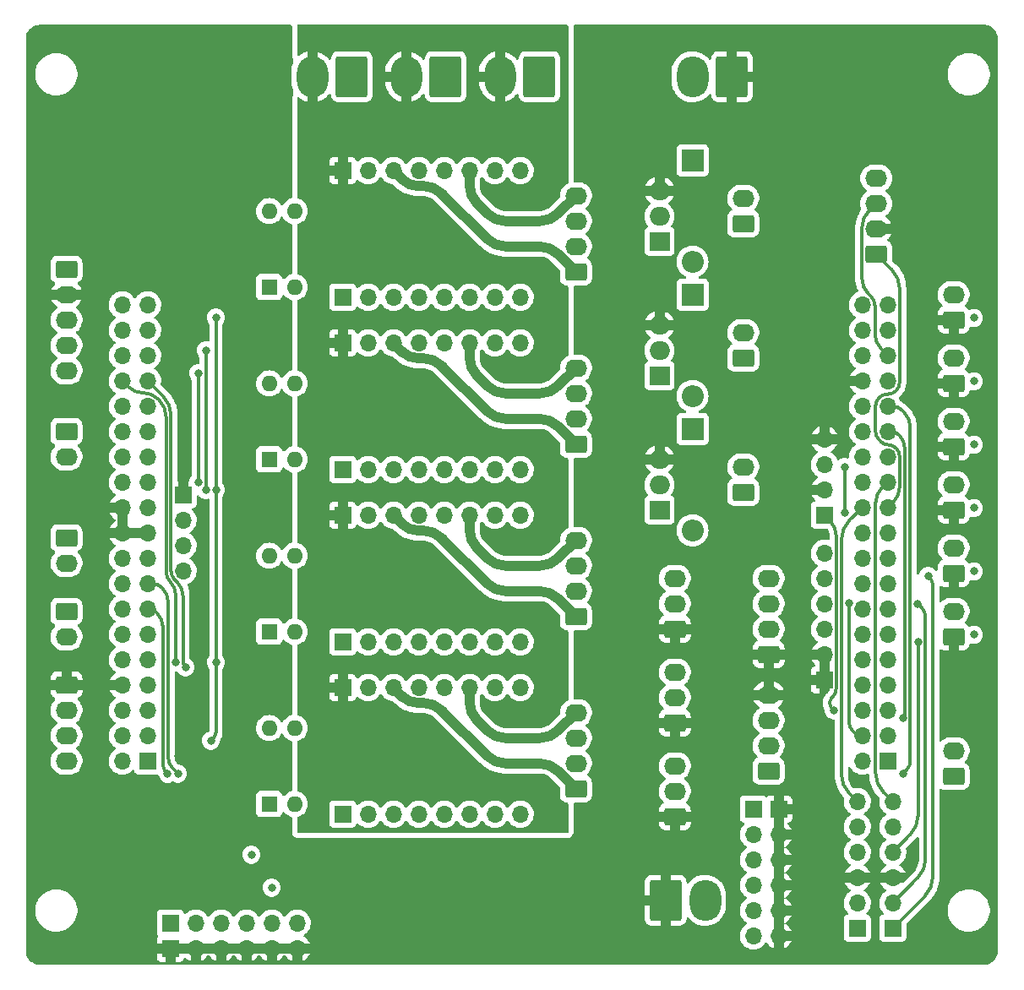
<source format=gbr>
%TF.GenerationSoftware,KiCad,Pcbnew,6.0.4-6f826c9f35~116~ubuntu21.10.1*%
%TF.CreationDate,2022-04-21T21:07:43+02:00*%
%TF.ProjectId,Interco_nucleo_4couches-rounded,496e7465-7263-46f5-9f6e-75636c656f5f,rev?*%
%TF.SameCoordinates,Original*%
%TF.FileFunction,Copper,L3,Inr*%
%TF.FilePolarity,Positive*%
%FSLAX46Y46*%
G04 Gerber Fmt 4.6, Leading zero omitted, Abs format (unit mm)*
G04 Created by KiCad (PCBNEW 6.0.4-6f826c9f35~116~ubuntu21.10.1) date 2022-04-21 21:07:43*
%MOMM*%
%LPD*%
G01*
G04 APERTURE LIST*
G04 Aperture macros list*
%AMRoundRect*
0 Rectangle with rounded corners*
0 $1 Rounding radius*
0 $2 $3 $4 $5 $6 $7 $8 $9 X,Y pos of 4 corners*
0 Add a 4 corners polygon primitive as box body*
4,1,4,$2,$3,$4,$5,$6,$7,$8,$9,$2,$3,0*
0 Add four circle primitives for the rounded corners*
1,1,$1+$1,$2,$3*
1,1,$1+$1,$4,$5*
1,1,$1+$1,$6,$7*
1,1,$1+$1,$8,$9*
0 Add four rect primitives between the rounded corners*
20,1,$1+$1,$2,$3,$4,$5,0*
20,1,$1+$1,$4,$5,$6,$7,0*
20,1,$1+$1,$6,$7,$8,$9,0*
20,1,$1+$1,$8,$9,$2,$3,0*%
G04 Aperture macros list end*
%TA.AperFunction,ComponentPad*%
%ADD10R,1.700000X1.700000*%
%TD*%
%TA.AperFunction,ComponentPad*%
%ADD11O,1.700000X1.700000*%
%TD*%
%TA.AperFunction,ComponentPad*%
%ADD12RoundRect,0.250000X0.845000X-0.620000X0.845000X0.620000X-0.845000X0.620000X-0.845000X-0.620000X0*%
%TD*%
%TA.AperFunction,ComponentPad*%
%ADD13O,2.190000X1.740000*%
%TD*%
%TA.AperFunction,ComponentPad*%
%ADD14RoundRect,0.250000X-0.845000X0.620000X-0.845000X-0.620000X0.845000X-0.620000X0.845000X0.620000X0*%
%TD*%
%TA.AperFunction,ComponentPad*%
%ADD15RoundRect,0.250000X-1.330000X-1.800000X1.330000X-1.800000X1.330000X1.800000X-1.330000X1.800000X0*%
%TD*%
%TA.AperFunction,ComponentPad*%
%ADD16O,3.160000X4.100000*%
%TD*%
%TA.AperFunction,ComponentPad*%
%ADD17R,2.200000X2.200000*%
%TD*%
%TA.AperFunction,ComponentPad*%
%ADD18O,2.200000X2.200000*%
%TD*%
%TA.AperFunction,ComponentPad*%
%ADD19R,1.600000X1.600000*%
%TD*%
%TA.AperFunction,ComponentPad*%
%ADD20O,1.600000X1.600000*%
%TD*%
%TA.AperFunction,ComponentPad*%
%ADD21RoundRect,0.250000X1.330000X1.800000X-1.330000X1.800000X-1.330000X-1.800000X1.330000X-1.800000X0*%
%TD*%
%TA.AperFunction,ComponentPad*%
%ADD22R,2.000000X1.905000*%
%TD*%
%TA.AperFunction,ComponentPad*%
%ADD23O,2.000000X1.905000*%
%TD*%
%TA.AperFunction,ViaPad*%
%ADD24C,0.800000*%
%TD*%
%TA.AperFunction,Conductor*%
%ADD25C,0.300000*%
%TD*%
%TA.AperFunction,Conductor*%
%ADD26C,1.000000*%
%TD*%
G04 APERTURE END LIST*
D10*
%TO.N,/PA_7*%
%TO.C,J28*%
X121666000Y-129794000D03*
D11*
%TO.N,/PA_6*%
X121666000Y-127254000D03*
%TO.N,GND*%
X121666000Y-124714000D03*
%TO.N,/PA_5*%
X121666000Y-122174000D03*
%TO.N,/3V3_LDO*%
X121666000Y-119634000D03*
%TO.N,/PA_8*%
X121666000Y-117094000D03*
%TD*%
D10*
%TO.N,GND*%
%TO.C,U12*%
X66548000Y-83820000D03*
D11*
%TO.N,Net-(R15-Pad1)*%
X69088000Y-83820000D03*
%TO.N,Net-(R14-Pad1)*%
X71628000Y-83820000D03*
%TO.N,/PC_12*%
X74168000Y-83820000D03*
%TO.N,unconnected-(U12-Pad5)*%
X76708000Y-83820000D03*
%TO.N,GND*%
X79248000Y-83820000D03*
%TO.N,/PC_1*%
X81788000Y-83820000D03*
%TO.N,/D2*%
X84328000Y-83820000D03*
%TO.N,GND*%
X84328000Y-71120000D03*
%TO.N,/3V3_LDO*%
X81788000Y-71120000D03*
%TO.N,/B22*%
X79248000Y-71120000D03*
%TO.N,/B21*%
X76708000Y-71120000D03*
%TO.N,/A21*%
X74168000Y-71120000D03*
%TO.N,/A22*%
X71628000Y-71120000D03*
%TO.N,GND*%
X69088000Y-71120000D03*
D10*
%TO.N,/V_LIPO*%
X66548000Y-71120000D03*
%TD*%
D12*
%TO.N,GND*%
%TO.C,J34*%
X127762000Y-94234000D03*
D13*
%TO.N,Net-(J34-Pad2)*%
X127762000Y-91694000D03*
%TD*%
D14*
%TO.N,/3V3_LDO*%
%TO.C,J41*%
X38862000Y-90678000D03*
D13*
%TO.N,Net-(J41-Pad2)*%
X38862000Y-93218000D03*
%TD*%
D15*
%TO.N,GND*%
%TO.C,J52*%
X98910000Y-127000000D03*
D16*
%TO.N,/5V0*%
X102870000Y-127000000D03*
%TD*%
D17*
%TO.N,/electroaimant_12V*%
%TO.C,D22*%
X101600000Y-52832000D03*
D18*
%TO.N,Net-(D22-Pad2)*%
X101600000Y-62992000D03*
%TD*%
D12*
%TO.N,/A22*%
%TO.C,J12*%
X89916000Y-81280000D03*
D13*
%TO.N,/A21*%
X89916000Y-78740000D03*
%TO.N,/B21*%
X89916000Y-76200000D03*
%TO.N,/B22*%
X89916000Y-73660000D03*
%TD*%
D19*
%TO.N,Net-(R20-Pad1)*%
%TO.C,SW20*%
X59182000Y-65532000D03*
D20*
%TO.N,Net-(R21-Pad1)*%
X61722000Y-65532000D03*
%TO.N,/3V3_LDO*%
X61722000Y-57912000D03*
X59182000Y-57912000D03*
%TD*%
D17*
%TO.N,/electroaimant_12V*%
%TO.C,D20*%
X101600000Y-66294000D03*
D18*
%TO.N,Net-(D20-Pad2)*%
X101600000Y-76454000D03*
%TD*%
D12*
%TO.N,Net-(D21-Pad2)*%
%TO.C,J24*%
X106680000Y-86106000D03*
D13*
%TO.N,/electroaimant_12V*%
X106680000Y-83566000D03*
%TD*%
D14*
%TO.N,/3V3_LDO*%
%TO.C,J43*%
X38862000Y-98044000D03*
D13*
%TO.N,Net-(J43-Pad2)*%
X38862000Y-100584000D03*
%TD*%
D10*
%TO.N,/PA_7*%
%TO.C,J29*%
X118110000Y-129794000D03*
D11*
%TO.N,/PA_6*%
X118110000Y-127254000D03*
%TO.N,GND*%
X118110000Y-124714000D03*
%TO.N,/PA_5*%
X118110000Y-122174000D03*
%TO.N,/3V3_LDO*%
X118110000Y-119634000D03*
%TO.N,/PB_2*%
X118110000Y-117094000D03*
%TD*%
D21*
%TO.N,GND*%
%TO.C,J500*%
X76858000Y-44450000D03*
D16*
%TO.N,/V_LIPO*%
X72898000Y-44450000D03*
%TD*%
D22*
%TO.N,/PB_1*%
%TO.C,Q21*%
X98298000Y-87884000D03*
D23*
%TO.N,Net-(D21-Pad2)*%
X98298000Y-85344000D03*
%TO.N,GND*%
X98298000Y-82804000D03*
%TD*%
D12*
%TO.N,GND*%
%TO.C,J22*%
X99822000Y-118618000D03*
D13*
%TO.N,/5V0*%
X99822000Y-116078000D03*
%TO.N,/PB_8*%
X99822000Y-113538000D03*
%TD*%
D12*
%TO.N,GND*%
%TO.C,J21*%
X99822000Y-109220000D03*
D13*
%TO.N,/5V0*%
X99822000Y-106680000D03*
%TO.N,/PB_9*%
X99822000Y-104140000D03*
%TD*%
D10*
%TO.N,GND*%
%TO.C,U20*%
X66548000Y-66548000D03*
D11*
%TO.N,Net-(R21-Pad1)*%
X69088000Y-66548000D03*
%TO.N,Net-(R20-Pad1)*%
X71628000Y-66548000D03*
%TO.N,/PC_12*%
X74168000Y-66548000D03*
%TO.N,unconnected-(U20-Pad5)*%
X76708000Y-66548000D03*
%TO.N,GND*%
X79248000Y-66548000D03*
%TO.N,/PC_3*%
X81788000Y-66548000D03*
%TO.N,/D3*%
X84328000Y-66548000D03*
%TO.N,GND*%
X84328000Y-53848000D03*
%TO.N,/3V3_LDO*%
X81788000Y-53848000D03*
%TO.N,/B32*%
X79248000Y-53848000D03*
%TO.N,/B31*%
X76708000Y-53848000D03*
%TO.N,/A31*%
X74168000Y-53848000D03*
%TO.N,/A32*%
X71628000Y-53848000D03*
%TO.N,GND*%
X69088000Y-53848000D03*
D10*
%TO.N,/V_LIPO*%
X66548000Y-53848000D03*
%TD*%
D12*
%TO.N,/LIDAR_RX*%
%TO.C,J36*%
X120015000Y-62230000D03*
D13*
%TO.N,GND*%
X120015000Y-59690000D03*
%TO.N,/LIDAR_TX*%
X120015000Y-57150000D03*
%TO.N,/5V0*%
X120015000Y-54610000D03*
%TD*%
D14*
%TO.N,/5V0*%
%TO.C,J26*%
X38862000Y-63754000D03*
D13*
%TO.N,GND*%
X38862000Y-66294000D03*
%TO.N,/PC_2*%
X38862000Y-68834000D03*
%TO.N,/PA_1*%
X38862000Y-71374000D03*
%TO.N,/PA_0*%
X38862000Y-73914000D03*
%TD*%
D12*
%TO.N,Net-(D22-Pad2)*%
%TO.C,J25*%
X106680000Y-59182000D03*
D13*
%TO.N,/electroaimant_12V*%
X106680000Y-56642000D03*
%TD*%
D10*
%TO.N,GND*%
%TO.C,J03*%
X50546000Y-86360000D03*
D11*
%TO.N,/PB_7*%
X50546000Y-88900000D03*
%TO.N,/5V*%
X50546000Y-91440000D03*
%TO.N,/3V3*%
X50546000Y-93980000D03*
%TD*%
D10*
%TO.N,GND*%
%TO.C,J54*%
X49276000Y-131826000D03*
D11*
X51816000Y-131826000D03*
X54356000Y-131826000D03*
X56896000Y-131826000D03*
X59436000Y-131826000D03*
X61976000Y-131826000D03*
%TD*%
D12*
%TO.N,/A12*%
%TO.C,J11*%
X89916000Y-98552000D03*
D13*
%TO.N,/A11*%
X89916000Y-96012000D03*
%TO.N,/B11*%
X89916000Y-93472000D03*
%TO.N,/B12*%
X89916000Y-90932000D03*
%TD*%
D19*
%TO.N,Net-(R14-Pad1)*%
%TO.C,SW12*%
X59182000Y-82804000D03*
D20*
%TO.N,Net-(R15-Pad1)*%
X61722000Y-82804000D03*
%TO.N,/3V3_LDO*%
X61722000Y-75184000D03*
X59182000Y-75184000D03*
%TD*%
D12*
%TO.N,Net-(D20-Pad2)*%
%TO.C,J23*%
X106680000Y-72644000D03*
D13*
%TO.N,/electroaimant_12V*%
X106680000Y-70104000D03*
%TD*%
D19*
%TO.N,Net-(R10-Pad1)*%
%TO.C,SW10*%
X59182000Y-117348000D03*
D20*
%TO.N,Net-(R11-Pad1)*%
X61722000Y-117348000D03*
%TO.N,/3V3_LDO*%
X61722000Y-109728000D03*
X59182000Y-109728000D03*
%TD*%
D14*
%TO.N,/3V3_LDO*%
%TO.C,J40*%
X38862000Y-80010000D03*
D13*
%TO.N,Net-(J40-Pad2)*%
X38862000Y-82550000D03*
%TD*%
D21*
%TO.N,GND*%
%TO.C,J502*%
X67460000Y-44450000D03*
D16*
%TO.N,/V_LIPO*%
X63500000Y-44450000D03*
%TD*%
D12*
%TO.N,GND*%
%TO.C,J32*%
X127762000Y-81534000D03*
D13*
%TO.N,Net-(J32-Pad2)*%
X127762000Y-78994000D03*
%TD*%
D12*
%TO.N,GND*%
%TO.C,J33*%
X127762000Y-87884000D03*
D13*
%TO.N,Net-(J33-Pad2)*%
X127762000Y-85344000D03*
%TD*%
D12*
%TO.N,/3V3_LDO*%
%TO.C,J42*%
X127762000Y-114554000D03*
D13*
%TO.N,Net-(J42-Pad2)*%
X127762000Y-112014000D03*
%TD*%
D10*
%TO.N,/5V0*%
%TO.C,J60*%
X107696000Y-117856000D03*
D11*
X107696000Y-120396000D03*
X107696000Y-122936000D03*
X107696000Y-125476000D03*
X107696000Y-128016000D03*
X107696000Y-130556000D03*
%TD*%
D21*
%TO.N,GND*%
%TO.C,J51*%
X105560000Y-44450000D03*
D16*
%TO.N,/electroaimant_12V*%
X101600000Y-44450000D03*
%TD*%
D21*
%TO.N,GND*%
%TO.C,J501*%
X86256000Y-44450000D03*
D16*
%TO.N,/V_LIPO*%
X82296000Y-44450000D03*
%TD*%
D10*
%TO.N,GND*%
%TO.C,J39*%
X114808000Y-104902000D03*
D11*
X114808000Y-102362000D03*
%TO.N,/5V0*%
X114808000Y-99822000D03*
%TO.N,/LORA_TX*%
X114808000Y-97282000D03*
%TO.N,/LORA_RX*%
X114808000Y-94742000D03*
%TO.N,unconnected-(J39-Pad6)*%
X114808000Y-92202000D03*
%TD*%
D17*
%TO.N,/electroaimant_12V*%
%TO.C,D21*%
X101600000Y-79756000D03*
D18*
%TO.N,Net-(D21-Pad2)*%
X101600000Y-89916000D03*
%TD*%
D10*
%TO.N,/PC_5*%
%TO.C,J04*%
X114808000Y-88392000D03*
D11*
%TO.N,GND*%
X114808000Y-85852000D03*
%TO.N,/PB_6*%
X114808000Y-83312000D03*
%TO.N,GND*%
X114808000Y-80772000D03*
%TD*%
D12*
%TO.N,Net-(D40-Pad1)*%
%TO.C,D40*%
X109220000Y-114046000D03*
D13*
%TO.N,Net-(D40-Pad2)*%
X109220000Y-111506000D03*
%TO.N,Net-(D40-Pad3)*%
X109220000Y-108966000D03*
%TO.N,GND*%
X109220000Y-106426000D03*
%TD*%
D10*
%TO.N,GND*%
%TO.C,U11*%
X66548000Y-101092000D03*
D11*
%TO.N,Net-(R13-Pad1)*%
X69088000Y-101092000D03*
%TO.N,Net-(R12-Pad1)*%
X71628000Y-101092000D03*
%TO.N,/PC_12*%
X74168000Y-101092000D03*
%TO.N,unconnected-(U11-Pad5)*%
X76708000Y-101092000D03*
%TO.N,GND*%
X79248000Y-101092000D03*
%TO.N,/PH_1*%
X81788000Y-101092000D03*
%TO.N,/D1*%
X84328000Y-101092000D03*
%TO.N,GND*%
X84328000Y-88392000D03*
%TO.N,/3V3_LDO*%
X81788000Y-88392000D03*
%TO.N,/B12*%
X79248000Y-88392000D03*
%TO.N,/B11*%
X76708000Y-88392000D03*
%TO.N,/A11*%
X74168000Y-88392000D03*
%TO.N,/A12*%
X71628000Y-88392000D03*
%TO.N,GND*%
X69088000Y-88392000D03*
D10*
%TO.N,/V_LIPO*%
X66548000Y-88392000D03*
%TD*%
D14*
%TO.N,GND*%
%TO.C,J38*%
X38862000Y-105410000D03*
D13*
%TO.N,/7SEG_TX*%
X38862000Y-107950000D03*
%TO.N,/7SEG_RX*%
X38862000Y-110490000D03*
%TO.N,/5V0*%
X38862000Y-113030000D03*
%TD*%
D12*
%TO.N,GND*%
%TO.C,J31*%
X127762000Y-75184000D03*
D13*
%TO.N,Net-(J31-Pad2)*%
X127762000Y-72644000D03*
%TD*%
D12*
%TO.N,GND*%
%TO.C,J20*%
X99822000Y-99822000D03*
D13*
%TO.N,/5V0*%
X99822000Y-97282000D03*
%TO.N,/PB_10*%
X99822000Y-94742000D03*
%TD*%
D12*
%TO.N,GND*%
%TO.C,J30*%
X127762000Y-68834000D03*
D13*
%TO.N,Net-(J30-Pad2)*%
X127762000Y-66294000D03*
%TD*%
D12*
%TO.N,GND*%
%TO.C,J35*%
X127762000Y-100584000D03*
D13*
%TO.N,Net-(J35-Pad2)*%
X127762000Y-98044000D03*
%TD*%
D12*
%TO.N,/A32*%
%TO.C,J27*%
X89916000Y-64008000D03*
D13*
%TO.N,/A31*%
X89916000Y-61468000D03*
%TO.N,/B31*%
X89916000Y-58928000D03*
%TO.N,/B32*%
X89916000Y-56388000D03*
%TD*%
D22*
%TO.N,/PB_3*%
%TO.C,Q20*%
X98298000Y-74422000D03*
D23*
%TO.N,Net-(D20-Pad2)*%
X98298000Y-71882000D03*
%TO.N,GND*%
X98298000Y-69342000D03*
%TD*%
D12*
%TO.N,GND*%
%TO.C,J37*%
X109220000Y-102362000D03*
D13*
%TO.N,/LORA_TX*%
X109220000Y-99822000D03*
%TO.N,/LORA_RX*%
X109220000Y-97282000D03*
%TO.N,/5V0*%
X109220000Y-94742000D03*
%TD*%
D10*
%TO.N,/3V3_LDO*%
%TO.C,J53*%
X49276000Y-129286000D03*
D11*
X51816000Y-129286000D03*
X54356000Y-129286000D03*
X56896000Y-129286000D03*
X59436000Y-129286000D03*
X61976000Y-129286000D03*
%TD*%
D19*
%TO.N,Net-(R12-Pad1)*%
%TO.C,SW11*%
X59182000Y-100076000D03*
D20*
%TO.N,Net-(R13-Pad1)*%
X61722000Y-100076000D03*
%TO.N,/3V3_LDO*%
X61722000Y-92456000D03*
X59182000Y-92456000D03*
%TD*%
D10*
%TO.N,GND*%
%TO.C,U10*%
X66548000Y-118364000D03*
D11*
%TO.N,Net-(R11-Pad1)*%
X69088000Y-118364000D03*
%TO.N,Net-(R10-Pad1)*%
X71628000Y-118364000D03*
%TO.N,/PC_12*%
X74168000Y-118364000D03*
%TO.N,unconnected-(U10-Pad5)*%
X76708000Y-118364000D03*
%TO.N,GND*%
X79248000Y-118364000D03*
%TO.N,/PA_14*%
X81788000Y-118364000D03*
%TO.N,/D0*%
X84328000Y-118364000D03*
%TO.N,GND*%
X84328000Y-105664000D03*
%TO.N,/3V3_LDO*%
X81788000Y-105664000D03*
%TO.N,/B02*%
X79248000Y-105664000D03*
%TO.N,/B01*%
X76708000Y-105664000D03*
%TO.N,/A01*%
X74168000Y-105664000D03*
%TO.N,/A02*%
X71628000Y-105664000D03*
%TO.N,GND*%
X69088000Y-105664000D03*
D10*
%TO.N,/V_LIPO*%
X66548000Y-105664000D03*
%TD*%
%TO.N,GND*%
%TO.C,J61*%
X110236000Y-117856000D03*
D11*
X110236000Y-120396000D03*
X110236000Y-122936000D03*
X110236000Y-125476000D03*
X110236000Y-128016000D03*
X110236000Y-130556000D03*
%TD*%
D22*
%TO.N,/PC_4*%
%TO.C,Q22*%
X98298000Y-60960000D03*
D23*
%TO.N,Net-(D22-Pad2)*%
X98298000Y-58420000D03*
%TO.N,GND*%
X98298000Y-55880000D03*
%TD*%
D12*
%TO.N,/A02*%
%TO.C,J10*%
X89916000Y-115824000D03*
D13*
%TO.N,/A01*%
X89916000Y-113284000D03*
%TO.N,/B01*%
X89916000Y-110744000D03*
%TO.N,/B02*%
X89916000Y-108204000D03*
%TD*%
D10*
%TO.N,/7SEG_RX*%
%TO.C,J01*%
X46990000Y-113030000D03*
D11*
%TO.N,/7SEG_TX*%
X44450000Y-113030000D03*
%TO.N,/PC_12*%
X46990000Y-110490000D03*
%TO.N,/PD_2*%
X44450000Y-110490000D03*
%TO.N,/VDD*%
X46990000Y-107950000D03*
%TO.N,/E5V*%
X44450000Y-107950000D03*
%TO.N,/BOOT0*%
X46990000Y-105410000D03*
%TO.N,GND*%
X44450000Y-105410000D03*
%TO.N,unconnected-(J01-Pad9)*%
X46990000Y-102870000D03*
%TO.N,unconnected-(J01-Pad10)*%
X44450000Y-102870000D03*
%TO.N,unconnected-(J01-Pad11)*%
X46990000Y-100330000D03*
%TO.N,/IOREF*%
X44450000Y-100330000D03*
%TO.N,/D0*%
X46990000Y-97790000D03*
%TO.N,/RESET*%
X44450000Y-97790000D03*
%TO.N,/PA_14*%
X46990000Y-95250000D03*
%TO.N,/3V3*%
X44450000Y-95250000D03*
%TO.N,/PA_15*%
X46990000Y-92710000D03*
%TO.N,/5V*%
X44450000Y-92710000D03*
%TO.N,GND*%
X46990000Y-90170000D03*
X44450000Y-90170000D03*
%TO.N,/PB_7*%
X46990000Y-87630000D03*
%TO.N,GND*%
X44450000Y-87630000D03*
%TO.N,/PC_13*%
X46990000Y-85090000D03*
%TO.N,/5V0*%
X44450000Y-85090000D03*
%TO.N,/PC_14*%
X46990000Y-82550000D03*
%TO.N,unconnected-(J01-Pad26)*%
X44450000Y-82550000D03*
%TO.N,/PC_15*%
X46990000Y-80010000D03*
%TO.N,/PA_0*%
X44450000Y-80010000D03*
%TO.N,/PH_0*%
X46990000Y-77470000D03*
%TO.N,/PA_1*%
X44450000Y-77470000D03*
%TO.N,/PH_1*%
X46990000Y-74930000D03*
%TO.N,/D1*%
X44450000Y-74930000D03*
%TO.N,/VBAT*%
X46990000Y-72390000D03*
%TO.N,/D2*%
X44450000Y-72390000D03*
%TO.N,/PC_2*%
X46990000Y-69850000D03*
%TO.N,/PC_1*%
X44450000Y-69850000D03*
%TO.N,/PC_3*%
X46990000Y-67310000D03*
%TO.N,/D3*%
X44450000Y-67310000D03*
%TD*%
D10*
%TO.N,/PC_9*%
%TO.C,J02*%
X121158000Y-113030000D03*
D11*
%TO.N,/PC_8*%
X118618000Y-113030000D03*
%TO.N,/PB_8*%
X121158000Y-110490000D03*
%TO.N,/LORA_TX*%
X118618000Y-110490000D03*
%TO.N,/PB_9*%
X121158000Y-107950000D03*
%TO.N,/PC_5*%
X118618000Y-107950000D03*
%TO.N,/AVDD*%
X121158000Y-105410000D03*
%TO.N,/U5V*%
X118618000Y-105410000D03*
%TO.N,GND*%
X121158000Y-102870000D03*
%TO.N,unconnected-(J02-Pad10)*%
X118618000Y-102870000D03*
%TO.N,/PA_5*%
X121158000Y-100330000D03*
%TO.N,/PA_12*%
X118618000Y-100330000D03*
%TO.N,/PA_6*%
X121158000Y-97790000D03*
%TO.N,/PA_11*%
X118618000Y-97790000D03*
%TO.N,/PA_7*%
X121158000Y-95250000D03*
%TO.N,/PB_12*%
X118618000Y-95250000D03*
%TO.N,/PB_6*%
X121158000Y-92710000D03*
%TO.N,unconnected-(J02-Pad18)*%
X118618000Y-92710000D03*
%TO.N,/LORA_RX*%
X121158000Y-90170000D03*
%TO.N,GND*%
X118618000Y-90170000D03*
%TO.N,/LIDAR_RX*%
X121158000Y-87630000D03*
%TO.N,/PB_2*%
X118618000Y-87630000D03*
%TO.N,/PA_8*%
X121158000Y-85090000D03*
%TO.N,/PB_1*%
X118618000Y-85090000D03*
%TO.N,/PB_10*%
X121158000Y-82550000D03*
%TO.N,/PB_15*%
X118618000Y-82550000D03*
%TO.N,/PB_4*%
X121158000Y-80010000D03*
%TO.N,/PB_14*%
X118618000Y-80010000D03*
%TO.N,/PB_5*%
X121158000Y-77470000D03*
%TO.N,/PB_13*%
X118618000Y-77470000D03*
%TO.N,/PB_3*%
X121158000Y-74930000D03*
%TO.N,GND*%
X118618000Y-74930000D03*
%TO.N,/LIDAR_TX*%
X121158000Y-72390000D03*
%TO.N,/PC_4*%
X118618000Y-72390000D03*
%TO.N,/PA_2*%
X121158000Y-69850000D03*
%TO.N,unconnected-(J02-Pad36)*%
X118618000Y-69850000D03*
%TO.N,/PA_3*%
X121158000Y-67310000D03*
%TO.N,unconnected-(J02-Pad38)*%
X118618000Y-67310000D03*
%TD*%
D24*
%TO.N,GND*%
X60198000Y-127508000D03*
X88646000Y-129794000D03*
X110236000Y-59944000D03*
X95250000Y-126492000D03*
X35306000Y-87884000D03*
X110236000Y-83312000D03*
X35306000Y-113284000D03*
X113284000Y-60198000D03*
X113284000Y-73152000D03*
X131572000Y-68834000D03*
X58674000Y-40386000D03*
X44958000Y-127000000D03*
X113284000Y-62738000D03*
X71882000Y-122682000D03*
X50038000Y-112522000D03*
X91694000Y-41910000D03*
X66802000Y-130556000D03*
X131572000Y-87884000D03*
X79248000Y-131572000D03*
X110236000Y-90424000D03*
X51816000Y-122682000D03*
X91694000Y-69342000D03*
X91694000Y-44450000D03*
X96012000Y-95758000D03*
X55880000Y-83820000D03*
X55880000Y-108204000D03*
X110236000Y-57404000D03*
X95250000Y-114554000D03*
X93472000Y-96266000D03*
X61722000Y-122682000D03*
X91694000Y-71882000D03*
X55118000Y-127508000D03*
X44958000Y-119888000D03*
X87122000Y-122682000D03*
X82042000Y-122682000D03*
X59182000Y-122682000D03*
X58674000Y-55626000D03*
X131572000Y-112014000D03*
X95250000Y-112014000D03*
X91694000Y-52070000D03*
X79502000Y-122682000D03*
X35306000Y-85344000D03*
X43180000Y-118110000D03*
X35306000Y-78232000D03*
X128524000Y-118872000D03*
X55880000Y-113284000D03*
X55880000Y-59436000D03*
X51816000Y-114300000D03*
X86106000Y-129794000D03*
X110236000Y-78232000D03*
X110236000Y-75692000D03*
X76962000Y-122682000D03*
X35306000Y-86614000D03*
X49276000Y-122682000D03*
X91694000Y-106172000D03*
X55880000Y-90932000D03*
X64262000Y-122682000D03*
X110236000Y-73152000D03*
X35306000Y-115824000D03*
X95250000Y-104902000D03*
X91694000Y-46990000D03*
X74422000Y-122682000D03*
X110236000Y-80772000D03*
X113284000Y-65278000D03*
X41402000Y-123444000D03*
X46736000Y-121666000D03*
X69342000Y-122682000D03*
X114300000Y-57912000D03*
X113284000Y-70612000D03*
X55880000Y-73660000D03*
X55880000Y-101092000D03*
X127000000Y-120396000D03*
X55880000Y-56896000D03*
X66802000Y-122682000D03*
X83566000Y-130302000D03*
X58674000Y-50546000D03*
X57658000Y-127508000D03*
X50038000Y-127508000D03*
X95250000Y-121412000D03*
X91694000Y-118364000D03*
X131572000Y-81534000D03*
X52578000Y-127508000D03*
X91694000Y-103632000D03*
X84582000Y-122682000D03*
X43180000Y-125222000D03*
X37846000Y-119888000D03*
X91694000Y-66802000D03*
X36068000Y-118110000D03*
X54356000Y-122682000D03*
X95250000Y-123952000D03*
X74422000Y-130556000D03*
X47498000Y-127508000D03*
X76962000Y-130556000D03*
X111760000Y-55372000D03*
X55880000Y-98552000D03*
X55880000Y-105664000D03*
X55880000Y-64516000D03*
X39624000Y-121666000D03*
X53594000Y-116078000D03*
X81788000Y-132080000D03*
X110236000Y-70612000D03*
X113284000Y-75692000D03*
X58674000Y-53086000D03*
X55880000Y-78740000D03*
X69342000Y-130556000D03*
X35306000Y-76962000D03*
X110236000Y-68072000D03*
X113284000Y-78232000D03*
X55880000Y-88392000D03*
X91186000Y-129794000D03*
X55372000Y-117856000D03*
X55880000Y-71120000D03*
X131572000Y-100584000D03*
X35306000Y-75692000D03*
X91694000Y-86614000D03*
X71882000Y-130556000D03*
X89662000Y-122682000D03*
X55880000Y-110744000D03*
X91694000Y-120904000D03*
X64262000Y-130556000D03*
X55880000Y-61976000D03*
X91694000Y-84074000D03*
X92202000Y-98552000D03*
X91694000Y-89154000D03*
X95250000Y-102362000D03*
X131572000Y-94234000D03*
X131572000Y-75184000D03*
X55880000Y-93472000D03*
X58674000Y-45466000D03*
X110236000Y-65532000D03*
X91694000Y-54610000D03*
X55880000Y-81280000D03*
X107696000Y-92964000D03*
X131572000Y-114554000D03*
X110236000Y-62484000D03*
X55880000Y-76200000D03*
X91694000Y-49530000D03*
X58674000Y-48006000D03*
X116078000Y-56134000D03*
X55880000Y-96012000D03*
X58928000Y-71120000D03*
X113284000Y-53340000D03*
X129540000Y-116586000D03*
X91694000Y-101092000D03*
X58674000Y-42926000D03*
X55880000Y-67056000D03*
%TO.N,/3V3_LDO*%
X129794000Y-81323000D03*
X59436000Y-125730000D03*
X129794000Y-87673000D03*
X129794000Y-68623000D03*
X129794000Y-94023000D03*
X57404000Y-122428000D03*
X129794000Y-74973000D03*
X129794000Y-100373000D03*
%TO.N,/D0*%
X49000023Y-114321977D03*
%TO.N,/D1*%
X49784000Y-103124000D03*
%TO.N,/D2*%
X52070000Y-74168000D03*
X52070000Y-85090000D03*
%TO.N,/PC_5*%
X115773159Y-107950000D03*
%TO.N,/PA_5*%
X124206000Y-101092000D03*
%TO.N,/PA_6*%
X124181011Y-97282000D03*
%TO.N,/PA_7*%
X125222000Y-94488000D03*
%TO.N,/PB_6*%
X116840000Y-88138000D03*
X116840000Y-83566000D03*
%TO.N,/LORA_TX*%
X117272170Y-97251668D03*
%TO.N,/PC_12*%
X53848000Y-103124000D03*
X53340000Y-110998000D03*
X53848000Y-68580000D03*
X53848000Y-85852000D03*
%TO.N,/PA_14*%
X50038000Y-114300000D03*
%TO.N,/PH_1*%
X50800000Y-103632000D03*
%TO.N,/PC_1*%
X52832000Y-71882000D03*
X52832000Y-85852000D03*
%TO.N,/PB_4*%
X122682000Y-108712000D03*
%TO.N,/PB_5*%
X122682000Y-114300000D03*
%TD*%
D25*
%TO.N,/D0*%
X48006000Y-98298000D02*
X47677605Y-97969605D01*
X48514000Y-99524420D02*
X48514000Y-113492283D01*
X47244000Y-97790000D02*
X46990000Y-97790000D01*
X48757011Y-114078965D02*
X49000023Y-114321977D01*
X47244000Y-97789997D02*
G75*
G02*
X47677605Y-97969605I0J-613203D01*
G01*
X48513991Y-99524420D02*
G75*
G03*
X48006000Y-98298000I-1734391J20D01*
G01*
X48757002Y-114078974D02*
G75*
G02*
X48514000Y-113492283I586698J586674D01*
G01*
%TO.N,/D1*%
X46497693Y-76129511D02*
X46538511Y-76129511D01*
X48137240Y-76839240D02*
X48056128Y-76758128D01*
X48846969Y-78552677D02*
X48846969Y-94021182D01*
X45049755Y-75529755D02*
X44450000Y-74930000D01*
X49784000Y-96283374D02*
X49784000Y-103124000D01*
X49784021Y-96283374D02*
G75*
G03*
X49315484Y-95152278I-1599621J-26D01*
G01*
X48846984Y-78552677D02*
G75*
G03*
X48137240Y-76839240I-2423184J-23D01*
G01*
X46538511Y-76129490D02*
G75*
G02*
X48056128Y-76758128I-11J-2146210D01*
G01*
X49315471Y-95152291D02*
G75*
G02*
X48846969Y-94021182I1131129J1131091D01*
G01*
X46497693Y-76129510D02*
G75*
G02*
X45049755Y-75529755I7J2047710D01*
G01*
%TO.N,/D2*%
X52070000Y-74168000D02*
X52070000Y-85090000D01*
%TO.N,/PC_5*%
X115407755Y-88991755D02*
X114808000Y-88392000D01*
X116007511Y-105753516D02*
X116007511Y-90439693D01*
X115513580Y-107690421D02*
X115773159Y-107950000D01*
X115661755Y-106588244D02*
X115513580Y-106736419D01*
X115661753Y-106588242D02*
G75*
G03*
X116007511Y-105753516I-834753J834742D01*
G01*
X116007510Y-90439693D02*
G75*
G03*
X115407755Y-88991755I-2047710J-7D01*
G01*
X115316020Y-107213420D02*
G75*
G02*
X115513580Y-106736419I674580J20D01*
G01*
X115513586Y-107690415D02*
G75*
G02*
X115316000Y-107213420I477014J477015D01*
G01*
%TO.N,/PA_5*%
X123409103Y-120430896D02*
X121666000Y-122174000D01*
X124206000Y-118507018D02*
X124206000Y-101092000D01*
X123409100Y-120430893D02*
G75*
G03*
X124206000Y-118507018I-1923900J1923893D01*
G01*
%TO.N,/PA_6*%
X124158614Y-124761385D02*
X121666000Y-127254000D01*
X124955511Y-122837507D02*
X124955511Y-98604154D01*
X124568261Y-97669250D02*
X124181011Y-97282000D01*
X124955556Y-98604154D02*
G75*
G03*
X124568261Y-97669250I-1322156J-46D01*
G01*
X124158618Y-124761389D02*
G75*
G03*
X124955511Y-122837507I-1923918J1923889D01*
G01*
%TO.N,/PA_7*%
X125679520Y-95269035D02*
X125679520Y-124653498D01*
X125450760Y-94716760D02*
X125222000Y-94488000D01*
X124882623Y-126577376D02*
X121666000Y-129794000D01*
X125679499Y-95269035D02*
G75*
G03*
X125450760Y-94716760I-780999J35D01*
G01*
X124882634Y-126577387D02*
G75*
G03*
X125679520Y-124653498I-1923934J1923887D01*
G01*
%TO.N,/PB_6*%
X116840000Y-83566000D02*
X116840000Y-88138000D01*
%TO.N,/LORA_TX*%
X118364000Y-110490000D02*
X118618000Y-110490000D01*
X117691085Y-110071085D02*
X117930394Y-110310394D01*
X117272170Y-97251668D02*
X117272170Y-109059734D01*
X118364000Y-110490003D02*
G75*
G02*
X117930394Y-110310394I0J613203D01*
G01*
X117691110Y-110071060D02*
G75*
G02*
X117272170Y-109059734I1011290J1011360D01*
G01*
%TO.N,/LIDAR_RX*%
X119958489Y-77432543D02*
X119958489Y-80051719D01*
X120309817Y-76621817D02*
X120283334Y-76648300D01*
X121560614Y-63775614D02*
X120015000Y-62230000D01*
X121157997Y-76270489D02*
X121099524Y-76270489D01*
X121757755Y-87030244D02*
X121158000Y-87630000D01*
X122006183Y-81701817D02*
X122037070Y-81732704D01*
X122357511Y-65699492D02*
X122357511Y-75070980D01*
X122357511Y-85582306D02*
X122357511Y-82506315D01*
X122006183Y-81701817D02*
X121956341Y-81651975D01*
X120500636Y-81049002D02*
X120280319Y-80828685D01*
X120309817Y-76621817D02*
X120351162Y-76580472D01*
X122006193Y-75919171D02*
G75*
G03*
X122357511Y-75070980I-848193J848171D01*
G01*
X121757756Y-87030245D02*
G75*
G03*
X122357511Y-85582306I-1447956J1447945D01*
G01*
X121228489Y-81350511D02*
G75*
G02*
X120500636Y-81049002I11J1029311D01*
G01*
X121228489Y-81350489D02*
G75*
G02*
X121956341Y-81651975I11J-1029311D01*
G01*
X122357505Y-65699492D02*
G75*
G03*
X121560614Y-63775614I-2720805J-8D01*
G01*
X120351156Y-76580466D02*
G75*
G02*
X121099524Y-76270489I748344J-748334D01*
G01*
X120280325Y-80828679D02*
G75*
G02*
X119958489Y-80051719I776975J776979D01*
G01*
X119958528Y-77432543D02*
G75*
G02*
X120283335Y-76648301I1109072J43D01*
G01*
X122357482Y-82506315D02*
G75*
G03*
X122037070Y-81732704I-1094082J15D01*
G01*
X121157997Y-76270496D02*
G75*
G03*
X122006183Y-75919161I3J1199496D01*
G01*
%TO.N,/PB_2*%
X117316329Y-116300329D02*
X118110000Y-117094000D01*
X117319555Y-88928444D02*
X118618000Y-87630000D01*
X116522659Y-114384239D02*
X116522659Y-90852322D01*
X117316353Y-116300305D02*
G75*
G02*
X116522659Y-114384239I1916047J1916105D01*
G01*
X116522665Y-90852322D02*
G75*
G02*
X117319555Y-88928444I2720735J22D01*
G01*
%TO.N,/PA_8*%
X120755385Y-116183385D02*
X121666000Y-117094000D01*
X119958489Y-87137693D02*
X119958489Y-114259507D01*
X120558244Y-85689755D02*
X121158000Y-85090000D01*
X119958489Y-87137693D02*
G75*
G02*
X120558244Y-85689755I2047711J-7D01*
G01*
X120755381Y-116183389D02*
G75*
G02*
X119958489Y-114259507I1923919J1923889D01*
G01*
%TO.N,/LIDAR_TX*%
X119888000Y-70221974D02*
X119888000Y-67422043D01*
X119292740Y-57872260D02*
X120015000Y-57150000D01*
X118570480Y-59615949D02*
X118570480Y-64634486D01*
X119229240Y-66224874D02*
X119507293Y-66502930D01*
X120523000Y-71755000D02*
X121158000Y-72390000D01*
X120522992Y-71755008D02*
G75*
G02*
X119888000Y-70221974I1533008J1533008D01*
G01*
X119229239Y-66224875D02*
G75*
G02*
X118570480Y-64634486I1590361J1590375D01*
G01*
X119887977Y-67422043D02*
G75*
G03*
X119507293Y-66502930I-1299777J43D01*
G01*
X118570507Y-59615949D02*
G75*
G02*
X119292740Y-57872260I2465893J49D01*
G01*
D26*
%TO.N,/A02*%
X74590529Y-107213511D02*
X74085852Y-107213511D01*
X82914981Y-113284000D02*
X86249018Y-113284000D01*
X88172896Y-114080896D02*
X89916000Y-115824000D01*
X76514407Y-108010407D02*
X80991103Y-112487103D01*
X72535217Y-106571217D02*
X71628000Y-105664000D01*
X74590529Y-107213495D02*
G75*
G02*
X76514407Y-108010407I-29J-2720805D01*
G01*
X86249018Y-113283995D02*
G75*
G02*
X88172896Y-114080896I-18J-2720805D01*
G01*
X82914981Y-113284005D02*
G75*
G02*
X80991103Y-112487103I19J2720805D01*
G01*
X74085852Y-107213550D02*
G75*
G02*
X72535217Y-106571217I48J2192950D01*
G01*
%TO.N,/B02*%
X79248000Y-107077018D02*
X79248000Y-105664000D01*
X88172896Y-109947103D02*
X89916000Y-108204000D01*
X80991103Y-109947103D02*
X80044896Y-109000896D01*
X82914981Y-110744000D02*
X86249018Y-110744000D01*
X82914981Y-110744005D02*
G75*
G02*
X80991103Y-109947103I19J2720805D01*
G01*
X86249018Y-110744004D02*
G75*
G03*
X88172895Y-109947102I-18J2720804D01*
G01*
X80044900Y-109000892D02*
G75*
G02*
X79248000Y-107077018I1923900J1923892D01*
G01*
%TO.N,/A12*%
X72527182Y-89291182D02*
X71628000Y-88392000D01*
X74097215Y-89941511D02*
X74590529Y-89941511D01*
X88172896Y-96808896D02*
X89916000Y-98552000D01*
X82914981Y-96012000D02*
X86249018Y-96012000D01*
X80991103Y-95215103D02*
X76514407Y-90738407D01*
X74097215Y-89941515D02*
G75*
G02*
X72527182Y-89291182I-15J2220315D01*
G01*
X74590529Y-89941495D02*
G75*
G02*
X76514407Y-90738407I-29J-2720805D01*
G01*
X86249018Y-96011995D02*
G75*
G02*
X88172896Y-96808896I-18J-2720805D01*
G01*
X82914981Y-96012005D02*
G75*
G02*
X80991103Y-95215103I19J2720805D01*
G01*
%TO.N,/B12*%
X88172896Y-92675103D02*
X89916000Y-90932000D01*
X79248000Y-89805018D02*
X79248000Y-88392000D01*
X80044896Y-91728896D02*
X80991103Y-92675103D01*
X86249018Y-93472000D02*
X82914981Y-93472000D01*
X82914981Y-93472005D02*
G75*
G02*
X80991103Y-92675103I19J2720805D01*
G01*
X86249018Y-93472004D02*
G75*
G03*
X88172895Y-92675102I-18J2720804D01*
G01*
X80044900Y-91728892D02*
G75*
G02*
X79248000Y-89805018I1923900J1923892D01*
G01*
%TO.N,/A22*%
X72534779Y-72026779D02*
X71628000Y-71120000D01*
X76514407Y-73466407D02*
X80991103Y-77943103D01*
X86249018Y-78740000D02*
X82914981Y-78740000D01*
X88172896Y-79536896D02*
X89916000Y-81280000D01*
X74086471Y-72669511D02*
X74590529Y-72669511D01*
X86249018Y-78739995D02*
G75*
G02*
X88172896Y-79536896I-18J-2720805D01*
G01*
X82914981Y-78740005D02*
G75*
G02*
X80991103Y-77943103I19J2720805D01*
G01*
X74590529Y-72669495D02*
G75*
G02*
X76514407Y-73466407I-29J-2720805D01*
G01*
X74086471Y-72669535D02*
G75*
G02*
X72534779Y-72026779I29J2194435D01*
G01*
%TO.N,/B22*%
X79248000Y-72533018D02*
X79248000Y-71120000D01*
X88172896Y-75403103D02*
X89916000Y-73660000D01*
X82914981Y-76200000D02*
X86249018Y-76200000D01*
X80044896Y-74456896D02*
X80991103Y-75403103D01*
X80044900Y-74456892D02*
G75*
G02*
X79248000Y-72533018I1923900J1923892D01*
G01*
X86249018Y-76200004D02*
G75*
G03*
X88172895Y-75403102I-18J2720804D01*
G01*
X82914981Y-76200005D02*
G75*
G02*
X80991103Y-75403103I19J2720805D01*
G01*
%TO.N,/A32*%
X72550471Y-54770471D02*
X71628000Y-53848000D01*
X74064280Y-55397511D02*
X74590529Y-55397511D01*
X76514407Y-56194407D02*
X80991103Y-60671103D01*
X88172896Y-62264896D02*
X89916000Y-64008000D01*
X82914981Y-61468000D02*
X86249018Y-61468000D01*
X82914981Y-61468005D02*
G75*
G02*
X80991103Y-60671103I19J2720805D01*
G01*
X74590529Y-55397495D02*
G75*
G02*
X76514407Y-56194407I-29J-2720805D01*
G01*
X86249018Y-61467995D02*
G75*
G02*
X88172896Y-62264896I-18J-2720805D01*
G01*
X74064280Y-55397536D02*
G75*
G02*
X72550471Y-54770471I20J2140836D01*
G01*
%TO.N,/B32*%
X82914981Y-58928000D02*
X86249018Y-58928000D01*
X79248000Y-55261018D02*
X79248000Y-53848000D01*
X88172896Y-58131103D02*
X89916000Y-56388000D01*
X80991103Y-58131103D02*
X80044896Y-57184896D01*
X82914981Y-58928005D02*
G75*
G02*
X80991103Y-58131103I19J2720805D01*
G01*
X86249018Y-58928004D02*
G75*
G03*
X88172895Y-58131102I-18J2720804D01*
G01*
X80044900Y-57184892D02*
G75*
G02*
X79248000Y-55261018I1923900J1923892D01*
G01*
D25*
%TO.N,/PC_12*%
X53340000Y-110998000D02*
X53594000Y-110744000D01*
X53848000Y-110130789D02*
X53848000Y-103124000D01*
X53848000Y-85852000D02*
X53848000Y-103124000D01*
X53848000Y-68580000D02*
X53848000Y-85852000D01*
X53594003Y-110744003D02*
G75*
G03*
X53848000Y-110130789I-613203J613203D01*
G01*
%TO.N,/PA_14*%
X47498000Y-95250000D02*
X46990000Y-95250000D01*
X49034489Y-97005740D02*
X49034489Y-112586899D01*
X48520244Y-95764244D02*
X48365210Y-95609210D01*
X50038000Y-114300000D02*
X49536244Y-113798244D01*
X49034446Y-97005740D02*
G75*
G03*
X48520244Y-95764244I-1755746J40D01*
G01*
X47498000Y-95249994D02*
G75*
G02*
X48365210Y-95609210I0J-1226406D01*
G01*
X49536242Y-113798246D02*
G75*
G02*
X49034489Y-112586899I1211358J1211346D01*
G01*
%TO.N,/PH_1*%
X49346489Y-94004478D02*
X49346489Y-78413470D01*
X50546000Y-103198394D02*
X50546000Y-96524548D01*
X49946244Y-95076610D02*
X49680491Y-94810849D01*
X48549592Y-76489592D02*
X46990000Y-74930000D01*
X50673000Y-103505000D02*
X50800000Y-103632000D01*
X50672998Y-103505002D02*
G75*
G02*
X50546000Y-103198394I306602J306602D01*
G01*
X49680478Y-94810862D02*
G75*
G02*
X49346489Y-94004478I806422J806362D01*
G01*
X49346505Y-78413470D02*
G75*
G03*
X48549592Y-76489592I-2720805J-30D01*
G01*
X50545963Y-96524548D02*
G75*
G03*
X49946243Y-95076611I-2047663J48D01*
G01*
%TO.N,/PC_1*%
X52832000Y-85852000D02*
X52832000Y-71882000D01*
%TO.N,/PB_4*%
X122189407Y-80279407D02*
X122388515Y-80478515D01*
X122682000Y-108712000D02*
X122769515Y-108624485D01*
X121539000Y-80010000D02*
X121158000Y-80010000D01*
X122857030Y-108413205D02*
X122857030Y-81609610D01*
X122769520Y-108624490D02*
G75*
G03*
X122857030Y-108413205I-211320J211290D01*
G01*
X122857016Y-81609610D02*
G75*
G03*
X122388514Y-80478516I-1599616J10D01*
G01*
X121539000Y-80009996D02*
G75*
G02*
X122189407Y-80279407I0J-919804D01*
G01*
%TO.N,/PB_5*%
X123431511Y-113020504D02*
X123431511Y-79616705D01*
X121666000Y-77470000D02*
X121158000Y-77470000D01*
X122533210Y-77829210D02*
X122802755Y-78098755D01*
X123056755Y-113925244D02*
X122682000Y-114300000D01*
X123431505Y-79616705D02*
G75*
G03*
X122802755Y-78098755I-2146705J5D01*
G01*
X123056756Y-113925245D02*
G75*
G03*
X123431511Y-113020504I-904756J904745D01*
G01*
X121666000Y-77469994D02*
G75*
G02*
X122533210Y-77829210I0J-1226406D01*
G01*
%TD*%
%TA.AperFunction,Conductor*%
%TO.N,/V_LIPO*%
G36*
X89096121Y-39263502D02*
G01*
X89142614Y-39317158D01*
X89154000Y-39369500D01*
X89154000Y-55036525D01*
X89133998Y-55104646D01*
X89079750Y-55151407D01*
X89023028Y-55176958D01*
X89023023Y-55176961D01*
X89018163Y-55179150D01*
X89013739Y-55182129D01*
X89013738Y-55182129D01*
X88998405Y-55192452D01*
X88824104Y-55309798D01*
X88654832Y-55471276D01*
X88651649Y-55475554D01*
X88594964Y-55551741D01*
X88515187Y-55658965D01*
X88512771Y-55663716D01*
X88512769Y-55663720D01*
X88411580Y-55862744D01*
X88409162Y-55867500D01*
X88339790Y-56090917D01*
X88339089Y-56096204D01*
X88339089Y-56096205D01*
X88311630Y-56303381D01*
X88309052Y-56322829D01*
X88309252Y-56328158D01*
X88309252Y-56328160D01*
X88315886Y-56504873D01*
X88298454Y-56573696D01*
X88279070Y-56598695D01*
X87504910Y-57372855D01*
X87494424Y-57382231D01*
X87466404Y-57404599D01*
X87462427Y-57409305D01*
X87462421Y-57409311D01*
X87447751Y-57426671D01*
X87434595Y-57440071D01*
X87297587Y-57560223D01*
X87284519Y-57570250D01*
X87112022Y-57685508D01*
X87097749Y-57693749D01*
X86911679Y-57785509D01*
X86896452Y-57791816D01*
X86700004Y-57858502D01*
X86684084Y-57862768D01*
X86480606Y-57903243D01*
X86464266Y-57905394D01*
X86358831Y-57912306D01*
X86296035Y-57916422D01*
X86273747Y-57915906D01*
X86269291Y-57915406D01*
X86269283Y-57915406D01*
X86263160Y-57914719D01*
X86211490Y-57919058D01*
X86200946Y-57919500D01*
X82978807Y-57919500D01*
X82964761Y-57918715D01*
X82935262Y-57915406D01*
X82935261Y-57915406D01*
X82929137Y-57914719D01*
X82900307Y-57917140D01*
X82881525Y-57917312D01*
X82818544Y-57913184D01*
X82699733Y-57905395D01*
X82683393Y-57903244D01*
X82479915Y-57862769D01*
X82463995Y-57858503D01*
X82267547Y-57791817D01*
X82252320Y-57785510D01*
X82066250Y-57693750D01*
X82051977Y-57685509D01*
X81879480Y-57570250D01*
X81866405Y-57560217D01*
X81759201Y-57466202D01*
X81739630Y-57449039D01*
X81724235Y-57432915D01*
X81721451Y-57429427D01*
X81717605Y-57424609D01*
X81677987Y-57391129D01*
X81670221Y-57383987D01*
X80803144Y-56516910D01*
X80793767Y-56506423D01*
X80775248Y-56483224D01*
X80775246Y-56483222D01*
X80771400Y-56478404D01*
X80766694Y-56474427D01*
X80766689Y-56474422D01*
X80749361Y-56459779D01*
X80735958Y-56446620D01*
X80615783Y-56309587D01*
X80605750Y-56296511D01*
X80490493Y-56124017D01*
X80482252Y-56109743D01*
X80390496Y-55923679D01*
X80384189Y-55908453D01*
X80317502Y-55712003D01*
X80313236Y-55696083D01*
X80272761Y-55492606D01*
X80270610Y-55476266D01*
X80259581Y-55308012D01*
X80260096Y-55285727D01*
X80260594Y-55281287D01*
X80260594Y-55281285D01*
X80261281Y-55275160D01*
X80256942Y-55223489D01*
X80256500Y-55212946D01*
X80256500Y-54811970D01*
X80276502Y-54743849D01*
X80284460Y-54733120D01*
X80286096Y-54731489D01*
X80416453Y-54550077D01*
X80417776Y-54551028D01*
X80464645Y-54507857D01*
X80534580Y-54495625D01*
X80600026Y-54523144D01*
X80627875Y-54554994D01*
X80687987Y-54653088D01*
X80834250Y-54821938D01*
X81006126Y-54964632D01*
X81199000Y-55077338D01*
X81203825Y-55079180D01*
X81203826Y-55079181D01*
X81270512Y-55104646D01*
X81407692Y-55157030D01*
X81412760Y-55158061D01*
X81412763Y-55158062D01*
X81516415Y-55179150D01*
X81626597Y-55201567D01*
X81631772Y-55201757D01*
X81631774Y-55201757D01*
X81844673Y-55209564D01*
X81844677Y-55209564D01*
X81849837Y-55209753D01*
X81854957Y-55209097D01*
X81854959Y-55209097D01*
X82066288Y-55182025D01*
X82066289Y-55182025D01*
X82071416Y-55181368D01*
X82078809Y-55179150D01*
X82280429Y-55118661D01*
X82280434Y-55118659D01*
X82285384Y-55117174D01*
X82485994Y-55018896D01*
X82667860Y-54889173D01*
X82826096Y-54731489D01*
X82956453Y-54550077D01*
X82957776Y-54551028D01*
X83004645Y-54507857D01*
X83074580Y-54495625D01*
X83140026Y-54523144D01*
X83167875Y-54554994D01*
X83227987Y-54653088D01*
X83374250Y-54821938D01*
X83546126Y-54964632D01*
X83739000Y-55077338D01*
X83743825Y-55079180D01*
X83743826Y-55079181D01*
X83810512Y-55104646D01*
X83947692Y-55157030D01*
X83952760Y-55158061D01*
X83952763Y-55158062D01*
X84056415Y-55179150D01*
X84166597Y-55201567D01*
X84171772Y-55201757D01*
X84171774Y-55201757D01*
X84384673Y-55209564D01*
X84384677Y-55209564D01*
X84389837Y-55209753D01*
X84394957Y-55209097D01*
X84394959Y-55209097D01*
X84606288Y-55182025D01*
X84606289Y-55182025D01*
X84611416Y-55181368D01*
X84618809Y-55179150D01*
X84820429Y-55118661D01*
X84820434Y-55118659D01*
X84825384Y-55117174D01*
X85025994Y-55018896D01*
X85207860Y-54889173D01*
X85366096Y-54731489D01*
X85496453Y-54550077D01*
X85517320Y-54507857D01*
X85593136Y-54354453D01*
X85593137Y-54354451D01*
X85595430Y-54349811D01*
X85660370Y-54136069D01*
X85689529Y-53914590D01*
X85691156Y-53848000D01*
X85672852Y-53625361D01*
X85618431Y-53408702D01*
X85529354Y-53203840D01*
X85408014Y-53016277D01*
X85257670Y-52851051D01*
X85253619Y-52847852D01*
X85253615Y-52847848D01*
X85086414Y-52715800D01*
X85086410Y-52715798D01*
X85082359Y-52712598D01*
X84886789Y-52604638D01*
X84881920Y-52602914D01*
X84881916Y-52602912D01*
X84681087Y-52531795D01*
X84681083Y-52531794D01*
X84676212Y-52530069D01*
X84671119Y-52529162D01*
X84671116Y-52529161D01*
X84461373Y-52491800D01*
X84461367Y-52491799D01*
X84456284Y-52490894D01*
X84382452Y-52489992D01*
X84238081Y-52488228D01*
X84238079Y-52488228D01*
X84232911Y-52488165D01*
X84012091Y-52521955D01*
X83799756Y-52591357D01*
X83601607Y-52694507D01*
X83597474Y-52697610D01*
X83597471Y-52697612D01*
X83514450Y-52759946D01*
X83422965Y-52828635D01*
X83268629Y-52990138D01*
X83161201Y-53147621D01*
X83106293Y-53192621D01*
X83035768Y-53200792D01*
X82972021Y-53169538D01*
X82951324Y-53145054D01*
X82870822Y-53020617D01*
X82870820Y-53020614D01*
X82868014Y-53016277D01*
X82717670Y-52851051D01*
X82713619Y-52847852D01*
X82713615Y-52847848D01*
X82546414Y-52715800D01*
X82546410Y-52715798D01*
X82542359Y-52712598D01*
X82346789Y-52604638D01*
X82341920Y-52602914D01*
X82341916Y-52602912D01*
X82141087Y-52531795D01*
X82141083Y-52531794D01*
X82136212Y-52530069D01*
X82131119Y-52529162D01*
X82131116Y-52529161D01*
X81921373Y-52491800D01*
X81921367Y-52491799D01*
X81916284Y-52490894D01*
X81842452Y-52489992D01*
X81698081Y-52488228D01*
X81698079Y-52488228D01*
X81692911Y-52488165D01*
X81472091Y-52521955D01*
X81259756Y-52591357D01*
X81061607Y-52694507D01*
X81057474Y-52697610D01*
X81057471Y-52697612D01*
X80974450Y-52759946D01*
X80882965Y-52828635D01*
X80728629Y-52990138D01*
X80621201Y-53147621D01*
X80566293Y-53192621D01*
X80495768Y-53200792D01*
X80432021Y-53169538D01*
X80411324Y-53145054D01*
X80330822Y-53020617D01*
X80330820Y-53020614D01*
X80328014Y-53016277D01*
X80177670Y-52851051D01*
X80173619Y-52847852D01*
X80173615Y-52847848D01*
X80006414Y-52715800D01*
X80006410Y-52715798D01*
X80002359Y-52712598D01*
X79806789Y-52604638D01*
X79801920Y-52602914D01*
X79801916Y-52602912D01*
X79601087Y-52531795D01*
X79601083Y-52531794D01*
X79596212Y-52530069D01*
X79591119Y-52529162D01*
X79591116Y-52529161D01*
X79381373Y-52491800D01*
X79381367Y-52491799D01*
X79376284Y-52490894D01*
X79302452Y-52489992D01*
X79158081Y-52488228D01*
X79158079Y-52488228D01*
X79152911Y-52488165D01*
X78932091Y-52521955D01*
X78719756Y-52591357D01*
X78521607Y-52694507D01*
X78517474Y-52697610D01*
X78517471Y-52697612D01*
X78434450Y-52759946D01*
X78342965Y-52828635D01*
X78188629Y-52990138D01*
X78081201Y-53147621D01*
X78026293Y-53192621D01*
X77955768Y-53200792D01*
X77892021Y-53169538D01*
X77871324Y-53145054D01*
X77790822Y-53020617D01*
X77790820Y-53020614D01*
X77788014Y-53016277D01*
X77637670Y-52851051D01*
X77633619Y-52847852D01*
X77633615Y-52847848D01*
X77466414Y-52715800D01*
X77466410Y-52715798D01*
X77462359Y-52712598D01*
X77266789Y-52604638D01*
X77261920Y-52602914D01*
X77261916Y-52602912D01*
X77061087Y-52531795D01*
X77061083Y-52531794D01*
X77056212Y-52530069D01*
X77051119Y-52529162D01*
X77051116Y-52529161D01*
X76841373Y-52491800D01*
X76841367Y-52491799D01*
X76836284Y-52490894D01*
X76762452Y-52489992D01*
X76618081Y-52488228D01*
X76618079Y-52488228D01*
X76612911Y-52488165D01*
X76392091Y-52521955D01*
X76179756Y-52591357D01*
X75981607Y-52694507D01*
X75977474Y-52697610D01*
X75977471Y-52697612D01*
X75894450Y-52759946D01*
X75802965Y-52828635D01*
X75648629Y-52990138D01*
X75541201Y-53147621D01*
X75486293Y-53192621D01*
X75415768Y-53200792D01*
X75352021Y-53169538D01*
X75331324Y-53145054D01*
X75250822Y-53020617D01*
X75250820Y-53020614D01*
X75248014Y-53016277D01*
X75097670Y-52851051D01*
X75093619Y-52847852D01*
X75093615Y-52847848D01*
X74926414Y-52715800D01*
X74926410Y-52715798D01*
X74922359Y-52712598D01*
X74726789Y-52604638D01*
X74721920Y-52602914D01*
X74721916Y-52602912D01*
X74521087Y-52531795D01*
X74521083Y-52531794D01*
X74516212Y-52530069D01*
X74511119Y-52529162D01*
X74511116Y-52529161D01*
X74301373Y-52491800D01*
X74301367Y-52491799D01*
X74296284Y-52490894D01*
X74222452Y-52489992D01*
X74078081Y-52488228D01*
X74078079Y-52488228D01*
X74072911Y-52488165D01*
X73852091Y-52521955D01*
X73639756Y-52591357D01*
X73441607Y-52694507D01*
X73437474Y-52697610D01*
X73437471Y-52697612D01*
X73354450Y-52759946D01*
X73262965Y-52828635D01*
X73108629Y-52990138D01*
X73001201Y-53147621D01*
X72946293Y-53192621D01*
X72875768Y-53200792D01*
X72812021Y-53169538D01*
X72791324Y-53145054D01*
X72710822Y-53020617D01*
X72710820Y-53020614D01*
X72708014Y-53016277D01*
X72557670Y-52851051D01*
X72553619Y-52847852D01*
X72553615Y-52847848D01*
X72386414Y-52715800D01*
X72386410Y-52715798D01*
X72382359Y-52712598D01*
X72186789Y-52604638D01*
X72181920Y-52602914D01*
X72181916Y-52602912D01*
X71981087Y-52531795D01*
X71981083Y-52531794D01*
X71976212Y-52530069D01*
X71971119Y-52529162D01*
X71971116Y-52529161D01*
X71761373Y-52491800D01*
X71761367Y-52491799D01*
X71756284Y-52490894D01*
X71682452Y-52489992D01*
X71538081Y-52488228D01*
X71538079Y-52488228D01*
X71532911Y-52488165D01*
X71312091Y-52521955D01*
X71099756Y-52591357D01*
X70901607Y-52694507D01*
X70897474Y-52697610D01*
X70897471Y-52697612D01*
X70814450Y-52759946D01*
X70722965Y-52828635D01*
X70568629Y-52990138D01*
X70461201Y-53147621D01*
X70406293Y-53192621D01*
X70335768Y-53200792D01*
X70272021Y-53169538D01*
X70251324Y-53145054D01*
X70170822Y-53020617D01*
X70170820Y-53020614D01*
X70168014Y-53016277D01*
X70017670Y-52851051D01*
X70013619Y-52847852D01*
X70013615Y-52847848D01*
X69846414Y-52715800D01*
X69846410Y-52715798D01*
X69842359Y-52712598D01*
X69646789Y-52604638D01*
X69641920Y-52602914D01*
X69641916Y-52602912D01*
X69441087Y-52531795D01*
X69441083Y-52531794D01*
X69436212Y-52530069D01*
X69431119Y-52529162D01*
X69431116Y-52529161D01*
X69221373Y-52491800D01*
X69221367Y-52491799D01*
X69216284Y-52490894D01*
X69142452Y-52489992D01*
X68998081Y-52488228D01*
X68998079Y-52488228D01*
X68992911Y-52488165D01*
X68772091Y-52521955D01*
X68559756Y-52591357D01*
X68361607Y-52694507D01*
X68357474Y-52697610D01*
X68357471Y-52697612D01*
X68274450Y-52759946D01*
X68182965Y-52828635D01*
X68179393Y-52832373D01*
X68101898Y-52913466D01*
X68040374Y-52948895D01*
X67969462Y-52945438D01*
X67911676Y-52904192D01*
X67892823Y-52870644D01*
X67851324Y-52759946D01*
X67842786Y-52744351D01*
X67766285Y-52642276D01*
X67753724Y-52629715D01*
X67651649Y-52553214D01*
X67636054Y-52544676D01*
X67515606Y-52499522D01*
X67500351Y-52495895D01*
X67449486Y-52490369D01*
X67442672Y-52490000D01*
X67066115Y-52490000D01*
X67050876Y-52494475D01*
X67049671Y-52495865D01*
X67048000Y-52503548D01*
X67048000Y-55187884D01*
X67052475Y-55203123D01*
X67053865Y-55204328D01*
X67061548Y-55205999D01*
X67442669Y-55205999D01*
X67449490Y-55205629D01*
X67500352Y-55200105D01*
X67515604Y-55196479D01*
X67636054Y-55151324D01*
X67651649Y-55142786D01*
X67753724Y-55066285D01*
X67766285Y-55053724D01*
X67842786Y-54951649D01*
X67851324Y-54936054D01*
X67892225Y-54826952D01*
X67934867Y-54770188D01*
X68001428Y-54745488D01*
X68070777Y-54760696D01*
X68105444Y-54788684D01*
X68130865Y-54818031D01*
X68130869Y-54818035D01*
X68134250Y-54821938D01*
X68306126Y-54964632D01*
X68499000Y-55077338D01*
X68503825Y-55079180D01*
X68503826Y-55079181D01*
X68570512Y-55104646D01*
X68707692Y-55157030D01*
X68712760Y-55158061D01*
X68712763Y-55158062D01*
X68816415Y-55179150D01*
X68926597Y-55201567D01*
X68931772Y-55201757D01*
X68931774Y-55201757D01*
X69144673Y-55209564D01*
X69144677Y-55209564D01*
X69149837Y-55209753D01*
X69154957Y-55209097D01*
X69154959Y-55209097D01*
X69366288Y-55182025D01*
X69366289Y-55182025D01*
X69371416Y-55181368D01*
X69378809Y-55179150D01*
X69580429Y-55118661D01*
X69580434Y-55118659D01*
X69585384Y-55117174D01*
X69785994Y-55018896D01*
X69967860Y-54889173D01*
X70126096Y-54731489D01*
X70256453Y-54550077D01*
X70257776Y-54551028D01*
X70304645Y-54507857D01*
X70374580Y-54495625D01*
X70440026Y-54523144D01*
X70467875Y-54554994D01*
X70527987Y-54653088D01*
X70674250Y-54821938D01*
X70846126Y-54964632D01*
X71039000Y-55077338D01*
X71043825Y-55079180D01*
X71043826Y-55079181D01*
X71110512Y-55104646D01*
X71247692Y-55157030D01*
X71252760Y-55158061D01*
X71252763Y-55158062D01*
X71399343Y-55187884D01*
X71466597Y-55201567D01*
X71471774Y-55201757D01*
X71471775Y-55201757D01*
X71509238Y-55203131D01*
X71576580Y-55225616D01*
X71593715Y-55239950D01*
X71786627Y-55432861D01*
X71797092Y-55444731D01*
X71814162Y-55466738D01*
X71833889Y-55487025D01*
X71836611Y-55489261D01*
X71848704Y-55499195D01*
X71853343Y-55503199D01*
X72063929Y-55694070D01*
X72312469Y-55878406D01*
X72577880Y-56037493D01*
X72580659Y-56038808D01*
X72580662Y-56038809D01*
X72854812Y-56168478D01*
X72854821Y-56168482D01*
X72857606Y-56169799D01*
X72860510Y-56170838D01*
X72860517Y-56170841D01*
X73146044Y-56273008D01*
X73146049Y-56273009D01*
X73148954Y-56274049D01*
X73449118Y-56349240D01*
X73755206Y-56394648D01*
X73758285Y-56394799D01*
X73758292Y-56394800D01*
X74004566Y-56406901D01*
X74014172Y-56407742D01*
X74031239Y-56409898D01*
X74035976Y-56410496D01*
X74039485Y-56410545D01*
X74043062Y-56410595D01*
X74064271Y-56410891D01*
X74107916Y-56406612D01*
X74120209Y-56406011D01*
X74526701Y-56406011D01*
X74540747Y-56406796D01*
X74576369Y-56410792D01*
X74605273Y-56408365D01*
X74624054Y-56408193D01*
X74684275Y-56412141D01*
X74805773Y-56420106D01*
X74822112Y-56422257D01*
X74994829Y-56456614D01*
X75025595Y-56462734D01*
X75041505Y-56466997D01*
X75153083Y-56504873D01*
X75237961Y-56533686D01*
X75253187Y-56539993D01*
X75286871Y-56556604D01*
X75439265Y-56631758D01*
X75453515Y-56639985D01*
X75626034Y-56755259D01*
X75639103Y-56765289D01*
X75765879Y-56876470D01*
X75781271Y-56892591D01*
X75787902Y-56900897D01*
X75792608Y-56904874D01*
X75792609Y-56904875D01*
X75827517Y-56934376D01*
X75835283Y-56941518D01*
X80227265Y-61333499D01*
X80237729Y-61345367D01*
X80254808Y-61367385D01*
X80274536Y-61387672D01*
X80287533Y-61398347D01*
X80290851Y-61401073D01*
X80295998Y-61405540D01*
X80513533Y-61604874D01*
X80513544Y-61604883D01*
X80515567Y-61606737D01*
X80773920Y-61804978D01*
X81048567Y-61979947D01*
X81337418Y-62130315D01*
X81638276Y-62254935D01*
X81640896Y-62255761D01*
X81640904Y-62255764D01*
X81946226Y-62352033D01*
X81946233Y-62352035D01*
X81948850Y-62352860D01*
X82266777Y-62423344D01*
X82433764Y-62445329D01*
X82586901Y-62465491D01*
X82586909Y-62465492D01*
X82589638Y-62465851D01*
X82855368Y-62477455D01*
X82865634Y-62478326D01*
X82886679Y-62480985D01*
X82914974Y-62481380D01*
X82958617Y-62477101D01*
X82970911Y-62476500D01*
X86185192Y-62476500D01*
X86199238Y-62477285D01*
X86228292Y-62480544D01*
X86234862Y-62481281D01*
X86263692Y-62478860D01*
X86282474Y-62478688D01*
X86345455Y-62482816D01*
X86464266Y-62490605D01*
X86480606Y-62492756D01*
X86684084Y-62533231D01*
X86700004Y-62537497D01*
X86896455Y-62604184D01*
X86911681Y-62610491D01*
X87097746Y-62702248D01*
X87112020Y-62710489D01*
X87284514Y-62825746D01*
X87297590Y-62835779D01*
X87424371Y-62946963D01*
X87439761Y-62963082D01*
X87442551Y-62966576D01*
X87446395Y-62971391D01*
X87451098Y-62975365D01*
X87486005Y-63004864D01*
X87493772Y-63012007D01*
X88275595Y-63793830D01*
X88309621Y-63856142D01*
X88312500Y-63882925D01*
X88312500Y-64678400D01*
X88312837Y-64681646D01*
X88312837Y-64681650D01*
X88313061Y-64683803D01*
X88323474Y-64784166D01*
X88379450Y-64951946D01*
X88472522Y-65102348D01*
X88597697Y-65227305D01*
X88603927Y-65231145D01*
X88603928Y-65231146D01*
X88730868Y-65309393D01*
X88748262Y-65320115D01*
X88828005Y-65346564D01*
X88909611Y-65373632D01*
X88909613Y-65373632D01*
X88916139Y-65375797D01*
X88922975Y-65376497D01*
X88922978Y-65376498D01*
X88966031Y-65380909D01*
X89020600Y-65386500D01*
X89028000Y-65386500D01*
X89096121Y-65406502D01*
X89142614Y-65460158D01*
X89154000Y-65512500D01*
X89154000Y-72308525D01*
X89133998Y-72376646D01*
X89079750Y-72423407D01*
X89023028Y-72448958D01*
X89023023Y-72448961D01*
X89018163Y-72451150D01*
X89013739Y-72454129D01*
X89013738Y-72454129D01*
X88998405Y-72464452D01*
X88824104Y-72581798D01*
X88654832Y-72743276D01*
X88651649Y-72747554D01*
X88594964Y-72823741D01*
X88515187Y-72930965D01*
X88512771Y-72935716D01*
X88512769Y-72935720D01*
X88411580Y-73134744D01*
X88409162Y-73139500D01*
X88339790Y-73362917D01*
X88339089Y-73368204D01*
X88339089Y-73368205D01*
X88311630Y-73575381D01*
X88309052Y-73594829D01*
X88309252Y-73600158D01*
X88309252Y-73600160D01*
X88315886Y-73776873D01*
X88298454Y-73845696D01*
X88279070Y-73870695D01*
X87504910Y-74644855D01*
X87494424Y-74654231D01*
X87466404Y-74676599D01*
X87462427Y-74681305D01*
X87462421Y-74681311D01*
X87447751Y-74698671D01*
X87434595Y-74712071D01*
X87297587Y-74832223D01*
X87284519Y-74842250D01*
X87112022Y-74957508D01*
X87097749Y-74965749D01*
X86911679Y-75057509D01*
X86896452Y-75063816D01*
X86700004Y-75130502D01*
X86684084Y-75134768D01*
X86480606Y-75175243D01*
X86464266Y-75177394D01*
X86358831Y-75184306D01*
X86296035Y-75188422D01*
X86273747Y-75187906D01*
X86269291Y-75187406D01*
X86269283Y-75187406D01*
X86263160Y-75186719D01*
X86211490Y-75191058D01*
X86200946Y-75191500D01*
X82978807Y-75191500D01*
X82964761Y-75190715D01*
X82935262Y-75187406D01*
X82935261Y-75187406D01*
X82929137Y-75186719D01*
X82900307Y-75189140D01*
X82881525Y-75189312D01*
X82818544Y-75185184D01*
X82699733Y-75177395D01*
X82683393Y-75175244D01*
X82479915Y-75134769D01*
X82463995Y-75130503D01*
X82267547Y-75063817D01*
X82252320Y-75057510D01*
X82066250Y-74965750D01*
X82051977Y-74957509D01*
X81879480Y-74842250D01*
X81866405Y-74832217D01*
X81759201Y-74738202D01*
X81739630Y-74721039D01*
X81724235Y-74704915D01*
X81721451Y-74701427D01*
X81717605Y-74696609D01*
X81677987Y-74663129D01*
X81670221Y-74655987D01*
X80803144Y-73788910D01*
X80793767Y-73778423D01*
X80775248Y-73755224D01*
X80775246Y-73755222D01*
X80771400Y-73750404D01*
X80766694Y-73746427D01*
X80766689Y-73746422D01*
X80749361Y-73731779D01*
X80735958Y-73718620D01*
X80615783Y-73581587D01*
X80605750Y-73568511D01*
X80490493Y-73396017D01*
X80482252Y-73381743D01*
X80390496Y-73195679D01*
X80384189Y-73180453D01*
X80317502Y-72984003D01*
X80313236Y-72968083D01*
X80272761Y-72764606D01*
X80270610Y-72748266D01*
X80259581Y-72580012D01*
X80260096Y-72557727D01*
X80260594Y-72553287D01*
X80260594Y-72553285D01*
X80261281Y-72547160D01*
X80256942Y-72495489D01*
X80256500Y-72484946D01*
X80256500Y-72083970D01*
X80276502Y-72015849D01*
X80284460Y-72005120D01*
X80286096Y-72003489D01*
X80416453Y-71822077D01*
X80417776Y-71823028D01*
X80464645Y-71779857D01*
X80534580Y-71767625D01*
X80600026Y-71795144D01*
X80627875Y-71826994D01*
X80687987Y-71925088D01*
X80834250Y-72093938D01*
X81006126Y-72236632D01*
X81199000Y-72349338D01*
X81203825Y-72351180D01*
X81203826Y-72351181D01*
X81270512Y-72376646D01*
X81407692Y-72429030D01*
X81412760Y-72430061D01*
X81412763Y-72430062D01*
X81516415Y-72451150D01*
X81626597Y-72473567D01*
X81631772Y-72473757D01*
X81631774Y-72473757D01*
X81844673Y-72481564D01*
X81844677Y-72481564D01*
X81849837Y-72481753D01*
X81854957Y-72481097D01*
X81854959Y-72481097D01*
X82066288Y-72454025D01*
X82066289Y-72454025D01*
X82071416Y-72453368D01*
X82078809Y-72451150D01*
X82280429Y-72390661D01*
X82280434Y-72390659D01*
X82285384Y-72389174D01*
X82485994Y-72290896D01*
X82667860Y-72161173D01*
X82826096Y-72003489D01*
X82956453Y-71822077D01*
X82957776Y-71823028D01*
X83004645Y-71779857D01*
X83074580Y-71767625D01*
X83140026Y-71795144D01*
X83167875Y-71826994D01*
X83227987Y-71925088D01*
X83374250Y-72093938D01*
X83546126Y-72236632D01*
X83739000Y-72349338D01*
X83743825Y-72351180D01*
X83743826Y-72351181D01*
X83810512Y-72376646D01*
X83947692Y-72429030D01*
X83952760Y-72430061D01*
X83952763Y-72430062D01*
X84056415Y-72451150D01*
X84166597Y-72473567D01*
X84171772Y-72473757D01*
X84171774Y-72473757D01*
X84384673Y-72481564D01*
X84384677Y-72481564D01*
X84389837Y-72481753D01*
X84394957Y-72481097D01*
X84394959Y-72481097D01*
X84606288Y-72454025D01*
X84606289Y-72454025D01*
X84611416Y-72453368D01*
X84618809Y-72451150D01*
X84820429Y-72390661D01*
X84820434Y-72390659D01*
X84825384Y-72389174D01*
X85025994Y-72290896D01*
X85207860Y-72161173D01*
X85366096Y-72003489D01*
X85496453Y-71822077D01*
X85517320Y-71779857D01*
X85593136Y-71626453D01*
X85593137Y-71626451D01*
X85595430Y-71621811D01*
X85660370Y-71408069D01*
X85689529Y-71186590D01*
X85691156Y-71120000D01*
X85672852Y-70897361D01*
X85618431Y-70680702D01*
X85529354Y-70475840D01*
X85408014Y-70288277D01*
X85257670Y-70123051D01*
X85253619Y-70119852D01*
X85253615Y-70119848D01*
X85086414Y-69987800D01*
X85086410Y-69987798D01*
X85082359Y-69984598D01*
X84886789Y-69876638D01*
X84881920Y-69874914D01*
X84881916Y-69874912D01*
X84681087Y-69803795D01*
X84681083Y-69803794D01*
X84676212Y-69802069D01*
X84671119Y-69801162D01*
X84671116Y-69801161D01*
X84461373Y-69763800D01*
X84461367Y-69763799D01*
X84456284Y-69762894D01*
X84382452Y-69761992D01*
X84238081Y-69760228D01*
X84238079Y-69760228D01*
X84232911Y-69760165D01*
X84012091Y-69793955D01*
X83799756Y-69863357D01*
X83601607Y-69966507D01*
X83597474Y-69969610D01*
X83597471Y-69969612D01*
X83514450Y-70031946D01*
X83422965Y-70100635D01*
X83268629Y-70262138D01*
X83161201Y-70419621D01*
X83106293Y-70464621D01*
X83035768Y-70472792D01*
X82972021Y-70441538D01*
X82951324Y-70417054D01*
X82870822Y-70292617D01*
X82870820Y-70292614D01*
X82868014Y-70288277D01*
X82717670Y-70123051D01*
X82713619Y-70119852D01*
X82713615Y-70119848D01*
X82546414Y-69987800D01*
X82546410Y-69987798D01*
X82542359Y-69984598D01*
X82346789Y-69876638D01*
X82341920Y-69874914D01*
X82341916Y-69874912D01*
X82141087Y-69803795D01*
X82141083Y-69803794D01*
X82136212Y-69802069D01*
X82131119Y-69801162D01*
X82131116Y-69801161D01*
X81921373Y-69763800D01*
X81921367Y-69763799D01*
X81916284Y-69762894D01*
X81842452Y-69761992D01*
X81698081Y-69760228D01*
X81698079Y-69760228D01*
X81692911Y-69760165D01*
X81472091Y-69793955D01*
X81259756Y-69863357D01*
X81061607Y-69966507D01*
X81057474Y-69969610D01*
X81057471Y-69969612D01*
X80974450Y-70031946D01*
X80882965Y-70100635D01*
X80728629Y-70262138D01*
X80621201Y-70419621D01*
X80566293Y-70464621D01*
X80495768Y-70472792D01*
X80432021Y-70441538D01*
X80411324Y-70417054D01*
X80330822Y-70292617D01*
X80330820Y-70292614D01*
X80328014Y-70288277D01*
X80177670Y-70123051D01*
X80173619Y-70119852D01*
X80173615Y-70119848D01*
X80006414Y-69987800D01*
X80006410Y-69987798D01*
X80002359Y-69984598D01*
X79806789Y-69876638D01*
X79801920Y-69874914D01*
X79801916Y-69874912D01*
X79601087Y-69803795D01*
X79601083Y-69803794D01*
X79596212Y-69802069D01*
X79591119Y-69801162D01*
X79591116Y-69801161D01*
X79381373Y-69763800D01*
X79381367Y-69763799D01*
X79376284Y-69762894D01*
X79302452Y-69761992D01*
X79158081Y-69760228D01*
X79158079Y-69760228D01*
X79152911Y-69760165D01*
X78932091Y-69793955D01*
X78719756Y-69863357D01*
X78521607Y-69966507D01*
X78517474Y-69969610D01*
X78517471Y-69969612D01*
X78434450Y-70031946D01*
X78342965Y-70100635D01*
X78188629Y-70262138D01*
X78081201Y-70419621D01*
X78026293Y-70464621D01*
X77955768Y-70472792D01*
X77892021Y-70441538D01*
X77871324Y-70417054D01*
X77790822Y-70292617D01*
X77790820Y-70292614D01*
X77788014Y-70288277D01*
X77637670Y-70123051D01*
X77633619Y-70119852D01*
X77633615Y-70119848D01*
X77466414Y-69987800D01*
X77466410Y-69987798D01*
X77462359Y-69984598D01*
X77266789Y-69876638D01*
X77261920Y-69874914D01*
X77261916Y-69874912D01*
X77061087Y-69803795D01*
X77061083Y-69803794D01*
X77056212Y-69802069D01*
X77051119Y-69801162D01*
X77051116Y-69801161D01*
X76841373Y-69763800D01*
X76841367Y-69763799D01*
X76836284Y-69762894D01*
X76762452Y-69761992D01*
X76618081Y-69760228D01*
X76618079Y-69760228D01*
X76612911Y-69760165D01*
X76392091Y-69793955D01*
X76179756Y-69863357D01*
X75981607Y-69966507D01*
X75977474Y-69969610D01*
X75977471Y-69969612D01*
X75894450Y-70031946D01*
X75802965Y-70100635D01*
X75648629Y-70262138D01*
X75541201Y-70419621D01*
X75486293Y-70464621D01*
X75415768Y-70472792D01*
X75352021Y-70441538D01*
X75331324Y-70417054D01*
X75250822Y-70292617D01*
X75250820Y-70292614D01*
X75248014Y-70288277D01*
X75097670Y-70123051D01*
X75093619Y-70119852D01*
X75093615Y-70119848D01*
X74926414Y-69987800D01*
X74926410Y-69987798D01*
X74922359Y-69984598D01*
X74726789Y-69876638D01*
X74721920Y-69874914D01*
X74721916Y-69874912D01*
X74521087Y-69803795D01*
X74521083Y-69803794D01*
X74516212Y-69802069D01*
X74511119Y-69801162D01*
X74511116Y-69801161D01*
X74301373Y-69763800D01*
X74301367Y-69763799D01*
X74296284Y-69762894D01*
X74222452Y-69761992D01*
X74078081Y-69760228D01*
X74078079Y-69760228D01*
X74072911Y-69760165D01*
X73852091Y-69793955D01*
X73639756Y-69863357D01*
X73441607Y-69966507D01*
X73437474Y-69969610D01*
X73437471Y-69969612D01*
X73354450Y-70031946D01*
X73262965Y-70100635D01*
X73108629Y-70262138D01*
X73001201Y-70419621D01*
X72946293Y-70464621D01*
X72875768Y-70472792D01*
X72812021Y-70441538D01*
X72791324Y-70417054D01*
X72710822Y-70292617D01*
X72710820Y-70292614D01*
X72708014Y-70288277D01*
X72557670Y-70123051D01*
X72553619Y-70119852D01*
X72553615Y-70119848D01*
X72386414Y-69987800D01*
X72386410Y-69987798D01*
X72382359Y-69984598D01*
X72186789Y-69876638D01*
X72181920Y-69874914D01*
X72181916Y-69874912D01*
X71981087Y-69803795D01*
X71981083Y-69803794D01*
X71976212Y-69802069D01*
X71971119Y-69801162D01*
X71971116Y-69801161D01*
X71761373Y-69763800D01*
X71761367Y-69763799D01*
X71756284Y-69762894D01*
X71682452Y-69761992D01*
X71538081Y-69760228D01*
X71538079Y-69760228D01*
X71532911Y-69760165D01*
X71312091Y-69793955D01*
X71099756Y-69863357D01*
X70901607Y-69966507D01*
X70897474Y-69969610D01*
X70897471Y-69969612D01*
X70814450Y-70031946D01*
X70722965Y-70100635D01*
X70568629Y-70262138D01*
X70461201Y-70419621D01*
X70406293Y-70464621D01*
X70335768Y-70472792D01*
X70272021Y-70441538D01*
X70251324Y-70417054D01*
X70170822Y-70292617D01*
X70170820Y-70292614D01*
X70168014Y-70288277D01*
X70017670Y-70123051D01*
X70013619Y-70119852D01*
X70013615Y-70119848D01*
X69846414Y-69987800D01*
X69846410Y-69987798D01*
X69842359Y-69984598D01*
X69646789Y-69876638D01*
X69641920Y-69874914D01*
X69641916Y-69874912D01*
X69441087Y-69803795D01*
X69441083Y-69803794D01*
X69436212Y-69802069D01*
X69431119Y-69801162D01*
X69431116Y-69801161D01*
X69221373Y-69763800D01*
X69221367Y-69763799D01*
X69216284Y-69762894D01*
X69142452Y-69761992D01*
X68998081Y-69760228D01*
X68998079Y-69760228D01*
X68992911Y-69760165D01*
X68772091Y-69793955D01*
X68559756Y-69863357D01*
X68361607Y-69966507D01*
X68357474Y-69969610D01*
X68357471Y-69969612D01*
X68274450Y-70031946D01*
X68182965Y-70100635D01*
X68179393Y-70104373D01*
X68101898Y-70185466D01*
X68040374Y-70220895D01*
X67969462Y-70217438D01*
X67911676Y-70176192D01*
X67892823Y-70142644D01*
X67851324Y-70031946D01*
X67842786Y-70016351D01*
X67766285Y-69914276D01*
X67753724Y-69901715D01*
X67651649Y-69825214D01*
X67636054Y-69816676D01*
X67515606Y-69771522D01*
X67500351Y-69767895D01*
X67449486Y-69762369D01*
X67442672Y-69762000D01*
X67066115Y-69762000D01*
X67050876Y-69766475D01*
X67049671Y-69767865D01*
X67048000Y-69775548D01*
X67048000Y-72459884D01*
X67052475Y-72475123D01*
X67053865Y-72476328D01*
X67061548Y-72477999D01*
X67442669Y-72477999D01*
X67449490Y-72477629D01*
X67500352Y-72472105D01*
X67515604Y-72468479D01*
X67636054Y-72423324D01*
X67651649Y-72414786D01*
X67753724Y-72338285D01*
X67766285Y-72325724D01*
X67842786Y-72223649D01*
X67851324Y-72208054D01*
X67892225Y-72098952D01*
X67934867Y-72042188D01*
X68001428Y-72017488D01*
X68070777Y-72032696D01*
X68105444Y-72060684D01*
X68130865Y-72090031D01*
X68130869Y-72090035D01*
X68134250Y-72093938D01*
X68306126Y-72236632D01*
X68499000Y-72349338D01*
X68503825Y-72351180D01*
X68503826Y-72351181D01*
X68570512Y-72376646D01*
X68707692Y-72429030D01*
X68712760Y-72430061D01*
X68712763Y-72430062D01*
X68816415Y-72451150D01*
X68926597Y-72473567D01*
X68931772Y-72473757D01*
X68931774Y-72473757D01*
X69144673Y-72481564D01*
X69144677Y-72481564D01*
X69149837Y-72481753D01*
X69154957Y-72481097D01*
X69154959Y-72481097D01*
X69366288Y-72454025D01*
X69366289Y-72454025D01*
X69371416Y-72453368D01*
X69378809Y-72451150D01*
X69580429Y-72390661D01*
X69580434Y-72390659D01*
X69585384Y-72389174D01*
X69785994Y-72290896D01*
X69967860Y-72161173D01*
X70126096Y-72003489D01*
X70256453Y-71822077D01*
X70257776Y-71823028D01*
X70304645Y-71779857D01*
X70374580Y-71767625D01*
X70440026Y-71795144D01*
X70467875Y-71826994D01*
X70527987Y-71925088D01*
X70674250Y-72093938D01*
X70846126Y-72236632D01*
X71039000Y-72349338D01*
X71043825Y-72351180D01*
X71043826Y-72351181D01*
X71110512Y-72376646D01*
X71247692Y-72429030D01*
X71252760Y-72430061D01*
X71252763Y-72430062D01*
X71399343Y-72459884D01*
X71466597Y-72473567D01*
X71471774Y-72473757D01*
X71471775Y-72473757D01*
X71509238Y-72475131D01*
X71576580Y-72497616D01*
X71593715Y-72511950D01*
X71770938Y-72689172D01*
X71781403Y-72701043D01*
X71798473Y-72723050D01*
X71800921Y-72725567D01*
X71800925Y-72725572D01*
X71815744Y-72740811D01*
X71815750Y-72740816D01*
X71818201Y-72743337D01*
X71820922Y-72745572D01*
X71820924Y-72745574D01*
X71831971Y-72754648D01*
X71836614Y-72758655D01*
X72049794Y-72951876D01*
X72049801Y-72951881D01*
X72052095Y-72953961D01*
X72304863Y-73141431D01*
X72574788Y-73303223D01*
X72577570Y-73304539D01*
X72577574Y-73304541D01*
X72677196Y-73351660D01*
X72859272Y-73437779D01*
X72862176Y-73438818D01*
X72862183Y-73438821D01*
X73152665Y-73542761D01*
X73152670Y-73542762D01*
X73155575Y-73543802D01*
X73460843Y-73620272D01*
X73772137Y-73666452D01*
X73775216Y-73666603D01*
X73775223Y-73666604D01*
X73939347Y-73674669D01*
X74027593Y-73679005D01*
X74037190Y-73679846D01*
X74058163Y-73682496D01*
X74086458Y-73682891D01*
X74089945Y-73682549D01*
X74089948Y-73682549D01*
X74130105Y-73678612D01*
X74142399Y-73678011D01*
X74526701Y-73678011D01*
X74540747Y-73678796D01*
X74576369Y-73682792D01*
X74605273Y-73680365D01*
X74624054Y-73680193D01*
X74684275Y-73684141D01*
X74805773Y-73692106D01*
X74822112Y-73694257D01*
X74994829Y-73728614D01*
X75025595Y-73734734D01*
X75041505Y-73738997D01*
X75153083Y-73776873D01*
X75237961Y-73805686D01*
X75253187Y-73811993D01*
X75286871Y-73828604D01*
X75439265Y-73903758D01*
X75453515Y-73911985D01*
X75626034Y-74027259D01*
X75639103Y-74037289D01*
X75765879Y-74148470D01*
X75781271Y-74164591D01*
X75787902Y-74172897D01*
X75792608Y-74176874D01*
X75792609Y-74176875D01*
X75827517Y-74206376D01*
X75835283Y-74213518D01*
X80227265Y-78605499D01*
X80237729Y-78617367D01*
X80254808Y-78639385D01*
X80274536Y-78659672D01*
X80287533Y-78670347D01*
X80290851Y-78673073D01*
X80295998Y-78677540D01*
X80513533Y-78876874D01*
X80513544Y-78876883D01*
X80515567Y-78878737D01*
X80773920Y-79076978D01*
X81048567Y-79251947D01*
X81337418Y-79402315D01*
X81638276Y-79526935D01*
X81640896Y-79527761D01*
X81640904Y-79527764D01*
X81946226Y-79624033D01*
X81946233Y-79624035D01*
X81948850Y-79624860D01*
X82266777Y-79695344D01*
X82433764Y-79717329D01*
X82586901Y-79737491D01*
X82586909Y-79737492D01*
X82589638Y-79737851D01*
X82855368Y-79749455D01*
X82865634Y-79750326D01*
X82886679Y-79752985D01*
X82914974Y-79753380D01*
X82958617Y-79749101D01*
X82970911Y-79748500D01*
X86185192Y-79748500D01*
X86199238Y-79749285D01*
X86228292Y-79752544D01*
X86234862Y-79753281D01*
X86263692Y-79750860D01*
X86282474Y-79750688D01*
X86345455Y-79754816D01*
X86464266Y-79762605D01*
X86480606Y-79764756D01*
X86684084Y-79805231D01*
X86700004Y-79809497D01*
X86896455Y-79876184D01*
X86911681Y-79882491D01*
X87097746Y-79974248D01*
X87112020Y-79982489D01*
X87284514Y-80097746D01*
X87297590Y-80107779D01*
X87424371Y-80218963D01*
X87439761Y-80235082D01*
X87442551Y-80238576D01*
X87446395Y-80243391D01*
X87451098Y-80247365D01*
X87486005Y-80276864D01*
X87493772Y-80284007D01*
X88275595Y-81065830D01*
X88309621Y-81128142D01*
X88312500Y-81154925D01*
X88312500Y-81950400D01*
X88312837Y-81953646D01*
X88312837Y-81953650D01*
X88313061Y-81955803D01*
X88323474Y-82056166D01*
X88379450Y-82223946D01*
X88472522Y-82374348D01*
X88597697Y-82499305D01*
X88603927Y-82503145D01*
X88603928Y-82503146D01*
X88730868Y-82581393D01*
X88748262Y-82592115D01*
X88828005Y-82618564D01*
X88909611Y-82645632D01*
X88909613Y-82645632D01*
X88916139Y-82647797D01*
X88922975Y-82648497D01*
X88922978Y-82648498D01*
X88966031Y-82652909D01*
X89020600Y-82658500D01*
X89028000Y-82658500D01*
X89096121Y-82678502D01*
X89142614Y-82732158D01*
X89154000Y-82784500D01*
X89154000Y-89580525D01*
X89133998Y-89648646D01*
X89079750Y-89695407D01*
X89023028Y-89720958D01*
X89023023Y-89720961D01*
X89018163Y-89723150D01*
X89013739Y-89726129D01*
X89013738Y-89726129D01*
X88998405Y-89736452D01*
X88824104Y-89853798D01*
X88654832Y-90015276D01*
X88651649Y-90019554D01*
X88594964Y-90095741D01*
X88515187Y-90202965D01*
X88512771Y-90207716D01*
X88512769Y-90207720D01*
X88411580Y-90406744D01*
X88409162Y-90411500D01*
X88339790Y-90634917D01*
X88339089Y-90640204D01*
X88339089Y-90640205D01*
X88311630Y-90847381D01*
X88309052Y-90866829D01*
X88309252Y-90872158D01*
X88309252Y-90872160D01*
X88315886Y-91048873D01*
X88298454Y-91117696D01*
X88279070Y-91142695D01*
X87504910Y-91916855D01*
X87494424Y-91926231D01*
X87466404Y-91948599D01*
X87462427Y-91953305D01*
X87462421Y-91953311D01*
X87447751Y-91970671D01*
X87434595Y-91984071D01*
X87297587Y-92104223D01*
X87284519Y-92114250D01*
X87112022Y-92229508D01*
X87097749Y-92237749D01*
X86911679Y-92329509D01*
X86896452Y-92335816D01*
X86700004Y-92402502D01*
X86684084Y-92406768D01*
X86480606Y-92447243D01*
X86464266Y-92449394D01*
X86358831Y-92456306D01*
X86296035Y-92460422D01*
X86273747Y-92459906D01*
X86269291Y-92459406D01*
X86269283Y-92459406D01*
X86263160Y-92458719D01*
X86211490Y-92463058D01*
X86200946Y-92463500D01*
X82978807Y-92463500D01*
X82964761Y-92462715D01*
X82935262Y-92459406D01*
X82935261Y-92459406D01*
X82929137Y-92458719D01*
X82900307Y-92461140D01*
X82881525Y-92461312D01*
X82818544Y-92457184D01*
X82699733Y-92449395D01*
X82683393Y-92447244D01*
X82479915Y-92406769D01*
X82463995Y-92402503D01*
X82267547Y-92335817D01*
X82252320Y-92329510D01*
X82066250Y-92237750D01*
X82051977Y-92229509D01*
X81879480Y-92114250D01*
X81866405Y-92104217D01*
X81759201Y-92010202D01*
X81739630Y-91993039D01*
X81724235Y-91976915D01*
X81721451Y-91973427D01*
X81717605Y-91968609D01*
X81677987Y-91935129D01*
X81670221Y-91927987D01*
X80803144Y-91060910D01*
X80793767Y-91050423D01*
X80775248Y-91027224D01*
X80775246Y-91027222D01*
X80771400Y-91022404D01*
X80766694Y-91018427D01*
X80766689Y-91018422D01*
X80749361Y-91003779D01*
X80735958Y-90990620D01*
X80615783Y-90853587D01*
X80605750Y-90840511D01*
X80490493Y-90668017D01*
X80482252Y-90653743D01*
X80390496Y-90467679D01*
X80384189Y-90452453D01*
X80317502Y-90256003D01*
X80313236Y-90240083D01*
X80272761Y-90036606D01*
X80270610Y-90020266D01*
X80259581Y-89852012D01*
X80260096Y-89829727D01*
X80260594Y-89825287D01*
X80260594Y-89825285D01*
X80261281Y-89819160D01*
X80256942Y-89767489D01*
X80256500Y-89756946D01*
X80256500Y-89355970D01*
X80276502Y-89287849D01*
X80284460Y-89277120D01*
X80286096Y-89275489D01*
X80416453Y-89094077D01*
X80417776Y-89095028D01*
X80464645Y-89051857D01*
X80534580Y-89039625D01*
X80600026Y-89067144D01*
X80627875Y-89098994D01*
X80687987Y-89197088D01*
X80834250Y-89365938D01*
X81006126Y-89508632D01*
X81199000Y-89621338D01*
X81203825Y-89623180D01*
X81203826Y-89623181D01*
X81270512Y-89648646D01*
X81407692Y-89701030D01*
X81412760Y-89702061D01*
X81412763Y-89702062D01*
X81516415Y-89723150D01*
X81626597Y-89745567D01*
X81631772Y-89745757D01*
X81631774Y-89745757D01*
X81844673Y-89753564D01*
X81844677Y-89753564D01*
X81849837Y-89753753D01*
X81854957Y-89753097D01*
X81854959Y-89753097D01*
X82066288Y-89726025D01*
X82066289Y-89726025D01*
X82071416Y-89725368D01*
X82078809Y-89723150D01*
X82280429Y-89662661D01*
X82280434Y-89662659D01*
X82285384Y-89661174D01*
X82485994Y-89562896D01*
X82667860Y-89433173D01*
X82826096Y-89275489D01*
X82956453Y-89094077D01*
X82957776Y-89095028D01*
X83004645Y-89051857D01*
X83074580Y-89039625D01*
X83140026Y-89067144D01*
X83167875Y-89098994D01*
X83227987Y-89197088D01*
X83374250Y-89365938D01*
X83546126Y-89508632D01*
X83739000Y-89621338D01*
X83743825Y-89623180D01*
X83743826Y-89623181D01*
X83810512Y-89648646D01*
X83947692Y-89701030D01*
X83952760Y-89702061D01*
X83952763Y-89702062D01*
X84056415Y-89723150D01*
X84166597Y-89745567D01*
X84171772Y-89745757D01*
X84171774Y-89745757D01*
X84384673Y-89753564D01*
X84384677Y-89753564D01*
X84389837Y-89753753D01*
X84394957Y-89753097D01*
X84394959Y-89753097D01*
X84606288Y-89726025D01*
X84606289Y-89726025D01*
X84611416Y-89725368D01*
X84618809Y-89723150D01*
X84820429Y-89662661D01*
X84820434Y-89662659D01*
X84825384Y-89661174D01*
X85025994Y-89562896D01*
X85207860Y-89433173D01*
X85366096Y-89275489D01*
X85496453Y-89094077D01*
X85517320Y-89051857D01*
X85593136Y-88898453D01*
X85593137Y-88898451D01*
X85595430Y-88893811D01*
X85660370Y-88680069D01*
X85689529Y-88458590D01*
X85691156Y-88392000D01*
X85672852Y-88169361D01*
X85618431Y-87952702D01*
X85529354Y-87747840D01*
X85408014Y-87560277D01*
X85257670Y-87395051D01*
X85253619Y-87391852D01*
X85253615Y-87391848D01*
X85086414Y-87259800D01*
X85086410Y-87259798D01*
X85082359Y-87256598D01*
X84886789Y-87148638D01*
X84881920Y-87146914D01*
X84881916Y-87146912D01*
X84681087Y-87075795D01*
X84681083Y-87075794D01*
X84676212Y-87074069D01*
X84671119Y-87073162D01*
X84671116Y-87073161D01*
X84461373Y-87035800D01*
X84461367Y-87035799D01*
X84456284Y-87034894D01*
X84382452Y-87033992D01*
X84238081Y-87032228D01*
X84238079Y-87032228D01*
X84232911Y-87032165D01*
X84012091Y-87065955D01*
X83799756Y-87135357D01*
X83601607Y-87238507D01*
X83597474Y-87241610D01*
X83597471Y-87241612D01*
X83514450Y-87303946D01*
X83422965Y-87372635D01*
X83268629Y-87534138D01*
X83161201Y-87691621D01*
X83106293Y-87736621D01*
X83035768Y-87744792D01*
X82972021Y-87713538D01*
X82951324Y-87689054D01*
X82870822Y-87564617D01*
X82870820Y-87564614D01*
X82868014Y-87560277D01*
X82717670Y-87395051D01*
X82713619Y-87391852D01*
X82713615Y-87391848D01*
X82546414Y-87259800D01*
X82546410Y-87259798D01*
X82542359Y-87256598D01*
X82346789Y-87148638D01*
X82341920Y-87146914D01*
X82341916Y-87146912D01*
X82141087Y-87075795D01*
X82141083Y-87075794D01*
X82136212Y-87074069D01*
X82131119Y-87073162D01*
X82131116Y-87073161D01*
X81921373Y-87035800D01*
X81921367Y-87035799D01*
X81916284Y-87034894D01*
X81842452Y-87033992D01*
X81698081Y-87032228D01*
X81698079Y-87032228D01*
X81692911Y-87032165D01*
X81472091Y-87065955D01*
X81259756Y-87135357D01*
X81061607Y-87238507D01*
X81057474Y-87241610D01*
X81057471Y-87241612D01*
X80974450Y-87303946D01*
X80882965Y-87372635D01*
X80728629Y-87534138D01*
X80621201Y-87691621D01*
X80566293Y-87736621D01*
X80495768Y-87744792D01*
X80432021Y-87713538D01*
X80411324Y-87689054D01*
X80330822Y-87564617D01*
X80330820Y-87564614D01*
X80328014Y-87560277D01*
X80177670Y-87395051D01*
X80173619Y-87391852D01*
X80173615Y-87391848D01*
X80006414Y-87259800D01*
X80006410Y-87259798D01*
X80002359Y-87256598D01*
X79806789Y-87148638D01*
X79801920Y-87146914D01*
X79801916Y-87146912D01*
X79601087Y-87075795D01*
X79601083Y-87075794D01*
X79596212Y-87074069D01*
X79591119Y-87073162D01*
X79591116Y-87073161D01*
X79381373Y-87035800D01*
X79381367Y-87035799D01*
X79376284Y-87034894D01*
X79302452Y-87033992D01*
X79158081Y-87032228D01*
X79158079Y-87032228D01*
X79152911Y-87032165D01*
X78932091Y-87065955D01*
X78719756Y-87135357D01*
X78521607Y-87238507D01*
X78517474Y-87241610D01*
X78517471Y-87241612D01*
X78434450Y-87303946D01*
X78342965Y-87372635D01*
X78188629Y-87534138D01*
X78081201Y-87691621D01*
X78026293Y-87736621D01*
X77955768Y-87744792D01*
X77892021Y-87713538D01*
X77871324Y-87689054D01*
X77790822Y-87564617D01*
X77790820Y-87564614D01*
X77788014Y-87560277D01*
X77637670Y-87395051D01*
X77633619Y-87391852D01*
X77633615Y-87391848D01*
X77466414Y-87259800D01*
X77466410Y-87259798D01*
X77462359Y-87256598D01*
X77266789Y-87148638D01*
X77261920Y-87146914D01*
X77261916Y-87146912D01*
X77061087Y-87075795D01*
X77061083Y-87075794D01*
X77056212Y-87074069D01*
X77051119Y-87073162D01*
X77051116Y-87073161D01*
X76841373Y-87035800D01*
X76841367Y-87035799D01*
X76836284Y-87034894D01*
X76762452Y-87033992D01*
X76618081Y-87032228D01*
X76618079Y-87032228D01*
X76612911Y-87032165D01*
X76392091Y-87065955D01*
X76179756Y-87135357D01*
X75981607Y-87238507D01*
X75977474Y-87241610D01*
X75977471Y-87241612D01*
X75894450Y-87303946D01*
X75802965Y-87372635D01*
X75648629Y-87534138D01*
X75541201Y-87691621D01*
X75486293Y-87736621D01*
X75415768Y-87744792D01*
X75352021Y-87713538D01*
X75331324Y-87689054D01*
X75250822Y-87564617D01*
X75250820Y-87564614D01*
X75248014Y-87560277D01*
X75097670Y-87395051D01*
X75093619Y-87391852D01*
X75093615Y-87391848D01*
X74926414Y-87259800D01*
X74926410Y-87259798D01*
X74922359Y-87256598D01*
X74726789Y-87148638D01*
X74721920Y-87146914D01*
X74721916Y-87146912D01*
X74521087Y-87075795D01*
X74521083Y-87075794D01*
X74516212Y-87074069D01*
X74511119Y-87073162D01*
X74511116Y-87073161D01*
X74301373Y-87035800D01*
X74301367Y-87035799D01*
X74296284Y-87034894D01*
X74222452Y-87033992D01*
X74078081Y-87032228D01*
X74078079Y-87032228D01*
X74072911Y-87032165D01*
X73852091Y-87065955D01*
X73639756Y-87135357D01*
X73441607Y-87238507D01*
X73437474Y-87241610D01*
X73437471Y-87241612D01*
X73354450Y-87303946D01*
X73262965Y-87372635D01*
X73108629Y-87534138D01*
X73001201Y-87691621D01*
X72946293Y-87736621D01*
X72875768Y-87744792D01*
X72812021Y-87713538D01*
X72791324Y-87689054D01*
X72710822Y-87564617D01*
X72710820Y-87564614D01*
X72708014Y-87560277D01*
X72557670Y-87395051D01*
X72553619Y-87391852D01*
X72553615Y-87391848D01*
X72386414Y-87259800D01*
X72386410Y-87259798D01*
X72382359Y-87256598D01*
X72186789Y-87148638D01*
X72181920Y-87146914D01*
X72181916Y-87146912D01*
X71981087Y-87075795D01*
X71981083Y-87075794D01*
X71976212Y-87074069D01*
X71971119Y-87073162D01*
X71971116Y-87073161D01*
X71761373Y-87035800D01*
X71761367Y-87035799D01*
X71756284Y-87034894D01*
X71682452Y-87033992D01*
X71538081Y-87032228D01*
X71538079Y-87032228D01*
X71532911Y-87032165D01*
X71312091Y-87065955D01*
X71099756Y-87135357D01*
X70901607Y-87238507D01*
X70897474Y-87241610D01*
X70897471Y-87241612D01*
X70814450Y-87303946D01*
X70722965Y-87372635D01*
X70568629Y-87534138D01*
X70461201Y-87691621D01*
X70406293Y-87736621D01*
X70335768Y-87744792D01*
X70272021Y-87713538D01*
X70251324Y-87689054D01*
X70170822Y-87564617D01*
X70170820Y-87564614D01*
X70168014Y-87560277D01*
X70017670Y-87395051D01*
X70013619Y-87391852D01*
X70013615Y-87391848D01*
X69846414Y-87259800D01*
X69846410Y-87259798D01*
X69842359Y-87256598D01*
X69646789Y-87148638D01*
X69641920Y-87146914D01*
X69641916Y-87146912D01*
X69441087Y-87075795D01*
X69441083Y-87075794D01*
X69436212Y-87074069D01*
X69431119Y-87073162D01*
X69431116Y-87073161D01*
X69221373Y-87035800D01*
X69221367Y-87035799D01*
X69216284Y-87034894D01*
X69142452Y-87033992D01*
X68998081Y-87032228D01*
X68998079Y-87032228D01*
X68992911Y-87032165D01*
X68772091Y-87065955D01*
X68559756Y-87135357D01*
X68361607Y-87238507D01*
X68357474Y-87241610D01*
X68357471Y-87241612D01*
X68274450Y-87303946D01*
X68182965Y-87372635D01*
X68179393Y-87376373D01*
X68101898Y-87457466D01*
X68040374Y-87492895D01*
X67969462Y-87489438D01*
X67911676Y-87448192D01*
X67892823Y-87414644D01*
X67851324Y-87303946D01*
X67842786Y-87288351D01*
X67766285Y-87186276D01*
X67753724Y-87173715D01*
X67651649Y-87097214D01*
X67636054Y-87088676D01*
X67515606Y-87043522D01*
X67500351Y-87039895D01*
X67449486Y-87034369D01*
X67442672Y-87034000D01*
X67066115Y-87034000D01*
X67050876Y-87038475D01*
X67049671Y-87039865D01*
X67048000Y-87047548D01*
X67048000Y-89731884D01*
X67052475Y-89747123D01*
X67053865Y-89748328D01*
X67061548Y-89749999D01*
X67442669Y-89749999D01*
X67449490Y-89749629D01*
X67500352Y-89744105D01*
X67515604Y-89740479D01*
X67636054Y-89695324D01*
X67651649Y-89686786D01*
X67753724Y-89610285D01*
X67766285Y-89597724D01*
X67842786Y-89495649D01*
X67851324Y-89480054D01*
X67892225Y-89370952D01*
X67934867Y-89314188D01*
X68001428Y-89289488D01*
X68070777Y-89304696D01*
X68105444Y-89332684D01*
X68130865Y-89362031D01*
X68130869Y-89362035D01*
X68134250Y-89365938D01*
X68306126Y-89508632D01*
X68499000Y-89621338D01*
X68503825Y-89623180D01*
X68503826Y-89623181D01*
X68570512Y-89648646D01*
X68707692Y-89701030D01*
X68712760Y-89702061D01*
X68712763Y-89702062D01*
X68816415Y-89723150D01*
X68926597Y-89745567D01*
X68931772Y-89745757D01*
X68931774Y-89745757D01*
X69144673Y-89753564D01*
X69144677Y-89753564D01*
X69149837Y-89753753D01*
X69154957Y-89753097D01*
X69154959Y-89753097D01*
X69366288Y-89726025D01*
X69366289Y-89726025D01*
X69371416Y-89725368D01*
X69378809Y-89723150D01*
X69580429Y-89662661D01*
X69580434Y-89662659D01*
X69585384Y-89661174D01*
X69785994Y-89562896D01*
X69967860Y-89433173D01*
X70126096Y-89275489D01*
X70256453Y-89094077D01*
X70257776Y-89095028D01*
X70304645Y-89051857D01*
X70374580Y-89039625D01*
X70440026Y-89067144D01*
X70467875Y-89098994D01*
X70527987Y-89197088D01*
X70674250Y-89365938D01*
X70846126Y-89508632D01*
X71039000Y-89621338D01*
X71043825Y-89623180D01*
X71043826Y-89623181D01*
X71110512Y-89648646D01*
X71247692Y-89701030D01*
X71252760Y-89702061D01*
X71252763Y-89702062D01*
X71399343Y-89731884D01*
X71466597Y-89745567D01*
X71471774Y-89745757D01*
X71471775Y-89745757D01*
X71509238Y-89747131D01*
X71576580Y-89769616D01*
X71593715Y-89783950D01*
X71763343Y-89953577D01*
X71773808Y-89965448D01*
X71790878Y-89987455D01*
X71793326Y-89989972D01*
X71793330Y-89989977D01*
X71800742Y-89997598D01*
X71810606Y-90007742D01*
X71819779Y-90015276D01*
X71823879Y-90018644D01*
X71828520Y-90022649D01*
X72046368Y-90220099D01*
X72301185Y-90409087D01*
X72573298Y-90572188D01*
X72576079Y-90573503D01*
X72576084Y-90573506D01*
X72745730Y-90653743D01*
X72860089Y-90707831D01*
X73158794Y-90814710D01*
X73466537Y-90891795D01*
X73780354Y-90938344D01*
X73783438Y-90938495D01*
X73783443Y-90938496D01*
X73896077Y-90944028D01*
X74038510Y-90951025D01*
X74048097Y-90951865D01*
X74068927Y-90954496D01*
X74083469Y-90954699D01*
X74093699Y-90954842D01*
X74093702Y-90954842D01*
X74097222Y-90954891D01*
X74140860Y-90950612D01*
X74153156Y-90950011D01*
X74526701Y-90950011D01*
X74540747Y-90950796D01*
X74576369Y-90954792D01*
X74605273Y-90952365D01*
X74624054Y-90952193D01*
X74684275Y-90956141D01*
X74805773Y-90964106D01*
X74822112Y-90966257D01*
X74994829Y-91000614D01*
X75025595Y-91006734D01*
X75041505Y-91010997D01*
X75153083Y-91048873D01*
X75237961Y-91077686D01*
X75253187Y-91083993D01*
X75286871Y-91100604D01*
X75439265Y-91175758D01*
X75453515Y-91183985D01*
X75626034Y-91299259D01*
X75639103Y-91309289D01*
X75765879Y-91420470D01*
X75781271Y-91436591D01*
X75787902Y-91444897D01*
X75792608Y-91448874D01*
X75792609Y-91448875D01*
X75827517Y-91478376D01*
X75835283Y-91485518D01*
X80227265Y-95877499D01*
X80237729Y-95889367D01*
X80254808Y-95911385D01*
X80274536Y-95931672D01*
X80287533Y-95942347D01*
X80290851Y-95945073D01*
X80295998Y-95949540D01*
X80513533Y-96148874D01*
X80513544Y-96148883D01*
X80515567Y-96150737D01*
X80773920Y-96348978D01*
X81048567Y-96523947D01*
X81337418Y-96674315D01*
X81638276Y-96798935D01*
X81640896Y-96799761D01*
X81640904Y-96799764D01*
X81946226Y-96896033D01*
X81946233Y-96896035D01*
X81948850Y-96896860D01*
X82266777Y-96967344D01*
X82433764Y-96989329D01*
X82586901Y-97009491D01*
X82586909Y-97009492D01*
X82589638Y-97009851D01*
X82855368Y-97021455D01*
X82865634Y-97022326D01*
X82886679Y-97024985D01*
X82914974Y-97025380D01*
X82958617Y-97021101D01*
X82970911Y-97020500D01*
X86185192Y-97020500D01*
X86199238Y-97021285D01*
X86228292Y-97024544D01*
X86234862Y-97025281D01*
X86263692Y-97022860D01*
X86282474Y-97022688D01*
X86345455Y-97026816D01*
X86464266Y-97034605D01*
X86480606Y-97036756D01*
X86684084Y-97077231D01*
X86700004Y-97081497D01*
X86896455Y-97148184D01*
X86911681Y-97154491D01*
X87097746Y-97246248D01*
X87112020Y-97254489D01*
X87284514Y-97369746D01*
X87297590Y-97379779D01*
X87424371Y-97490963D01*
X87439761Y-97507082D01*
X87442551Y-97510576D01*
X87446395Y-97515391D01*
X87451098Y-97519365D01*
X87486005Y-97548864D01*
X87493772Y-97556007D01*
X88275595Y-98337830D01*
X88309621Y-98400142D01*
X88312500Y-98426925D01*
X88312500Y-99222400D01*
X88312837Y-99225646D01*
X88312837Y-99225650D01*
X88313061Y-99227803D01*
X88323474Y-99328166D01*
X88379450Y-99495946D01*
X88472522Y-99646348D01*
X88597697Y-99771305D01*
X88603927Y-99775145D01*
X88603928Y-99775146D01*
X88730868Y-99853393D01*
X88748262Y-99864115D01*
X88828005Y-99890564D01*
X88909611Y-99917632D01*
X88909613Y-99917632D01*
X88916139Y-99919797D01*
X88922975Y-99920497D01*
X88922978Y-99920498D01*
X88966031Y-99924909D01*
X89020600Y-99930500D01*
X89028000Y-99930500D01*
X89096121Y-99950502D01*
X89142614Y-100004158D01*
X89154000Y-100056500D01*
X89154000Y-106852525D01*
X89133998Y-106920646D01*
X89079750Y-106967407D01*
X89023028Y-106992958D01*
X89023023Y-106992961D01*
X89018163Y-106995150D01*
X89013739Y-106998129D01*
X89013738Y-106998129D01*
X88998405Y-107008452D01*
X88824104Y-107125798D01*
X88654832Y-107287276D01*
X88651649Y-107291554D01*
X88594964Y-107367741D01*
X88515187Y-107474965D01*
X88512771Y-107479716D01*
X88512769Y-107479720D01*
X88411580Y-107678744D01*
X88409162Y-107683500D01*
X88339790Y-107906917D01*
X88339089Y-107912204D01*
X88339089Y-107912205D01*
X88311630Y-108119381D01*
X88309052Y-108138829D01*
X88309252Y-108144158D01*
X88309252Y-108144160D01*
X88315886Y-108320873D01*
X88298454Y-108389696D01*
X88279070Y-108414695D01*
X87504910Y-109188855D01*
X87494424Y-109198231D01*
X87466404Y-109220599D01*
X87462427Y-109225305D01*
X87462421Y-109225311D01*
X87447751Y-109242671D01*
X87434595Y-109256071D01*
X87297587Y-109376223D01*
X87284519Y-109386250D01*
X87112022Y-109501508D01*
X87097749Y-109509749D01*
X86911679Y-109601509D01*
X86896452Y-109607816D01*
X86700004Y-109674502D01*
X86684084Y-109678768D01*
X86480606Y-109719243D01*
X86464266Y-109721394D01*
X86358831Y-109728306D01*
X86296035Y-109732422D01*
X86273747Y-109731906D01*
X86269291Y-109731406D01*
X86269283Y-109731406D01*
X86263160Y-109730719D01*
X86211490Y-109735058D01*
X86200946Y-109735500D01*
X82978807Y-109735500D01*
X82964761Y-109734715D01*
X82935262Y-109731406D01*
X82935261Y-109731406D01*
X82929137Y-109730719D01*
X82900307Y-109733140D01*
X82881525Y-109733312D01*
X82818544Y-109729184D01*
X82699733Y-109721395D01*
X82683393Y-109719244D01*
X82479915Y-109678769D01*
X82463995Y-109674503D01*
X82267547Y-109607817D01*
X82252320Y-109601510D01*
X82066250Y-109509750D01*
X82051977Y-109501509D01*
X81879480Y-109386250D01*
X81866405Y-109376217D01*
X81759201Y-109282202D01*
X81739630Y-109265039D01*
X81724235Y-109248915D01*
X81721451Y-109245427D01*
X81717605Y-109240609D01*
X81677987Y-109207129D01*
X81670221Y-109199987D01*
X80803144Y-108332910D01*
X80793767Y-108322423D01*
X80775248Y-108299224D01*
X80775246Y-108299222D01*
X80771400Y-108294404D01*
X80766694Y-108290427D01*
X80766689Y-108290422D01*
X80749361Y-108275779D01*
X80735958Y-108262620D01*
X80615783Y-108125587D01*
X80605750Y-108112511D01*
X80490493Y-107940017D01*
X80482252Y-107925743D01*
X80390496Y-107739679D01*
X80384189Y-107724453D01*
X80317502Y-107528003D01*
X80313236Y-107512083D01*
X80272761Y-107308606D01*
X80270610Y-107292266D01*
X80259581Y-107124012D01*
X80260096Y-107101727D01*
X80260594Y-107097287D01*
X80260594Y-107097285D01*
X80261281Y-107091160D01*
X80256942Y-107039489D01*
X80256500Y-107028946D01*
X80256500Y-106627970D01*
X80276502Y-106559849D01*
X80284460Y-106549120D01*
X80286096Y-106547489D01*
X80416453Y-106366077D01*
X80417776Y-106367028D01*
X80464645Y-106323857D01*
X80534580Y-106311625D01*
X80600026Y-106339144D01*
X80627875Y-106370994D01*
X80687987Y-106469088D01*
X80834250Y-106637938D01*
X81006126Y-106780632D01*
X81199000Y-106893338D01*
X81203825Y-106895180D01*
X81203826Y-106895181D01*
X81270512Y-106920646D01*
X81407692Y-106973030D01*
X81412760Y-106974061D01*
X81412763Y-106974062D01*
X81516415Y-106995150D01*
X81626597Y-107017567D01*
X81631772Y-107017757D01*
X81631774Y-107017757D01*
X81844673Y-107025564D01*
X81844677Y-107025564D01*
X81849837Y-107025753D01*
X81854957Y-107025097D01*
X81854959Y-107025097D01*
X82066288Y-106998025D01*
X82066289Y-106998025D01*
X82071416Y-106997368D01*
X82078809Y-106995150D01*
X82280429Y-106934661D01*
X82280434Y-106934659D01*
X82285384Y-106933174D01*
X82485994Y-106834896D01*
X82667860Y-106705173D01*
X82826096Y-106547489D01*
X82956453Y-106366077D01*
X82957776Y-106367028D01*
X83004645Y-106323857D01*
X83074580Y-106311625D01*
X83140026Y-106339144D01*
X83167875Y-106370994D01*
X83227987Y-106469088D01*
X83374250Y-106637938D01*
X83546126Y-106780632D01*
X83739000Y-106893338D01*
X83743825Y-106895180D01*
X83743826Y-106895181D01*
X83810512Y-106920646D01*
X83947692Y-106973030D01*
X83952760Y-106974061D01*
X83952763Y-106974062D01*
X84056415Y-106995150D01*
X84166597Y-107017567D01*
X84171772Y-107017757D01*
X84171774Y-107017757D01*
X84384673Y-107025564D01*
X84384677Y-107025564D01*
X84389837Y-107025753D01*
X84394957Y-107025097D01*
X84394959Y-107025097D01*
X84606288Y-106998025D01*
X84606289Y-106998025D01*
X84611416Y-106997368D01*
X84618809Y-106995150D01*
X84820429Y-106934661D01*
X84820434Y-106934659D01*
X84825384Y-106933174D01*
X85025994Y-106834896D01*
X85207860Y-106705173D01*
X85366096Y-106547489D01*
X85496453Y-106366077D01*
X85517320Y-106323857D01*
X85593136Y-106170453D01*
X85593137Y-106170451D01*
X85595430Y-106165811D01*
X85660370Y-105952069D01*
X85689529Y-105730590D01*
X85691156Y-105664000D01*
X85672852Y-105441361D01*
X85618431Y-105224702D01*
X85529354Y-105019840D01*
X85408014Y-104832277D01*
X85257670Y-104667051D01*
X85253619Y-104663852D01*
X85253615Y-104663848D01*
X85086414Y-104531800D01*
X85086410Y-104531798D01*
X85082359Y-104528598D01*
X84886789Y-104420638D01*
X84881920Y-104418914D01*
X84881916Y-104418912D01*
X84681087Y-104347795D01*
X84681083Y-104347794D01*
X84676212Y-104346069D01*
X84671119Y-104345162D01*
X84671116Y-104345161D01*
X84461373Y-104307800D01*
X84461367Y-104307799D01*
X84456284Y-104306894D01*
X84382452Y-104305992D01*
X84238081Y-104304228D01*
X84238079Y-104304228D01*
X84232911Y-104304165D01*
X84012091Y-104337955D01*
X83799756Y-104407357D01*
X83601607Y-104510507D01*
X83597474Y-104513610D01*
X83597471Y-104513612D01*
X83514450Y-104575946D01*
X83422965Y-104644635D01*
X83268629Y-104806138D01*
X83161201Y-104963621D01*
X83106293Y-105008621D01*
X83035768Y-105016792D01*
X82972021Y-104985538D01*
X82951324Y-104961054D01*
X82870822Y-104836617D01*
X82870820Y-104836614D01*
X82868014Y-104832277D01*
X82717670Y-104667051D01*
X82713619Y-104663852D01*
X82713615Y-104663848D01*
X82546414Y-104531800D01*
X82546410Y-104531798D01*
X82542359Y-104528598D01*
X82346789Y-104420638D01*
X82341920Y-104418914D01*
X82341916Y-104418912D01*
X82141087Y-104347795D01*
X82141083Y-104347794D01*
X82136212Y-104346069D01*
X82131119Y-104345162D01*
X82131116Y-104345161D01*
X81921373Y-104307800D01*
X81921367Y-104307799D01*
X81916284Y-104306894D01*
X81842452Y-104305992D01*
X81698081Y-104304228D01*
X81698079Y-104304228D01*
X81692911Y-104304165D01*
X81472091Y-104337955D01*
X81259756Y-104407357D01*
X81061607Y-104510507D01*
X81057474Y-104513610D01*
X81057471Y-104513612D01*
X80974450Y-104575946D01*
X80882965Y-104644635D01*
X80728629Y-104806138D01*
X80621201Y-104963621D01*
X80566293Y-105008621D01*
X80495768Y-105016792D01*
X80432021Y-104985538D01*
X80411324Y-104961054D01*
X80330822Y-104836617D01*
X80330820Y-104836614D01*
X80328014Y-104832277D01*
X80177670Y-104667051D01*
X80173619Y-104663852D01*
X80173615Y-104663848D01*
X80006414Y-104531800D01*
X80006410Y-104531798D01*
X80002359Y-104528598D01*
X79806789Y-104420638D01*
X79801920Y-104418914D01*
X79801916Y-104418912D01*
X79601087Y-104347795D01*
X79601083Y-104347794D01*
X79596212Y-104346069D01*
X79591119Y-104345162D01*
X79591116Y-104345161D01*
X79381373Y-104307800D01*
X79381367Y-104307799D01*
X79376284Y-104306894D01*
X79302452Y-104305992D01*
X79158081Y-104304228D01*
X79158079Y-104304228D01*
X79152911Y-104304165D01*
X78932091Y-104337955D01*
X78719756Y-104407357D01*
X78521607Y-104510507D01*
X78517474Y-104513610D01*
X78517471Y-104513612D01*
X78434450Y-104575946D01*
X78342965Y-104644635D01*
X78188629Y-104806138D01*
X78081201Y-104963621D01*
X78026293Y-105008621D01*
X77955768Y-105016792D01*
X77892021Y-104985538D01*
X77871324Y-104961054D01*
X77790822Y-104836617D01*
X77790820Y-104836614D01*
X77788014Y-104832277D01*
X77637670Y-104667051D01*
X77633619Y-104663852D01*
X77633615Y-104663848D01*
X77466414Y-104531800D01*
X77466410Y-104531798D01*
X77462359Y-104528598D01*
X77266789Y-104420638D01*
X77261920Y-104418914D01*
X77261916Y-104418912D01*
X77061087Y-104347795D01*
X77061083Y-104347794D01*
X77056212Y-104346069D01*
X77051119Y-104345162D01*
X77051116Y-104345161D01*
X76841373Y-104307800D01*
X76841367Y-104307799D01*
X76836284Y-104306894D01*
X76762452Y-104305992D01*
X76618081Y-104304228D01*
X76618079Y-104304228D01*
X76612911Y-104304165D01*
X76392091Y-104337955D01*
X76179756Y-104407357D01*
X75981607Y-104510507D01*
X75977474Y-104513610D01*
X75977471Y-104513612D01*
X75894450Y-104575946D01*
X75802965Y-104644635D01*
X75648629Y-104806138D01*
X75541201Y-104963621D01*
X75486293Y-105008621D01*
X75415768Y-105016792D01*
X75352021Y-104985538D01*
X75331324Y-104961054D01*
X75250822Y-104836617D01*
X75250820Y-104836614D01*
X75248014Y-104832277D01*
X75097670Y-104667051D01*
X75093619Y-104663852D01*
X75093615Y-104663848D01*
X74926414Y-104531800D01*
X74926410Y-104531798D01*
X74922359Y-104528598D01*
X74726789Y-104420638D01*
X74721920Y-104418914D01*
X74721916Y-104418912D01*
X74521087Y-104347795D01*
X74521083Y-104347794D01*
X74516212Y-104346069D01*
X74511119Y-104345162D01*
X74511116Y-104345161D01*
X74301373Y-104307800D01*
X74301367Y-104307799D01*
X74296284Y-104306894D01*
X74222452Y-104305992D01*
X74078081Y-104304228D01*
X74078079Y-104304228D01*
X74072911Y-104304165D01*
X73852091Y-104337955D01*
X73639756Y-104407357D01*
X73441607Y-104510507D01*
X73437474Y-104513610D01*
X73437471Y-104513612D01*
X73354450Y-104575946D01*
X73262965Y-104644635D01*
X73108629Y-104806138D01*
X73001201Y-104963621D01*
X72946293Y-105008621D01*
X72875768Y-105016792D01*
X72812021Y-104985538D01*
X72791324Y-104961054D01*
X72710822Y-104836617D01*
X72710820Y-104836614D01*
X72708014Y-104832277D01*
X72557670Y-104667051D01*
X72553619Y-104663852D01*
X72553615Y-104663848D01*
X72386414Y-104531800D01*
X72386410Y-104531798D01*
X72382359Y-104528598D01*
X72186789Y-104420638D01*
X72181920Y-104418914D01*
X72181916Y-104418912D01*
X71981087Y-104347795D01*
X71981083Y-104347794D01*
X71976212Y-104346069D01*
X71971119Y-104345162D01*
X71971116Y-104345161D01*
X71761373Y-104307800D01*
X71761367Y-104307799D01*
X71756284Y-104306894D01*
X71682452Y-104305992D01*
X71538081Y-104304228D01*
X71538079Y-104304228D01*
X71532911Y-104304165D01*
X71312091Y-104337955D01*
X71099756Y-104407357D01*
X70901607Y-104510507D01*
X70897474Y-104513610D01*
X70897471Y-104513612D01*
X70814450Y-104575946D01*
X70722965Y-104644635D01*
X70568629Y-104806138D01*
X70461201Y-104963621D01*
X70406293Y-105008621D01*
X70335768Y-105016792D01*
X70272021Y-104985538D01*
X70251324Y-104961054D01*
X70170822Y-104836617D01*
X70170820Y-104836614D01*
X70168014Y-104832277D01*
X70017670Y-104667051D01*
X70013619Y-104663852D01*
X70013615Y-104663848D01*
X69846414Y-104531800D01*
X69846410Y-104531798D01*
X69842359Y-104528598D01*
X69646789Y-104420638D01*
X69641920Y-104418914D01*
X69641916Y-104418912D01*
X69441087Y-104347795D01*
X69441083Y-104347794D01*
X69436212Y-104346069D01*
X69431119Y-104345162D01*
X69431116Y-104345161D01*
X69221373Y-104307800D01*
X69221367Y-104307799D01*
X69216284Y-104306894D01*
X69142452Y-104305992D01*
X68998081Y-104304228D01*
X68998079Y-104304228D01*
X68992911Y-104304165D01*
X68772091Y-104337955D01*
X68559756Y-104407357D01*
X68361607Y-104510507D01*
X68357474Y-104513610D01*
X68357471Y-104513612D01*
X68274450Y-104575946D01*
X68182965Y-104644635D01*
X68179393Y-104648373D01*
X68101898Y-104729466D01*
X68040374Y-104764895D01*
X67969462Y-104761438D01*
X67911676Y-104720192D01*
X67892823Y-104686644D01*
X67851324Y-104575946D01*
X67842786Y-104560351D01*
X67766285Y-104458276D01*
X67753724Y-104445715D01*
X67651649Y-104369214D01*
X67636054Y-104360676D01*
X67515606Y-104315522D01*
X67500351Y-104311895D01*
X67449486Y-104306369D01*
X67442672Y-104306000D01*
X67066115Y-104306000D01*
X67050876Y-104310475D01*
X67049671Y-104311865D01*
X67048000Y-104319548D01*
X67048000Y-107003884D01*
X67052475Y-107019123D01*
X67053865Y-107020328D01*
X67061548Y-107021999D01*
X67442669Y-107021999D01*
X67449490Y-107021629D01*
X67500352Y-107016105D01*
X67515604Y-107012479D01*
X67636054Y-106967324D01*
X67651649Y-106958786D01*
X67753724Y-106882285D01*
X67766285Y-106869724D01*
X67842786Y-106767649D01*
X67851324Y-106752054D01*
X67892225Y-106642952D01*
X67934867Y-106586188D01*
X68001428Y-106561488D01*
X68070777Y-106576696D01*
X68105444Y-106604684D01*
X68130865Y-106634031D01*
X68130869Y-106634035D01*
X68134250Y-106637938D01*
X68306126Y-106780632D01*
X68499000Y-106893338D01*
X68503825Y-106895180D01*
X68503826Y-106895181D01*
X68570512Y-106920646D01*
X68707692Y-106973030D01*
X68712760Y-106974061D01*
X68712763Y-106974062D01*
X68816415Y-106995150D01*
X68926597Y-107017567D01*
X68931772Y-107017757D01*
X68931774Y-107017757D01*
X69144673Y-107025564D01*
X69144677Y-107025564D01*
X69149837Y-107025753D01*
X69154957Y-107025097D01*
X69154959Y-107025097D01*
X69366288Y-106998025D01*
X69366289Y-106998025D01*
X69371416Y-106997368D01*
X69378809Y-106995150D01*
X69580429Y-106934661D01*
X69580434Y-106934659D01*
X69585384Y-106933174D01*
X69785994Y-106834896D01*
X69967860Y-106705173D01*
X70126096Y-106547489D01*
X70256453Y-106366077D01*
X70257776Y-106367028D01*
X70304645Y-106323857D01*
X70374580Y-106311625D01*
X70440026Y-106339144D01*
X70467875Y-106370994D01*
X70527987Y-106469088D01*
X70674250Y-106637938D01*
X70846126Y-106780632D01*
X71039000Y-106893338D01*
X71043825Y-106895180D01*
X71043826Y-106895181D01*
X71110512Y-106920646D01*
X71247692Y-106973030D01*
X71252760Y-106974061D01*
X71252763Y-106974062D01*
X71399343Y-107003884D01*
X71466597Y-107017567D01*
X71471774Y-107017757D01*
X71471775Y-107017757D01*
X71509238Y-107019131D01*
X71576580Y-107041616D01*
X71593715Y-107055950D01*
X71771375Y-107233609D01*
X71781841Y-107245481D01*
X71798906Y-107267482D01*
X71818634Y-107287770D01*
X71829093Y-107296361D01*
X71832447Y-107299116D01*
X71837087Y-107303120D01*
X72052419Y-107498295D01*
X72305067Y-107685681D01*
X72371031Y-107725220D01*
X72572219Y-107845813D01*
X72572228Y-107845818D01*
X72574866Y-107847399D01*
X72577653Y-107848717D01*
X72577660Y-107848721D01*
X72856422Y-107980573D01*
X72859217Y-107981895D01*
X73155381Y-108087871D01*
X73281165Y-108119381D01*
X73457511Y-108163558D01*
X73457521Y-108163560D01*
X73460507Y-108164308D01*
X73771655Y-108210470D01*
X73774730Y-108210621D01*
X73774739Y-108210622D01*
X74027133Y-108223026D01*
X74036743Y-108223868D01*
X74054036Y-108226053D01*
X74054038Y-108226053D01*
X74057535Y-108226495D01*
X74071433Y-108226690D01*
X74082307Y-108226842D01*
X74082312Y-108226842D01*
X74085830Y-108226891D01*
X74129479Y-108222612D01*
X74141771Y-108222011D01*
X74526701Y-108222011D01*
X74540747Y-108222796D01*
X74576369Y-108226792D01*
X74605273Y-108224365D01*
X74624054Y-108224193D01*
X74684275Y-108228141D01*
X74805773Y-108236106D01*
X74822112Y-108238257D01*
X74994829Y-108272614D01*
X75025595Y-108278734D01*
X75041505Y-108282997D01*
X75153083Y-108320873D01*
X75237961Y-108349686D01*
X75253187Y-108355993D01*
X75286871Y-108372604D01*
X75439265Y-108447758D01*
X75453515Y-108455985D01*
X75626034Y-108571259D01*
X75639103Y-108581289D01*
X75765879Y-108692470D01*
X75781271Y-108708591D01*
X75787902Y-108716897D01*
X75792608Y-108720874D01*
X75792609Y-108720875D01*
X75827517Y-108750376D01*
X75835283Y-108757518D01*
X80227265Y-113149499D01*
X80237729Y-113161367D01*
X80254808Y-113183385D01*
X80274536Y-113203672D01*
X80287533Y-113214347D01*
X80290851Y-113217073D01*
X80295998Y-113221540D01*
X80513533Y-113420874D01*
X80513544Y-113420883D01*
X80515567Y-113422737D01*
X80773920Y-113620978D01*
X81048567Y-113795947D01*
X81337418Y-113946315D01*
X81638276Y-114070935D01*
X81640896Y-114071761D01*
X81640904Y-114071764D01*
X81946226Y-114168033D01*
X81946233Y-114168035D01*
X81948850Y-114168860D01*
X82266777Y-114239344D01*
X82433764Y-114261329D01*
X82586901Y-114281491D01*
X82586909Y-114281492D01*
X82589638Y-114281851D01*
X82855368Y-114293455D01*
X82865634Y-114294326D01*
X82886679Y-114296985D01*
X82914974Y-114297380D01*
X82958617Y-114293101D01*
X82970911Y-114292500D01*
X86185192Y-114292500D01*
X86199238Y-114293285D01*
X86228292Y-114296544D01*
X86234862Y-114297281D01*
X86263692Y-114294860D01*
X86282474Y-114294688D01*
X86345455Y-114298816D01*
X86464266Y-114306605D01*
X86480606Y-114308756D01*
X86684084Y-114349231D01*
X86700004Y-114353497D01*
X86896455Y-114420184D01*
X86911681Y-114426491D01*
X87097746Y-114518248D01*
X87112020Y-114526489D01*
X87284514Y-114641746D01*
X87297590Y-114651779D01*
X87424371Y-114762963D01*
X87439761Y-114779082D01*
X87442551Y-114782576D01*
X87446395Y-114787391D01*
X87451098Y-114791365D01*
X87486005Y-114820864D01*
X87493772Y-114828007D01*
X88275595Y-115609830D01*
X88309621Y-115672142D01*
X88312500Y-115698925D01*
X88312500Y-116494400D01*
X88312837Y-116497646D01*
X88312837Y-116497650D01*
X88313061Y-116499803D01*
X88323474Y-116600166D01*
X88379450Y-116767946D01*
X88472522Y-116918348D01*
X88597697Y-117043305D01*
X88603927Y-117047145D01*
X88603928Y-117047146D01*
X88730868Y-117125393D01*
X88748262Y-117136115D01*
X88828005Y-117162564D01*
X88909611Y-117189632D01*
X88909613Y-117189632D01*
X88916139Y-117191797D01*
X88922975Y-117192497D01*
X88922978Y-117192498D01*
X88966031Y-117196909D01*
X89020600Y-117202500D01*
X89028000Y-117202500D01*
X89096121Y-117222502D01*
X89142614Y-117276158D01*
X89154000Y-117328500D01*
X89154000Y-120143000D01*
X89133998Y-120211121D01*
X89080342Y-120257614D01*
X89028000Y-120269000D01*
X62102000Y-120269000D01*
X62033879Y-120248998D01*
X61987386Y-120195342D01*
X61976000Y-120143000D01*
X61976000Y-119262134D01*
X65189500Y-119262134D01*
X65196255Y-119324316D01*
X65247385Y-119460705D01*
X65334739Y-119577261D01*
X65451295Y-119664615D01*
X65587684Y-119715745D01*
X65649866Y-119722500D01*
X67446134Y-119722500D01*
X67508316Y-119715745D01*
X67644705Y-119664615D01*
X67761261Y-119577261D01*
X67848615Y-119460705D01*
X67870799Y-119401529D01*
X67892598Y-119343382D01*
X67935240Y-119286618D01*
X68001802Y-119261918D01*
X68071150Y-119277126D01*
X68105817Y-119305114D01*
X68134250Y-119337938D01*
X68306126Y-119480632D01*
X68499000Y-119593338D01*
X68707692Y-119673030D01*
X68712760Y-119674061D01*
X68712763Y-119674062D01*
X68820017Y-119695883D01*
X68926597Y-119717567D01*
X68931772Y-119717757D01*
X68931774Y-119717757D01*
X69144673Y-119725564D01*
X69144677Y-119725564D01*
X69149837Y-119725753D01*
X69154957Y-119725097D01*
X69154959Y-119725097D01*
X69366288Y-119698025D01*
X69366289Y-119698025D01*
X69371416Y-119697368D01*
X69376366Y-119695883D01*
X69580429Y-119634661D01*
X69580434Y-119634659D01*
X69585384Y-119633174D01*
X69785994Y-119534896D01*
X69967860Y-119405173D01*
X70126096Y-119247489D01*
X70256453Y-119066077D01*
X70257776Y-119067028D01*
X70304645Y-119023857D01*
X70374580Y-119011625D01*
X70440026Y-119039144D01*
X70467875Y-119070994D01*
X70527987Y-119169088D01*
X70674250Y-119337938D01*
X70846126Y-119480632D01*
X71039000Y-119593338D01*
X71247692Y-119673030D01*
X71252760Y-119674061D01*
X71252763Y-119674062D01*
X71360017Y-119695883D01*
X71466597Y-119717567D01*
X71471772Y-119717757D01*
X71471774Y-119717757D01*
X71684673Y-119725564D01*
X71684677Y-119725564D01*
X71689837Y-119725753D01*
X71694957Y-119725097D01*
X71694959Y-119725097D01*
X71906288Y-119698025D01*
X71906289Y-119698025D01*
X71911416Y-119697368D01*
X71916366Y-119695883D01*
X72120429Y-119634661D01*
X72120434Y-119634659D01*
X72125384Y-119633174D01*
X72325994Y-119534896D01*
X72507860Y-119405173D01*
X72666096Y-119247489D01*
X72796453Y-119066077D01*
X72797776Y-119067028D01*
X72844645Y-119023857D01*
X72914580Y-119011625D01*
X72980026Y-119039144D01*
X73007875Y-119070994D01*
X73067987Y-119169088D01*
X73214250Y-119337938D01*
X73386126Y-119480632D01*
X73579000Y-119593338D01*
X73787692Y-119673030D01*
X73792760Y-119674061D01*
X73792763Y-119674062D01*
X73900017Y-119695883D01*
X74006597Y-119717567D01*
X74011772Y-119717757D01*
X74011774Y-119717757D01*
X74224673Y-119725564D01*
X74224677Y-119725564D01*
X74229837Y-119725753D01*
X74234957Y-119725097D01*
X74234959Y-119725097D01*
X74446288Y-119698025D01*
X74446289Y-119698025D01*
X74451416Y-119697368D01*
X74456366Y-119695883D01*
X74660429Y-119634661D01*
X74660434Y-119634659D01*
X74665384Y-119633174D01*
X74865994Y-119534896D01*
X75047860Y-119405173D01*
X75206096Y-119247489D01*
X75336453Y-119066077D01*
X75337776Y-119067028D01*
X75384645Y-119023857D01*
X75454580Y-119011625D01*
X75520026Y-119039144D01*
X75547875Y-119070994D01*
X75607987Y-119169088D01*
X75754250Y-119337938D01*
X75926126Y-119480632D01*
X76119000Y-119593338D01*
X76327692Y-119673030D01*
X76332760Y-119674061D01*
X76332763Y-119674062D01*
X76440017Y-119695883D01*
X76546597Y-119717567D01*
X76551772Y-119717757D01*
X76551774Y-119717757D01*
X76764673Y-119725564D01*
X76764677Y-119725564D01*
X76769837Y-119725753D01*
X76774957Y-119725097D01*
X76774959Y-119725097D01*
X76986288Y-119698025D01*
X76986289Y-119698025D01*
X76991416Y-119697368D01*
X76996366Y-119695883D01*
X77200429Y-119634661D01*
X77200434Y-119634659D01*
X77205384Y-119633174D01*
X77405994Y-119534896D01*
X77587860Y-119405173D01*
X77746096Y-119247489D01*
X77876453Y-119066077D01*
X77877776Y-119067028D01*
X77924645Y-119023857D01*
X77994580Y-119011625D01*
X78060026Y-119039144D01*
X78087875Y-119070994D01*
X78147987Y-119169088D01*
X78294250Y-119337938D01*
X78466126Y-119480632D01*
X78659000Y-119593338D01*
X78867692Y-119673030D01*
X78872760Y-119674061D01*
X78872763Y-119674062D01*
X78980017Y-119695883D01*
X79086597Y-119717567D01*
X79091772Y-119717757D01*
X79091774Y-119717757D01*
X79304673Y-119725564D01*
X79304677Y-119725564D01*
X79309837Y-119725753D01*
X79314957Y-119725097D01*
X79314959Y-119725097D01*
X79526288Y-119698025D01*
X79526289Y-119698025D01*
X79531416Y-119697368D01*
X79536366Y-119695883D01*
X79740429Y-119634661D01*
X79740434Y-119634659D01*
X79745384Y-119633174D01*
X79945994Y-119534896D01*
X80127860Y-119405173D01*
X80286096Y-119247489D01*
X80416453Y-119066077D01*
X80417776Y-119067028D01*
X80464645Y-119023857D01*
X80534580Y-119011625D01*
X80600026Y-119039144D01*
X80627875Y-119070994D01*
X80687987Y-119169088D01*
X80834250Y-119337938D01*
X81006126Y-119480632D01*
X81199000Y-119593338D01*
X81407692Y-119673030D01*
X81412760Y-119674061D01*
X81412763Y-119674062D01*
X81520017Y-119695883D01*
X81626597Y-119717567D01*
X81631772Y-119717757D01*
X81631774Y-119717757D01*
X81844673Y-119725564D01*
X81844677Y-119725564D01*
X81849837Y-119725753D01*
X81854957Y-119725097D01*
X81854959Y-119725097D01*
X82066288Y-119698025D01*
X82066289Y-119698025D01*
X82071416Y-119697368D01*
X82076366Y-119695883D01*
X82280429Y-119634661D01*
X82280434Y-119634659D01*
X82285384Y-119633174D01*
X82485994Y-119534896D01*
X82667860Y-119405173D01*
X82826096Y-119247489D01*
X82956453Y-119066077D01*
X82957776Y-119067028D01*
X83004645Y-119023857D01*
X83074580Y-119011625D01*
X83140026Y-119039144D01*
X83167875Y-119070994D01*
X83227987Y-119169088D01*
X83374250Y-119337938D01*
X83546126Y-119480632D01*
X83739000Y-119593338D01*
X83947692Y-119673030D01*
X83952760Y-119674061D01*
X83952763Y-119674062D01*
X84060017Y-119695883D01*
X84166597Y-119717567D01*
X84171772Y-119717757D01*
X84171774Y-119717757D01*
X84384673Y-119725564D01*
X84384677Y-119725564D01*
X84389837Y-119725753D01*
X84394957Y-119725097D01*
X84394959Y-119725097D01*
X84606288Y-119698025D01*
X84606289Y-119698025D01*
X84611416Y-119697368D01*
X84616366Y-119695883D01*
X84820429Y-119634661D01*
X84820434Y-119634659D01*
X84825384Y-119633174D01*
X85025994Y-119534896D01*
X85207860Y-119405173D01*
X85366096Y-119247489D01*
X85496453Y-119066077D01*
X85517320Y-119023857D01*
X85593136Y-118870453D01*
X85593137Y-118870451D01*
X85595430Y-118865811D01*
X85660370Y-118652069D01*
X85689529Y-118430590D01*
X85691156Y-118364000D01*
X85672852Y-118141361D01*
X85618431Y-117924702D01*
X85529354Y-117719840D01*
X85489906Y-117658862D01*
X85410822Y-117536617D01*
X85410820Y-117536614D01*
X85408014Y-117532277D01*
X85257670Y-117367051D01*
X85253619Y-117363852D01*
X85253615Y-117363848D01*
X85086414Y-117231800D01*
X85086410Y-117231798D01*
X85082359Y-117228598D01*
X84886789Y-117120638D01*
X84881920Y-117118914D01*
X84881916Y-117118912D01*
X84681087Y-117047795D01*
X84681083Y-117047794D01*
X84676212Y-117046069D01*
X84671119Y-117045162D01*
X84671116Y-117045161D01*
X84461373Y-117007800D01*
X84461367Y-117007799D01*
X84456284Y-117006894D01*
X84382452Y-117005992D01*
X84238081Y-117004228D01*
X84238079Y-117004228D01*
X84232911Y-117004165D01*
X84012091Y-117037955D01*
X83799756Y-117107357D01*
X83740087Y-117138419D01*
X83637549Y-117191797D01*
X83601607Y-117210507D01*
X83597474Y-117213610D01*
X83597471Y-117213612D01*
X83427100Y-117341530D01*
X83422965Y-117344635D01*
X83419393Y-117348373D01*
X83311729Y-117461037D01*
X83268629Y-117506138D01*
X83161201Y-117663621D01*
X83106293Y-117708621D01*
X83035768Y-117716792D01*
X82972021Y-117685538D01*
X82951324Y-117661054D01*
X82870822Y-117536617D01*
X82870820Y-117536614D01*
X82868014Y-117532277D01*
X82717670Y-117367051D01*
X82713619Y-117363852D01*
X82713615Y-117363848D01*
X82546414Y-117231800D01*
X82546410Y-117231798D01*
X82542359Y-117228598D01*
X82346789Y-117120638D01*
X82341920Y-117118914D01*
X82341916Y-117118912D01*
X82141087Y-117047795D01*
X82141083Y-117047794D01*
X82136212Y-117046069D01*
X82131119Y-117045162D01*
X82131116Y-117045161D01*
X81921373Y-117007800D01*
X81921367Y-117007799D01*
X81916284Y-117006894D01*
X81842452Y-117005992D01*
X81698081Y-117004228D01*
X81698079Y-117004228D01*
X81692911Y-117004165D01*
X81472091Y-117037955D01*
X81259756Y-117107357D01*
X81200087Y-117138419D01*
X81097549Y-117191797D01*
X81061607Y-117210507D01*
X81057474Y-117213610D01*
X81057471Y-117213612D01*
X80887100Y-117341530D01*
X80882965Y-117344635D01*
X80879393Y-117348373D01*
X80771729Y-117461037D01*
X80728629Y-117506138D01*
X80621201Y-117663621D01*
X80566293Y-117708621D01*
X80495768Y-117716792D01*
X80432021Y-117685538D01*
X80411324Y-117661054D01*
X80330822Y-117536617D01*
X80330820Y-117536614D01*
X80328014Y-117532277D01*
X80177670Y-117367051D01*
X80173619Y-117363852D01*
X80173615Y-117363848D01*
X80006414Y-117231800D01*
X80006410Y-117231798D01*
X80002359Y-117228598D01*
X79806789Y-117120638D01*
X79801920Y-117118914D01*
X79801916Y-117118912D01*
X79601087Y-117047795D01*
X79601083Y-117047794D01*
X79596212Y-117046069D01*
X79591119Y-117045162D01*
X79591116Y-117045161D01*
X79381373Y-117007800D01*
X79381367Y-117007799D01*
X79376284Y-117006894D01*
X79302452Y-117005992D01*
X79158081Y-117004228D01*
X79158079Y-117004228D01*
X79152911Y-117004165D01*
X78932091Y-117037955D01*
X78719756Y-117107357D01*
X78660087Y-117138419D01*
X78557549Y-117191797D01*
X78521607Y-117210507D01*
X78517474Y-117213610D01*
X78517471Y-117213612D01*
X78347100Y-117341530D01*
X78342965Y-117344635D01*
X78339393Y-117348373D01*
X78231729Y-117461037D01*
X78188629Y-117506138D01*
X78081201Y-117663621D01*
X78026293Y-117708621D01*
X77955768Y-117716792D01*
X77892021Y-117685538D01*
X77871324Y-117661054D01*
X77790822Y-117536617D01*
X77790820Y-117536614D01*
X77788014Y-117532277D01*
X77637670Y-117367051D01*
X77633619Y-117363852D01*
X77633615Y-117363848D01*
X77466414Y-117231800D01*
X77466410Y-117231798D01*
X77462359Y-117228598D01*
X77266789Y-117120638D01*
X77261920Y-117118914D01*
X77261916Y-117118912D01*
X77061087Y-117047795D01*
X77061083Y-117047794D01*
X77056212Y-117046069D01*
X77051119Y-117045162D01*
X77051116Y-117045161D01*
X76841373Y-117007800D01*
X76841367Y-117007799D01*
X76836284Y-117006894D01*
X76762452Y-117005992D01*
X76618081Y-117004228D01*
X76618079Y-117004228D01*
X76612911Y-117004165D01*
X76392091Y-117037955D01*
X76179756Y-117107357D01*
X76120087Y-117138419D01*
X76017549Y-117191797D01*
X75981607Y-117210507D01*
X75977474Y-117213610D01*
X75977471Y-117213612D01*
X75807100Y-117341530D01*
X75802965Y-117344635D01*
X75799393Y-117348373D01*
X75691729Y-117461037D01*
X75648629Y-117506138D01*
X75541201Y-117663621D01*
X75486293Y-117708621D01*
X75415768Y-117716792D01*
X75352021Y-117685538D01*
X75331324Y-117661054D01*
X75250822Y-117536617D01*
X75250820Y-117536614D01*
X75248014Y-117532277D01*
X75097670Y-117367051D01*
X75093619Y-117363852D01*
X75093615Y-117363848D01*
X74926414Y-117231800D01*
X74926410Y-117231798D01*
X74922359Y-117228598D01*
X74726789Y-117120638D01*
X74721920Y-117118914D01*
X74721916Y-117118912D01*
X74521087Y-117047795D01*
X74521083Y-117047794D01*
X74516212Y-117046069D01*
X74511119Y-117045162D01*
X74511116Y-117045161D01*
X74301373Y-117007800D01*
X74301367Y-117007799D01*
X74296284Y-117006894D01*
X74222452Y-117005992D01*
X74078081Y-117004228D01*
X74078079Y-117004228D01*
X74072911Y-117004165D01*
X73852091Y-117037955D01*
X73639756Y-117107357D01*
X73580087Y-117138419D01*
X73477549Y-117191797D01*
X73441607Y-117210507D01*
X73437474Y-117213610D01*
X73437471Y-117213612D01*
X73267100Y-117341530D01*
X73262965Y-117344635D01*
X73259393Y-117348373D01*
X73151729Y-117461037D01*
X73108629Y-117506138D01*
X73001201Y-117663621D01*
X72946293Y-117708621D01*
X72875768Y-117716792D01*
X72812021Y-117685538D01*
X72791324Y-117661054D01*
X72710822Y-117536617D01*
X72710820Y-117536614D01*
X72708014Y-117532277D01*
X72557670Y-117367051D01*
X72553619Y-117363852D01*
X72553615Y-117363848D01*
X72386414Y-117231800D01*
X72386410Y-117231798D01*
X72382359Y-117228598D01*
X72186789Y-117120638D01*
X72181920Y-117118914D01*
X72181916Y-117118912D01*
X71981087Y-117047795D01*
X71981083Y-117047794D01*
X71976212Y-117046069D01*
X71971119Y-117045162D01*
X71971116Y-117045161D01*
X71761373Y-117007800D01*
X71761367Y-117007799D01*
X71756284Y-117006894D01*
X71682452Y-117005992D01*
X71538081Y-117004228D01*
X71538079Y-117004228D01*
X71532911Y-117004165D01*
X71312091Y-117037955D01*
X71099756Y-117107357D01*
X71040087Y-117138419D01*
X70937549Y-117191797D01*
X70901607Y-117210507D01*
X70897474Y-117213610D01*
X70897471Y-117213612D01*
X70727100Y-117341530D01*
X70722965Y-117344635D01*
X70719393Y-117348373D01*
X70611729Y-117461037D01*
X70568629Y-117506138D01*
X70461201Y-117663621D01*
X70406293Y-117708621D01*
X70335768Y-117716792D01*
X70272021Y-117685538D01*
X70251324Y-117661054D01*
X70170822Y-117536617D01*
X70170820Y-117536614D01*
X70168014Y-117532277D01*
X70017670Y-117367051D01*
X70013619Y-117363852D01*
X70013615Y-117363848D01*
X69846414Y-117231800D01*
X69846410Y-117231798D01*
X69842359Y-117228598D01*
X69646789Y-117120638D01*
X69641920Y-117118914D01*
X69641916Y-117118912D01*
X69441087Y-117047795D01*
X69441083Y-117047794D01*
X69436212Y-117046069D01*
X69431119Y-117045162D01*
X69431116Y-117045161D01*
X69221373Y-117007800D01*
X69221367Y-117007799D01*
X69216284Y-117006894D01*
X69142452Y-117005992D01*
X68998081Y-117004228D01*
X68998079Y-117004228D01*
X68992911Y-117004165D01*
X68772091Y-117037955D01*
X68559756Y-117107357D01*
X68500087Y-117138419D01*
X68397549Y-117191797D01*
X68361607Y-117210507D01*
X68357474Y-117213610D01*
X68357471Y-117213612D01*
X68187100Y-117341530D01*
X68182965Y-117344635D01*
X68126537Y-117403684D01*
X68102283Y-117429064D01*
X68040759Y-117464494D01*
X67969846Y-117461037D01*
X67912060Y-117419791D01*
X67893207Y-117386243D01*
X67851767Y-117275703D01*
X67848615Y-117267295D01*
X67761261Y-117150739D01*
X67644705Y-117063385D01*
X67508316Y-117012255D01*
X67446134Y-117005500D01*
X65649866Y-117005500D01*
X65587684Y-117012255D01*
X65451295Y-117063385D01*
X65334739Y-117150739D01*
X65247385Y-117267295D01*
X65196255Y-117403684D01*
X65189500Y-117465866D01*
X65189500Y-119262134D01*
X61976000Y-119262134D01*
X61976000Y-118731283D01*
X61996002Y-118663162D01*
X62049658Y-118616669D01*
X62069389Y-118609576D01*
X62165929Y-118583708D01*
X62165930Y-118583708D01*
X62171243Y-118582284D01*
X62268409Y-118536975D01*
X62373762Y-118487849D01*
X62373767Y-118487846D01*
X62378749Y-118485523D01*
X62547496Y-118367365D01*
X62561789Y-118357357D01*
X62561792Y-118357355D01*
X62566300Y-118354198D01*
X62728198Y-118192300D01*
X62859523Y-118004749D01*
X62861846Y-117999767D01*
X62861849Y-117999762D01*
X62953961Y-117802225D01*
X62953961Y-117802224D01*
X62956284Y-117797243D01*
X62975752Y-117724590D01*
X63014119Y-117581402D01*
X63014119Y-117581400D01*
X63015543Y-117576087D01*
X63035498Y-117348000D01*
X63015543Y-117119913D01*
X63011748Y-117105750D01*
X62957707Y-116904067D01*
X62957706Y-116904065D01*
X62956284Y-116898757D01*
X62953961Y-116893775D01*
X62861849Y-116696238D01*
X62861846Y-116696233D01*
X62859523Y-116691251D01*
X62728198Y-116503700D01*
X62566300Y-116341802D01*
X62561792Y-116338645D01*
X62561789Y-116338643D01*
X62483611Y-116283902D01*
X62378749Y-116210477D01*
X62373767Y-116208154D01*
X62373762Y-116208151D01*
X62268409Y-116159025D01*
X62171243Y-116113716D01*
X62069389Y-116086424D01*
X62008766Y-116049472D01*
X61977745Y-115985612D01*
X61976000Y-115964717D01*
X61976000Y-111111283D01*
X61996002Y-111043162D01*
X62049658Y-110996669D01*
X62069389Y-110989576D01*
X62165929Y-110963708D01*
X62165930Y-110963708D01*
X62171243Y-110962284D01*
X62268409Y-110916975D01*
X62373762Y-110867849D01*
X62373767Y-110867846D01*
X62378749Y-110865523D01*
X62483611Y-110792098D01*
X62561789Y-110737357D01*
X62561792Y-110737355D01*
X62566300Y-110734198D01*
X62728198Y-110572300D01*
X62859523Y-110384749D01*
X62861846Y-110379767D01*
X62861849Y-110379762D01*
X62953961Y-110182225D01*
X62953961Y-110182224D01*
X62956284Y-110177243D01*
X63015543Y-109956087D01*
X63035498Y-109728000D01*
X63015543Y-109499913D01*
X63008365Y-109473124D01*
X62957707Y-109284067D01*
X62957706Y-109284065D01*
X62956284Y-109278757D01*
X62939457Y-109242671D01*
X62861849Y-109076238D01*
X62861846Y-109076233D01*
X62859523Y-109071251D01*
X62728198Y-108883700D01*
X62566300Y-108721802D01*
X62561792Y-108718645D01*
X62561789Y-108718643D01*
X62483611Y-108663902D01*
X62378749Y-108590477D01*
X62373767Y-108588154D01*
X62373762Y-108588151D01*
X62268409Y-108539025D01*
X62171243Y-108493716D01*
X62069389Y-108466424D01*
X62008766Y-108429472D01*
X61977745Y-108365612D01*
X61976000Y-108344717D01*
X61976000Y-106558669D01*
X65190001Y-106558669D01*
X65190371Y-106565490D01*
X65195895Y-106616352D01*
X65199521Y-106631604D01*
X65244676Y-106752054D01*
X65253214Y-106767649D01*
X65329715Y-106869724D01*
X65342276Y-106882285D01*
X65444351Y-106958786D01*
X65459946Y-106967324D01*
X65580394Y-107012478D01*
X65595649Y-107016105D01*
X65646514Y-107021631D01*
X65653328Y-107022000D01*
X66029885Y-107022000D01*
X66045124Y-107017525D01*
X66046329Y-107016135D01*
X66048000Y-107008452D01*
X66048000Y-106182115D01*
X66043525Y-106166876D01*
X66042135Y-106165671D01*
X66034452Y-106164000D01*
X65208116Y-106164000D01*
X65192877Y-106168475D01*
X65191672Y-106169865D01*
X65190001Y-106177548D01*
X65190001Y-106558669D01*
X61976000Y-106558669D01*
X61976000Y-105145885D01*
X65190000Y-105145885D01*
X65194475Y-105161124D01*
X65195865Y-105162329D01*
X65203548Y-105164000D01*
X66029885Y-105164000D01*
X66045124Y-105159525D01*
X66046329Y-105158135D01*
X66048000Y-105150452D01*
X66048000Y-104324116D01*
X66043525Y-104308877D01*
X66042135Y-104307672D01*
X66034452Y-104306001D01*
X65653331Y-104306001D01*
X65646510Y-104306371D01*
X65595648Y-104311895D01*
X65580396Y-104315521D01*
X65459946Y-104360676D01*
X65444351Y-104369214D01*
X65342276Y-104445715D01*
X65329715Y-104458276D01*
X65253214Y-104560351D01*
X65244676Y-104575946D01*
X65199522Y-104696394D01*
X65195895Y-104711649D01*
X65190369Y-104762514D01*
X65190000Y-104769328D01*
X65190000Y-105145885D01*
X61976000Y-105145885D01*
X61976000Y-101990134D01*
X65189500Y-101990134D01*
X65196255Y-102052316D01*
X65247385Y-102188705D01*
X65334739Y-102305261D01*
X65451295Y-102392615D01*
X65587684Y-102443745D01*
X65649866Y-102450500D01*
X67446134Y-102450500D01*
X67508316Y-102443745D01*
X67644705Y-102392615D01*
X67761261Y-102305261D01*
X67848615Y-102188705D01*
X67870799Y-102129529D01*
X67892598Y-102071382D01*
X67935240Y-102014618D01*
X68001802Y-101989918D01*
X68071150Y-102005126D01*
X68105817Y-102033114D01*
X68134250Y-102065938D01*
X68306126Y-102208632D01*
X68499000Y-102321338D01*
X68707692Y-102401030D01*
X68712760Y-102402061D01*
X68712763Y-102402062D01*
X68820017Y-102423883D01*
X68926597Y-102445567D01*
X68931772Y-102445757D01*
X68931774Y-102445757D01*
X69144673Y-102453564D01*
X69144677Y-102453564D01*
X69149837Y-102453753D01*
X69154957Y-102453097D01*
X69154959Y-102453097D01*
X69366288Y-102426025D01*
X69366289Y-102426025D01*
X69371416Y-102425368D01*
X69376366Y-102423883D01*
X69580429Y-102362661D01*
X69580434Y-102362659D01*
X69585384Y-102361174D01*
X69785994Y-102262896D01*
X69967860Y-102133173D01*
X70126096Y-101975489D01*
X70256453Y-101794077D01*
X70257776Y-101795028D01*
X70304645Y-101751857D01*
X70374580Y-101739625D01*
X70440026Y-101767144D01*
X70467875Y-101798994D01*
X70527987Y-101897088D01*
X70674250Y-102065938D01*
X70846126Y-102208632D01*
X71039000Y-102321338D01*
X71247692Y-102401030D01*
X71252760Y-102402061D01*
X71252763Y-102402062D01*
X71360017Y-102423883D01*
X71466597Y-102445567D01*
X71471772Y-102445757D01*
X71471774Y-102445757D01*
X71684673Y-102453564D01*
X71684677Y-102453564D01*
X71689837Y-102453753D01*
X71694957Y-102453097D01*
X71694959Y-102453097D01*
X71906288Y-102426025D01*
X71906289Y-102426025D01*
X71911416Y-102425368D01*
X71916366Y-102423883D01*
X72120429Y-102362661D01*
X72120434Y-102362659D01*
X72125384Y-102361174D01*
X72325994Y-102262896D01*
X72507860Y-102133173D01*
X72666096Y-101975489D01*
X72796453Y-101794077D01*
X72797776Y-101795028D01*
X72844645Y-101751857D01*
X72914580Y-101739625D01*
X72980026Y-101767144D01*
X73007875Y-101798994D01*
X73067987Y-101897088D01*
X73214250Y-102065938D01*
X73386126Y-102208632D01*
X73579000Y-102321338D01*
X73787692Y-102401030D01*
X73792760Y-102402061D01*
X73792763Y-102402062D01*
X73900017Y-102423883D01*
X74006597Y-102445567D01*
X74011772Y-102445757D01*
X74011774Y-102445757D01*
X74224673Y-102453564D01*
X74224677Y-102453564D01*
X74229837Y-102453753D01*
X74234957Y-102453097D01*
X74234959Y-102453097D01*
X74446288Y-102426025D01*
X74446289Y-102426025D01*
X74451416Y-102425368D01*
X74456366Y-102423883D01*
X74660429Y-102362661D01*
X74660434Y-102362659D01*
X74665384Y-102361174D01*
X74865994Y-102262896D01*
X75047860Y-102133173D01*
X75206096Y-101975489D01*
X75336453Y-101794077D01*
X75337776Y-101795028D01*
X75384645Y-101751857D01*
X75454580Y-101739625D01*
X75520026Y-101767144D01*
X75547875Y-101798994D01*
X75607987Y-101897088D01*
X75754250Y-102065938D01*
X75926126Y-102208632D01*
X76119000Y-102321338D01*
X76327692Y-102401030D01*
X76332760Y-102402061D01*
X76332763Y-102402062D01*
X76440017Y-102423883D01*
X76546597Y-102445567D01*
X76551772Y-102445757D01*
X76551774Y-102445757D01*
X76764673Y-102453564D01*
X76764677Y-102453564D01*
X76769837Y-102453753D01*
X76774957Y-102453097D01*
X76774959Y-102453097D01*
X76986288Y-102426025D01*
X76986289Y-102426025D01*
X76991416Y-102425368D01*
X76996366Y-102423883D01*
X77200429Y-102362661D01*
X77200434Y-102362659D01*
X77205384Y-102361174D01*
X77405994Y-102262896D01*
X77587860Y-102133173D01*
X77746096Y-101975489D01*
X77876453Y-101794077D01*
X77877776Y-101795028D01*
X77924645Y-101751857D01*
X77994580Y-101739625D01*
X78060026Y-101767144D01*
X78087875Y-101798994D01*
X78147987Y-101897088D01*
X78294250Y-102065938D01*
X78466126Y-102208632D01*
X78659000Y-102321338D01*
X78867692Y-102401030D01*
X78872760Y-102402061D01*
X78872763Y-102402062D01*
X78980017Y-102423883D01*
X79086597Y-102445567D01*
X79091772Y-102445757D01*
X79091774Y-102445757D01*
X79304673Y-102453564D01*
X79304677Y-102453564D01*
X79309837Y-102453753D01*
X79314957Y-102453097D01*
X79314959Y-102453097D01*
X79526288Y-102426025D01*
X79526289Y-102426025D01*
X79531416Y-102425368D01*
X79536366Y-102423883D01*
X79740429Y-102362661D01*
X79740434Y-102362659D01*
X79745384Y-102361174D01*
X79945994Y-102262896D01*
X80127860Y-102133173D01*
X80286096Y-101975489D01*
X80416453Y-101794077D01*
X80417776Y-101795028D01*
X80464645Y-101751857D01*
X80534580Y-101739625D01*
X80600026Y-101767144D01*
X80627875Y-101798994D01*
X80687987Y-101897088D01*
X80834250Y-102065938D01*
X81006126Y-102208632D01*
X81199000Y-102321338D01*
X81407692Y-102401030D01*
X81412760Y-102402061D01*
X81412763Y-102402062D01*
X81520017Y-102423883D01*
X81626597Y-102445567D01*
X81631772Y-102445757D01*
X81631774Y-102445757D01*
X81844673Y-102453564D01*
X81844677Y-102453564D01*
X81849837Y-102453753D01*
X81854957Y-102453097D01*
X81854959Y-102453097D01*
X82066288Y-102426025D01*
X82066289Y-102426025D01*
X82071416Y-102425368D01*
X82076366Y-102423883D01*
X82280429Y-102362661D01*
X82280434Y-102362659D01*
X82285384Y-102361174D01*
X82485994Y-102262896D01*
X82667860Y-102133173D01*
X82826096Y-101975489D01*
X82956453Y-101794077D01*
X82957776Y-101795028D01*
X83004645Y-101751857D01*
X83074580Y-101739625D01*
X83140026Y-101767144D01*
X83167875Y-101798994D01*
X83227987Y-101897088D01*
X83374250Y-102065938D01*
X83546126Y-102208632D01*
X83739000Y-102321338D01*
X83947692Y-102401030D01*
X83952760Y-102402061D01*
X83952763Y-102402062D01*
X84060017Y-102423883D01*
X84166597Y-102445567D01*
X84171772Y-102445757D01*
X84171774Y-102445757D01*
X84384673Y-102453564D01*
X84384677Y-102453564D01*
X84389837Y-102453753D01*
X84394957Y-102453097D01*
X84394959Y-102453097D01*
X84606288Y-102426025D01*
X84606289Y-102426025D01*
X84611416Y-102425368D01*
X84616366Y-102423883D01*
X84820429Y-102362661D01*
X84820434Y-102362659D01*
X84825384Y-102361174D01*
X85025994Y-102262896D01*
X85207860Y-102133173D01*
X85366096Y-101975489D01*
X85496453Y-101794077D01*
X85517320Y-101751857D01*
X85593136Y-101598453D01*
X85593137Y-101598451D01*
X85595430Y-101593811D01*
X85660370Y-101380069D01*
X85689529Y-101158590D01*
X85691156Y-101092000D01*
X85672852Y-100869361D01*
X85618431Y-100652702D01*
X85529354Y-100447840D01*
X85489906Y-100386862D01*
X85410822Y-100264617D01*
X85410820Y-100264614D01*
X85408014Y-100260277D01*
X85257670Y-100095051D01*
X85253619Y-100091852D01*
X85253615Y-100091848D01*
X85086414Y-99959800D01*
X85086410Y-99959798D01*
X85082359Y-99956598D01*
X84886789Y-99848638D01*
X84881920Y-99846914D01*
X84881916Y-99846912D01*
X84681087Y-99775795D01*
X84681083Y-99775794D01*
X84676212Y-99774069D01*
X84671119Y-99773162D01*
X84671116Y-99773161D01*
X84461373Y-99735800D01*
X84461367Y-99735799D01*
X84456284Y-99734894D01*
X84382452Y-99733992D01*
X84238081Y-99732228D01*
X84238079Y-99732228D01*
X84232911Y-99732165D01*
X84012091Y-99765955D01*
X83799756Y-99835357D01*
X83740087Y-99866419D01*
X83637549Y-99919797D01*
X83601607Y-99938507D01*
X83597474Y-99941610D01*
X83597471Y-99941612D01*
X83427100Y-100069530D01*
X83422965Y-100072635D01*
X83419393Y-100076373D01*
X83311729Y-100189037D01*
X83268629Y-100234138D01*
X83161201Y-100391621D01*
X83106293Y-100436621D01*
X83035768Y-100444792D01*
X82972021Y-100413538D01*
X82951324Y-100389054D01*
X82870822Y-100264617D01*
X82870820Y-100264614D01*
X82868014Y-100260277D01*
X82717670Y-100095051D01*
X82713619Y-100091852D01*
X82713615Y-100091848D01*
X82546414Y-99959800D01*
X82546410Y-99959798D01*
X82542359Y-99956598D01*
X82346789Y-99848638D01*
X82341920Y-99846914D01*
X82341916Y-99846912D01*
X82141087Y-99775795D01*
X82141083Y-99775794D01*
X82136212Y-99774069D01*
X82131119Y-99773162D01*
X82131116Y-99773161D01*
X81921373Y-99735800D01*
X81921367Y-99735799D01*
X81916284Y-99734894D01*
X81842452Y-99733992D01*
X81698081Y-99732228D01*
X81698079Y-99732228D01*
X81692911Y-99732165D01*
X81472091Y-99765955D01*
X81259756Y-99835357D01*
X81200087Y-99866419D01*
X81097549Y-99919797D01*
X81061607Y-99938507D01*
X81057474Y-99941610D01*
X81057471Y-99941612D01*
X80887100Y-100069530D01*
X80882965Y-100072635D01*
X80879393Y-100076373D01*
X80771729Y-100189037D01*
X80728629Y-100234138D01*
X80621201Y-100391621D01*
X80566293Y-100436621D01*
X80495768Y-100444792D01*
X80432021Y-100413538D01*
X80411324Y-100389054D01*
X80330822Y-100264617D01*
X80330820Y-100264614D01*
X80328014Y-100260277D01*
X80177670Y-100095051D01*
X80173619Y-100091852D01*
X80173615Y-100091848D01*
X80006414Y-99959800D01*
X80006410Y-99959798D01*
X80002359Y-99956598D01*
X79806789Y-99848638D01*
X79801920Y-99846914D01*
X79801916Y-99846912D01*
X79601087Y-99775795D01*
X79601083Y-99775794D01*
X79596212Y-99774069D01*
X79591119Y-99773162D01*
X79591116Y-99773161D01*
X79381373Y-99735800D01*
X79381367Y-99735799D01*
X79376284Y-99734894D01*
X79302452Y-99733992D01*
X79158081Y-99732228D01*
X79158079Y-99732228D01*
X79152911Y-99732165D01*
X78932091Y-99765955D01*
X78719756Y-99835357D01*
X78660087Y-99866419D01*
X78557549Y-99919797D01*
X78521607Y-99938507D01*
X78517474Y-99941610D01*
X78517471Y-99941612D01*
X78347100Y-100069530D01*
X78342965Y-100072635D01*
X78339393Y-100076373D01*
X78231729Y-100189037D01*
X78188629Y-100234138D01*
X78081201Y-100391621D01*
X78026293Y-100436621D01*
X77955768Y-100444792D01*
X77892021Y-100413538D01*
X77871324Y-100389054D01*
X77790822Y-100264617D01*
X77790820Y-100264614D01*
X77788014Y-100260277D01*
X77637670Y-100095051D01*
X77633619Y-100091852D01*
X77633615Y-100091848D01*
X77466414Y-99959800D01*
X77466410Y-99959798D01*
X77462359Y-99956598D01*
X77266789Y-99848638D01*
X77261920Y-99846914D01*
X77261916Y-99846912D01*
X77061087Y-99775795D01*
X77061083Y-99775794D01*
X77056212Y-99774069D01*
X77051119Y-99773162D01*
X77051116Y-99773161D01*
X76841373Y-99735800D01*
X76841367Y-99735799D01*
X76836284Y-99734894D01*
X76762452Y-99733992D01*
X76618081Y-99732228D01*
X76618079Y-99732228D01*
X76612911Y-99732165D01*
X76392091Y-99765955D01*
X76179756Y-99835357D01*
X76120087Y-99866419D01*
X76017549Y-99919797D01*
X75981607Y-99938507D01*
X75977474Y-99941610D01*
X75977471Y-99941612D01*
X75807100Y-100069530D01*
X75802965Y-100072635D01*
X75799393Y-100076373D01*
X75691729Y-100189037D01*
X75648629Y-100234138D01*
X75541201Y-100391621D01*
X75486293Y-100436621D01*
X75415768Y-100444792D01*
X75352021Y-100413538D01*
X75331324Y-100389054D01*
X75250822Y-100264617D01*
X75250820Y-100264614D01*
X75248014Y-100260277D01*
X75097670Y-100095051D01*
X75093619Y-100091852D01*
X75093615Y-100091848D01*
X74926414Y-99959800D01*
X74926410Y-99959798D01*
X74922359Y-99956598D01*
X74726789Y-99848638D01*
X74721920Y-99846914D01*
X74721916Y-99846912D01*
X74521087Y-99775795D01*
X74521083Y-99775794D01*
X74516212Y-99774069D01*
X74511119Y-99773162D01*
X74511116Y-99773161D01*
X74301373Y-99735800D01*
X74301367Y-99735799D01*
X74296284Y-99734894D01*
X74222452Y-99733992D01*
X74078081Y-99732228D01*
X74078079Y-99732228D01*
X74072911Y-99732165D01*
X73852091Y-99765955D01*
X73639756Y-99835357D01*
X73580087Y-99866419D01*
X73477549Y-99919797D01*
X73441607Y-99938507D01*
X73437474Y-99941610D01*
X73437471Y-99941612D01*
X73267100Y-100069530D01*
X73262965Y-100072635D01*
X73259393Y-100076373D01*
X73151729Y-100189037D01*
X73108629Y-100234138D01*
X73001201Y-100391621D01*
X72946293Y-100436621D01*
X72875768Y-100444792D01*
X72812021Y-100413538D01*
X72791324Y-100389054D01*
X72710822Y-100264617D01*
X72710820Y-100264614D01*
X72708014Y-100260277D01*
X72557670Y-100095051D01*
X72553619Y-100091852D01*
X72553615Y-100091848D01*
X72386414Y-99959800D01*
X72386410Y-99959798D01*
X72382359Y-99956598D01*
X72186789Y-99848638D01*
X72181920Y-99846914D01*
X72181916Y-99846912D01*
X71981087Y-99775795D01*
X71981083Y-99775794D01*
X71976212Y-99774069D01*
X71971119Y-99773162D01*
X71971116Y-99773161D01*
X71761373Y-99735800D01*
X71761367Y-99735799D01*
X71756284Y-99734894D01*
X71682452Y-99733992D01*
X71538081Y-99732228D01*
X71538079Y-99732228D01*
X71532911Y-99732165D01*
X71312091Y-99765955D01*
X71099756Y-99835357D01*
X71040087Y-99866419D01*
X70937549Y-99919797D01*
X70901607Y-99938507D01*
X70897474Y-99941610D01*
X70897471Y-99941612D01*
X70727100Y-100069530D01*
X70722965Y-100072635D01*
X70719393Y-100076373D01*
X70611729Y-100189037D01*
X70568629Y-100234138D01*
X70461201Y-100391621D01*
X70406293Y-100436621D01*
X70335768Y-100444792D01*
X70272021Y-100413538D01*
X70251324Y-100389054D01*
X70170822Y-100264617D01*
X70170820Y-100264614D01*
X70168014Y-100260277D01*
X70017670Y-100095051D01*
X70013619Y-100091852D01*
X70013615Y-100091848D01*
X69846414Y-99959800D01*
X69846410Y-99959798D01*
X69842359Y-99956598D01*
X69646789Y-99848638D01*
X69641920Y-99846914D01*
X69641916Y-99846912D01*
X69441087Y-99775795D01*
X69441083Y-99775794D01*
X69436212Y-99774069D01*
X69431119Y-99773162D01*
X69431116Y-99773161D01*
X69221373Y-99735800D01*
X69221367Y-99735799D01*
X69216284Y-99734894D01*
X69142452Y-99733992D01*
X68998081Y-99732228D01*
X68998079Y-99732228D01*
X68992911Y-99732165D01*
X68772091Y-99765955D01*
X68559756Y-99835357D01*
X68500087Y-99866419D01*
X68397549Y-99919797D01*
X68361607Y-99938507D01*
X68357474Y-99941610D01*
X68357471Y-99941612D01*
X68187100Y-100069530D01*
X68182965Y-100072635D01*
X68126537Y-100131684D01*
X68102283Y-100157064D01*
X68040759Y-100192494D01*
X67969846Y-100189037D01*
X67912060Y-100147791D01*
X67893207Y-100114243D01*
X67851767Y-100003703D01*
X67848615Y-99995295D01*
X67761261Y-99878739D01*
X67644705Y-99791385D01*
X67508316Y-99740255D01*
X67446134Y-99733500D01*
X65649866Y-99733500D01*
X65587684Y-99740255D01*
X65451295Y-99791385D01*
X65334739Y-99878739D01*
X65247385Y-99995295D01*
X65196255Y-100131684D01*
X65189500Y-100193866D01*
X65189500Y-101990134D01*
X61976000Y-101990134D01*
X61976000Y-101459283D01*
X61996002Y-101391162D01*
X62049658Y-101344669D01*
X62069389Y-101337576D01*
X62165929Y-101311708D01*
X62165930Y-101311708D01*
X62171243Y-101310284D01*
X62268409Y-101264975D01*
X62373762Y-101215849D01*
X62373767Y-101215846D01*
X62378749Y-101213523D01*
X62547496Y-101095365D01*
X62561789Y-101085357D01*
X62561792Y-101085355D01*
X62566300Y-101082198D01*
X62728198Y-100920300D01*
X62859523Y-100732749D01*
X62861846Y-100727767D01*
X62861849Y-100727762D01*
X62953961Y-100530225D01*
X62953961Y-100530224D01*
X62956284Y-100525243D01*
X62975752Y-100452590D01*
X63014119Y-100309402D01*
X63014119Y-100309400D01*
X63015543Y-100304087D01*
X63035498Y-100076000D01*
X63015543Y-99847913D01*
X63011748Y-99833750D01*
X62957707Y-99632067D01*
X62957706Y-99632065D01*
X62956284Y-99626757D01*
X62953961Y-99621775D01*
X62861849Y-99424238D01*
X62861846Y-99424233D01*
X62859523Y-99419251D01*
X62728198Y-99231700D01*
X62566300Y-99069802D01*
X62561792Y-99066645D01*
X62561789Y-99066643D01*
X62483611Y-99011902D01*
X62378749Y-98938477D01*
X62373767Y-98936154D01*
X62373762Y-98936151D01*
X62268409Y-98887025D01*
X62171243Y-98841716D01*
X62069389Y-98814424D01*
X62008766Y-98777472D01*
X61977745Y-98713612D01*
X61976000Y-98692717D01*
X61976000Y-93839283D01*
X61996002Y-93771162D01*
X62049658Y-93724669D01*
X62069389Y-93717576D01*
X62165929Y-93691708D01*
X62165930Y-93691708D01*
X62171243Y-93690284D01*
X62268409Y-93644975D01*
X62373762Y-93595849D01*
X62373767Y-93595846D01*
X62378749Y-93593523D01*
X62483611Y-93520098D01*
X62561789Y-93465357D01*
X62561792Y-93465355D01*
X62566300Y-93462198D01*
X62728198Y-93300300D01*
X62859523Y-93112749D01*
X62861846Y-93107767D01*
X62861849Y-93107762D01*
X62953961Y-92910225D01*
X62953961Y-92910224D01*
X62956284Y-92905243D01*
X63015543Y-92684087D01*
X63035498Y-92456000D01*
X63015543Y-92227913D01*
X63008365Y-92201124D01*
X62957707Y-92012067D01*
X62957706Y-92012065D01*
X62956284Y-92006757D01*
X62939457Y-91970671D01*
X62861849Y-91804238D01*
X62861846Y-91804233D01*
X62859523Y-91799251D01*
X62728198Y-91611700D01*
X62566300Y-91449802D01*
X62561792Y-91446645D01*
X62561789Y-91446643D01*
X62483611Y-91391902D01*
X62378749Y-91318477D01*
X62373767Y-91316154D01*
X62373762Y-91316151D01*
X62268409Y-91267025D01*
X62171243Y-91221716D01*
X62069389Y-91194424D01*
X62008766Y-91157472D01*
X61977745Y-91093612D01*
X61976000Y-91072717D01*
X61976000Y-89286669D01*
X65190001Y-89286669D01*
X65190371Y-89293490D01*
X65195895Y-89344352D01*
X65199521Y-89359604D01*
X65244676Y-89480054D01*
X65253214Y-89495649D01*
X65329715Y-89597724D01*
X65342276Y-89610285D01*
X65444351Y-89686786D01*
X65459946Y-89695324D01*
X65580394Y-89740478D01*
X65595649Y-89744105D01*
X65646514Y-89749631D01*
X65653328Y-89750000D01*
X66029885Y-89750000D01*
X66045124Y-89745525D01*
X66046329Y-89744135D01*
X66048000Y-89736452D01*
X66048000Y-88910115D01*
X66043525Y-88894876D01*
X66042135Y-88893671D01*
X66034452Y-88892000D01*
X65208116Y-88892000D01*
X65192877Y-88896475D01*
X65191672Y-88897865D01*
X65190001Y-88905548D01*
X65190001Y-89286669D01*
X61976000Y-89286669D01*
X61976000Y-87873885D01*
X65190000Y-87873885D01*
X65194475Y-87889124D01*
X65195865Y-87890329D01*
X65203548Y-87892000D01*
X66029885Y-87892000D01*
X66045124Y-87887525D01*
X66046329Y-87886135D01*
X66048000Y-87878452D01*
X66048000Y-87052116D01*
X66043525Y-87036877D01*
X66042135Y-87035672D01*
X66034452Y-87034001D01*
X65653331Y-87034001D01*
X65646510Y-87034371D01*
X65595648Y-87039895D01*
X65580396Y-87043521D01*
X65459946Y-87088676D01*
X65444351Y-87097214D01*
X65342276Y-87173715D01*
X65329715Y-87186276D01*
X65253214Y-87288351D01*
X65244676Y-87303946D01*
X65199522Y-87424394D01*
X65195895Y-87439649D01*
X65190369Y-87490514D01*
X65190000Y-87497328D01*
X65190000Y-87873885D01*
X61976000Y-87873885D01*
X61976000Y-84718134D01*
X65189500Y-84718134D01*
X65196255Y-84780316D01*
X65247385Y-84916705D01*
X65334739Y-85033261D01*
X65451295Y-85120615D01*
X65587684Y-85171745D01*
X65649866Y-85178500D01*
X67446134Y-85178500D01*
X67508316Y-85171745D01*
X67644705Y-85120615D01*
X67761261Y-85033261D01*
X67848615Y-84916705D01*
X67870799Y-84857529D01*
X67892598Y-84799382D01*
X67935240Y-84742618D01*
X68001802Y-84717918D01*
X68071150Y-84733126D01*
X68105817Y-84761114D01*
X68134250Y-84793938D01*
X68306126Y-84936632D01*
X68499000Y-85049338D01*
X68707692Y-85129030D01*
X68712760Y-85130061D01*
X68712763Y-85130062D01*
X68820017Y-85151883D01*
X68926597Y-85173567D01*
X68931772Y-85173757D01*
X68931774Y-85173757D01*
X69144673Y-85181564D01*
X69144677Y-85181564D01*
X69149837Y-85181753D01*
X69154957Y-85181097D01*
X69154959Y-85181097D01*
X69366288Y-85154025D01*
X69366289Y-85154025D01*
X69371416Y-85153368D01*
X69376366Y-85151883D01*
X69580429Y-85090661D01*
X69580434Y-85090659D01*
X69585384Y-85089174D01*
X69785994Y-84990896D01*
X69967860Y-84861173D01*
X70126096Y-84703489D01*
X70256453Y-84522077D01*
X70257776Y-84523028D01*
X70304645Y-84479857D01*
X70374580Y-84467625D01*
X70440026Y-84495144D01*
X70467875Y-84526994D01*
X70527987Y-84625088D01*
X70674250Y-84793938D01*
X70846126Y-84936632D01*
X71039000Y-85049338D01*
X71247692Y-85129030D01*
X71252760Y-85130061D01*
X71252763Y-85130062D01*
X71360017Y-85151883D01*
X71466597Y-85173567D01*
X71471772Y-85173757D01*
X71471774Y-85173757D01*
X71684673Y-85181564D01*
X71684677Y-85181564D01*
X71689837Y-85181753D01*
X71694957Y-85181097D01*
X71694959Y-85181097D01*
X71906288Y-85154025D01*
X71906289Y-85154025D01*
X71911416Y-85153368D01*
X71916366Y-85151883D01*
X72120429Y-85090661D01*
X72120434Y-85090659D01*
X72125384Y-85089174D01*
X72325994Y-84990896D01*
X72507860Y-84861173D01*
X72666096Y-84703489D01*
X72796453Y-84522077D01*
X72797776Y-84523028D01*
X72844645Y-84479857D01*
X72914580Y-84467625D01*
X72980026Y-84495144D01*
X73007875Y-84526994D01*
X73067987Y-84625088D01*
X73214250Y-84793938D01*
X73386126Y-84936632D01*
X73579000Y-85049338D01*
X73787692Y-85129030D01*
X73792760Y-85130061D01*
X73792763Y-85130062D01*
X73900017Y-85151883D01*
X74006597Y-85173567D01*
X74011772Y-85173757D01*
X74011774Y-85173757D01*
X74224673Y-85181564D01*
X74224677Y-85181564D01*
X74229837Y-85181753D01*
X74234957Y-85181097D01*
X74234959Y-85181097D01*
X74446288Y-85154025D01*
X74446289Y-85154025D01*
X74451416Y-85153368D01*
X74456366Y-85151883D01*
X74660429Y-85090661D01*
X74660434Y-85090659D01*
X74665384Y-85089174D01*
X74865994Y-84990896D01*
X75047860Y-84861173D01*
X75206096Y-84703489D01*
X75336453Y-84522077D01*
X75337776Y-84523028D01*
X75384645Y-84479857D01*
X75454580Y-84467625D01*
X75520026Y-84495144D01*
X75547875Y-84526994D01*
X75607987Y-84625088D01*
X75754250Y-84793938D01*
X75926126Y-84936632D01*
X76119000Y-85049338D01*
X76327692Y-85129030D01*
X76332760Y-85130061D01*
X76332763Y-85130062D01*
X76440017Y-85151883D01*
X76546597Y-85173567D01*
X76551772Y-85173757D01*
X76551774Y-85173757D01*
X76764673Y-85181564D01*
X76764677Y-85181564D01*
X76769837Y-85181753D01*
X76774957Y-85181097D01*
X76774959Y-85181097D01*
X76986288Y-85154025D01*
X76986289Y-85154025D01*
X76991416Y-85153368D01*
X76996366Y-85151883D01*
X77200429Y-85090661D01*
X77200434Y-85090659D01*
X77205384Y-85089174D01*
X77405994Y-84990896D01*
X77587860Y-84861173D01*
X77746096Y-84703489D01*
X77876453Y-84522077D01*
X77877776Y-84523028D01*
X77924645Y-84479857D01*
X77994580Y-84467625D01*
X78060026Y-84495144D01*
X78087875Y-84526994D01*
X78147987Y-84625088D01*
X78294250Y-84793938D01*
X78466126Y-84936632D01*
X78659000Y-85049338D01*
X78867692Y-85129030D01*
X78872760Y-85130061D01*
X78872763Y-85130062D01*
X78980017Y-85151883D01*
X79086597Y-85173567D01*
X79091772Y-85173757D01*
X79091774Y-85173757D01*
X79304673Y-85181564D01*
X79304677Y-85181564D01*
X79309837Y-85181753D01*
X79314957Y-85181097D01*
X79314959Y-85181097D01*
X79526288Y-85154025D01*
X79526289Y-85154025D01*
X79531416Y-85153368D01*
X79536366Y-85151883D01*
X79740429Y-85090661D01*
X79740434Y-85090659D01*
X79745384Y-85089174D01*
X79945994Y-84990896D01*
X80127860Y-84861173D01*
X80286096Y-84703489D01*
X80416453Y-84522077D01*
X80417776Y-84523028D01*
X80464645Y-84479857D01*
X80534580Y-84467625D01*
X80600026Y-84495144D01*
X80627875Y-84526994D01*
X80687987Y-84625088D01*
X80834250Y-84793938D01*
X81006126Y-84936632D01*
X81199000Y-85049338D01*
X81407692Y-85129030D01*
X81412760Y-85130061D01*
X81412763Y-85130062D01*
X81520017Y-85151883D01*
X81626597Y-85173567D01*
X81631772Y-85173757D01*
X81631774Y-85173757D01*
X81844673Y-85181564D01*
X81844677Y-85181564D01*
X81849837Y-85181753D01*
X81854957Y-85181097D01*
X81854959Y-85181097D01*
X82066288Y-85154025D01*
X82066289Y-85154025D01*
X82071416Y-85153368D01*
X82076366Y-85151883D01*
X82280429Y-85090661D01*
X82280434Y-85090659D01*
X82285384Y-85089174D01*
X82485994Y-84990896D01*
X82667860Y-84861173D01*
X82826096Y-84703489D01*
X82956453Y-84522077D01*
X82957776Y-84523028D01*
X83004645Y-84479857D01*
X83074580Y-84467625D01*
X83140026Y-84495144D01*
X83167875Y-84526994D01*
X83227987Y-84625088D01*
X83374250Y-84793938D01*
X83546126Y-84936632D01*
X83739000Y-85049338D01*
X83947692Y-85129030D01*
X83952760Y-85130061D01*
X83952763Y-85130062D01*
X84060017Y-85151883D01*
X84166597Y-85173567D01*
X84171772Y-85173757D01*
X84171774Y-85173757D01*
X84384673Y-85181564D01*
X84384677Y-85181564D01*
X84389837Y-85181753D01*
X84394957Y-85181097D01*
X84394959Y-85181097D01*
X84606288Y-85154025D01*
X84606289Y-85154025D01*
X84611416Y-85153368D01*
X84616366Y-85151883D01*
X84820429Y-85090661D01*
X84820434Y-85090659D01*
X84825384Y-85089174D01*
X85025994Y-84990896D01*
X85207860Y-84861173D01*
X85366096Y-84703489D01*
X85496453Y-84522077D01*
X85517320Y-84479857D01*
X85593136Y-84326453D01*
X85593137Y-84326451D01*
X85595430Y-84321811D01*
X85660370Y-84108069D01*
X85689529Y-83886590D01*
X85691156Y-83820000D01*
X85672852Y-83597361D01*
X85618431Y-83380702D01*
X85529354Y-83175840D01*
X85489906Y-83114862D01*
X85410822Y-82992617D01*
X85410820Y-82992614D01*
X85408014Y-82988277D01*
X85257670Y-82823051D01*
X85253619Y-82819852D01*
X85253615Y-82819848D01*
X85086414Y-82687800D01*
X85086410Y-82687798D01*
X85082359Y-82684598D01*
X84886789Y-82576638D01*
X84881920Y-82574914D01*
X84881916Y-82574912D01*
X84681087Y-82503795D01*
X84681083Y-82503794D01*
X84676212Y-82502069D01*
X84671119Y-82501162D01*
X84671116Y-82501161D01*
X84461373Y-82463800D01*
X84461367Y-82463799D01*
X84456284Y-82462894D01*
X84382452Y-82461992D01*
X84238081Y-82460228D01*
X84238079Y-82460228D01*
X84232911Y-82460165D01*
X84012091Y-82493955D01*
X83799756Y-82563357D01*
X83740087Y-82594419D01*
X83637549Y-82647797D01*
X83601607Y-82666507D01*
X83597474Y-82669610D01*
X83597471Y-82669612D01*
X83427100Y-82797530D01*
X83422965Y-82800635D01*
X83419393Y-82804373D01*
X83311729Y-82917037D01*
X83268629Y-82962138D01*
X83161201Y-83119621D01*
X83106293Y-83164621D01*
X83035768Y-83172792D01*
X82972021Y-83141538D01*
X82951324Y-83117054D01*
X82870822Y-82992617D01*
X82870820Y-82992614D01*
X82868014Y-82988277D01*
X82717670Y-82823051D01*
X82713619Y-82819852D01*
X82713615Y-82819848D01*
X82546414Y-82687800D01*
X82546410Y-82687798D01*
X82542359Y-82684598D01*
X82346789Y-82576638D01*
X82341920Y-82574914D01*
X82341916Y-82574912D01*
X82141087Y-82503795D01*
X82141083Y-82503794D01*
X82136212Y-82502069D01*
X82131119Y-82501162D01*
X82131116Y-82501161D01*
X81921373Y-82463800D01*
X81921367Y-82463799D01*
X81916284Y-82462894D01*
X81842452Y-82461992D01*
X81698081Y-82460228D01*
X81698079Y-82460228D01*
X81692911Y-82460165D01*
X81472091Y-82493955D01*
X81259756Y-82563357D01*
X81200087Y-82594419D01*
X81097549Y-82647797D01*
X81061607Y-82666507D01*
X81057474Y-82669610D01*
X81057471Y-82669612D01*
X80887100Y-82797530D01*
X80882965Y-82800635D01*
X80879393Y-82804373D01*
X80771729Y-82917037D01*
X80728629Y-82962138D01*
X80621201Y-83119621D01*
X80566293Y-83164621D01*
X80495768Y-83172792D01*
X80432021Y-83141538D01*
X80411324Y-83117054D01*
X80330822Y-82992617D01*
X80330820Y-82992614D01*
X80328014Y-82988277D01*
X80177670Y-82823051D01*
X80173619Y-82819852D01*
X80173615Y-82819848D01*
X80006414Y-82687800D01*
X80006410Y-82687798D01*
X80002359Y-82684598D01*
X79806789Y-82576638D01*
X79801920Y-82574914D01*
X79801916Y-82574912D01*
X79601087Y-82503795D01*
X79601083Y-82503794D01*
X79596212Y-82502069D01*
X79591119Y-82501162D01*
X79591116Y-82501161D01*
X79381373Y-82463800D01*
X79381367Y-82463799D01*
X79376284Y-82462894D01*
X79302452Y-82461992D01*
X79158081Y-82460228D01*
X79158079Y-82460228D01*
X79152911Y-82460165D01*
X78932091Y-82493955D01*
X78719756Y-82563357D01*
X78660087Y-82594419D01*
X78557549Y-82647797D01*
X78521607Y-82666507D01*
X78517474Y-82669610D01*
X78517471Y-82669612D01*
X78347100Y-82797530D01*
X78342965Y-82800635D01*
X78339393Y-82804373D01*
X78231729Y-82917037D01*
X78188629Y-82962138D01*
X78081201Y-83119621D01*
X78026293Y-83164621D01*
X77955768Y-83172792D01*
X77892021Y-83141538D01*
X77871324Y-83117054D01*
X77790822Y-82992617D01*
X77790820Y-82992614D01*
X77788014Y-82988277D01*
X77637670Y-82823051D01*
X77633619Y-82819852D01*
X77633615Y-82819848D01*
X77466414Y-82687800D01*
X77466410Y-82687798D01*
X77462359Y-82684598D01*
X77266789Y-82576638D01*
X77261920Y-82574914D01*
X77261916Y-82574912D01*
X77061087Y-82503795D01*
X77061083Y-82503794D01*
X77056212Y-82502069D01*
X77051119Y-82501162D01*
X77051116Y-82501161D01*
X76841373Y-82463800D01*
X76841367Y-82463799D01*
X76836284Y-82462894D01*
X76762452Y-82461992D01*
X76618081Y-82460228D01*
X76618079Y-82460228D01*
X76612911Y-82460165D01*
X76392091Y-82493955D01*
X76179756Y-82563357D01*
X76120087Y-82594419D01*
X76017549Y-82647797D01*
X75981607Y-82666507D01*
X75977474Y-82669610D01*
X75977471Y-82669612D01*
X75807100Y-82797530D01*
X75802965Y-82800635D01*
X75799393Y-82804373D01*
X75691729Y-82917037D01*
X75648629Y-82962138D01*
X75541201Y-83119621D01*
X75486293Y-83164621D01*
X75415768Y-83172792D01*
X75352021Y-83141538D01*
X75331324Y-83117054D01*
X75250822Y-82992617D01*
X75250820Y-82992614D01*
X75248014Y-82988277D01*
X75097670Y-82823051D01*
X75093619Y-82819852D01*
X75093615Y-82819848D01*
X74926414Y-82687800D01*
X74926410Y-82687798D01*
X74922359Y-82684598D01*
X74726789Y-82576638D01*
X74721920Y-82574914D01*
X74721916Y-82574912D01*
X74521087Y-82503795D01*
X74521083Y-82503794D01*
X74516212Y-82502069D01*
X74511119Y-82501162D01*
X74511116Y-82501161D01*
X74301373Y-82463800D01*
X74301367Y-82463799D01*
X74296284Y-82462894D01*
X74222452Y-82461992D01*
X74078081Y-82460228D01*
X74078079Y-82460228D01*
X74072911Y-82460165D01*
X73852091Y-82493955D01*
X73639756Y-82563357D01*
X73580087Y-82594419D01*
X73477549Y-82647797D01*
X73441607Y-82666507D01*
X73437474Y-82669610D01*
X73437471Y-82669612D01*
X73267100Y-82797530D01*
X73262965Y-82800635D01*
X73259393Y-82804373D01*
X73151729Y-82917037D01*
X73108629Y-82962138D01*
X73001201Y-83119621D01*
X72946293Y-83164621D01*
X72875768Y-83172792D01*
X72812021Y-83141538D01*
X72791324Y-83117054D01*
X72710822Y-82992617D01*
X72710820Y-82992614D01*
X72708014Y-82988277D01*
X72557670Y-82823051D01*
X72553619Y-82819852D01*
X72553615Y-82819848D01*
X72386414Y-82687800D01*
X72386410Y-82687798D01*
X72382359Y-82684598D01*
X72186789Y-82576638D01*
X72181920Y-82574914D01*
X72181916Y-82574912D01*
X71981087Y-82503795D01*
X71981083Y-82503794D01*
X71976212Y-82502069D01*
X71971119Y-82501162D01*
X71971116Y-82501161D01*
X71761373Y-82463800D01*
X71761367Y-82463799D01*
X71756284Y-82462894D01*
X71682452Y-82461992D01*
X71538081Y-82460228D01*
X71538079Y-82460228D01*
X71532911Y-82460165D01*
X71312091Y-82493955D01*
X71099756Y-82563357D01*
X71040087Y-82594419D01*
X70937549Y-82647797D01*
X70901607Y-82666507D01*
X70897474Y-82669610D01*
X70897471Y-82669612D01*
X70727100Y-82797530D01*
X70722965Y-82800635D01*
X70719393Y-82804373D01*
X70611729Y-82917037D01*
X70568629Y-82962138D01*
X70461201Y-83119621D01*
X70406293Y-83164621D01*
X70335768Y-83172792D01*
X70272021Y-83141538D01*
X70251324Y-83117054D01*
X70170822Y-82992617D01*
X70170820Y-82992614D01*
X70168014Y-82988277D01*
X70017670Y-82823051D01*
X70013619Y-82819852D01*
X70013615Y-82819848D01*
X69846414Y-82687800D01*
X69846410Y-82687798D01*
X69842359Y-82684598D01*
X69646789Y-82576638D01*
X69641920Y-82574914D01*
X69641916Y-82574912D01*
X69441087Y-82503795D01*
X69441083Y-82503794D01*
X69436212Y-82502069D01*
X69431119Y-82501162D01*
X69431116Y-82501161D01*
X69221373Y-82463800D01*
X69221367Y-82463799D01*
X69216284Y-82462894D01*
X69142452Y-82461992D01*
X68998081Y-82460228D01*
X68998079Y-82460228D01*
X68992911Y-82460165D01*
X68772091Y-82493955D01*
X68559756Y-82563357D01*
X68500087Y-82594419D01*
X68397549Y-82647797D01*
X68361607Y-82666507D01*
X68357474Y-82669610D01*
X68357471Y-82669612D01*
X68187100Y-82797530D01*
X68182965Y-82800635D01*
X68126537Y-82859684D01*
X68102283Y-82885064D01*
X68040759Y-82920494D01*
X67969846Y-82917037D01*
X67912060Y-82875791D01*
X67893207Y-82842243D01*
X67851767Y-82731703D01*
X67848615Y-82723295D01*
X67761261Y-82606739D01*
X67644705Y-82519385D01*
X67508316Y-82468255D01*
X67446134Y-82461500D01*
X65649866Y-82461500D01*
X65587684Y-82468255D01*
X65451295Y-82519385D01*
X65334739Y-82606739D01*
X65247385Y-82723295D01*
X65196255Y-82859684D01*
X65189500Y-82921866D01*
X65189500Y-84718134D01*
X61976000Y-84718134D01*
X61976000Y-84187283D01*
X61996002Y-84119162D01*
X62049658Y-84072669D01*
X62069389Y-84065576D01*
X62165929Y-84039708D01*
X62165930Y-84039708D01*
X62171243Y-84038284D01*
X62268409Y-83992975D01*
X62373762Y-83943849D01*
X62373767Y-83943846D01*
X62378749Y-83941523D01*
X62547496Y-83823365D01*
X62561789Y-83813357D01*
X62561792Y-83813355D01*
X62566300Y-83810198D01*
X62728198Y-83648300D01*
X62859523Y-83460749D01*
X62861846Y-83455767D01*
X62861849Y-83455762D01*
X62953961Y-83258225D01*
X62953961Y-83258224D01*
X62956284Y-83253243D01*
X62975752Y-83180590D01*
X63014119Y-83037402D01*
X63014119Y-83037400D01*
X63015543Y-83032087D01*
X63035498Y-82804000D01*
X63015543Y-82575913D01*
X63011748Y-82561750D01*
X62957707Y-82360067D01*
X62957706Y-82360065D01*
X62956284Y-82354757D01*
X62953961Y-82349775D01*
X62861849Y-82152238D01*
X62861846Y-82152233D01*
X62859523Y-82147251D01*
X62728198Y-81959700D01*
X62566300Y-81797802D01*
X62561792Y-81794645D01*
X62561789Y-81794643D01*
X62483611Y-81739902D01*
X62378749Y-81666477D01*
X62373767Y-81664154D01*
X62373762Y-81664151D01*
X62268409Y-81615025D01*
X62171243Y-81569716D01*
X62069389Y-81542424D01*
X62008766Y-81505472D01*
X61977745Y-81441612D01*
X61976000Y-81420717D01*
X61976000Y-76567283D01*
X61996002Y-76499162D01*
X62049658Y-76452669D01*
X62069389Y-76445576D01*
X62165929Y-76419708D01*
X62165930Y-76419708D01*
X62171243Y-76418284D01*
X62268409Y-76372975D01*
X62373762Y-76323849D01*
X62373767Y-76323846D01*
X62378749Y-76321523D01*
X62483611Y-76248098D01*
X62561789Y-76193357D01*
X62561792Y-76193355D01*
X62566300Y-76190198D01*
X62728198Y-76028300D01*
X62859523Y-75840749D01*
X62861846Y-75835767D01*
X62861849Y-75835762D01*
X62953961Y-75638225D01*
X62953961Y-75638224D01*
X62956284Y-75633243D01*
X63015543Y-75412087D01*
X63035498Y-75184000D01*
X63015543Y-74955913D01*
X63008365Y-74929124D01*
X62957707Y-74740067D01*
X62957706Y-74740065D01*
X62956284Y-74734757D01*
X62939457Y-74698671D01*
X62861849Y-74532238D01*
X62861846Y-74532233D01*
X62859523Y-74527251D01*
X62728198Y-74339700D01*
X62566300Y-74177802D01*
X62561792Y-74174645D01*
X62561789Y-74174643D01*
X62483611Y-74119902D01*
X62378749Y-74046477D01*
X62373767Y-74044154D01*
X62373762Y-74044151D01*
X62268409Y-73995025D01*
X62171243Y-73949716D01*
X62069389Y-73922424D01*
X62008766Y-73885472D01*
X61977745Y-73821612D01*
X61976000Y-73800717D01*
X61976000Y-72014669D01*
X65190001Y-72014669D01*
X65190371Y-72021490D01*
X65195895Y-72072352D01*
X65199521Y-72087604D01*
X65244676Y-72208054D01*
X65253214Y-72223649D01*
X65329715Y-72325724D01*
X65342276Y-72338285D01*
X65444351Y-72414786D01*
X65459946Y-72423324D01*
X65580394Y-72468478D01*
X65595649Y-72472105D01*
X65646514Y-72477631D01*
X65653328Y-72478000D01*
X66029885Y-72478000D01*
X66045124Y-72473525D01*
X66046329Y-72472135D01*
X66048000Y-72464452D01*
X66048000Y-71638115D01*
X66043525Y-71622876D01*
X66042135Y-71621671D01*
X66034452Y-71620000D01*
X65208116Y-71620000D01*
X65192877Y-71624475D01*
X65191672Y-71625865D01*
X65190001Y-71633548D01*
X65190001Y-72014669D01*
X61976000Y-72014669D01*
X61976000Y-70601885D01*
X65190000Y-70601885D01*
X65194475Y-70617124D01*
X65195865Y-70618329D01*
X65203548Y-70620000D01*
X66029885Y-70620000D01*
X66045124Y-70615525D01*
X66046329Y-70614135D01*
X66048000Y-70606452D01*
X66048000Y-69780116D01*
X66043525Y-69764877D01*
X66042135Y-69763672D01*
X66034452Y-69762001D01*
X65653331Y-69762001D01*
X65646510Y-69762371D01*
X65595648Y-69767895D01*
X65580396Y-69771521D01*
X65459946Y-69816676D01*
X65444351Y-69825214D01*
X65342276Y-69901715D01*
X65329715Y-69914276D01*
X65253214Y-70016351D01*
X65244676Y-70031946D01*
X65199522Y-70152394D01*
X65195895Y-70167649D01*
X65190369Y-70218514D01*
X65190000Y-70225328D01*
X65190000Y-70601885D01*
X61976000Y-70601885D01*
X61976000Y-67446134D01*
X65189500Y-67446134D01*
X65196255Y-67508316D01*
X65247385Y-67644705D01*
X65334739Y-67761261D01*
X65451295Y-67848615D01*
X65587684Y-67899745D01*
X65649866Y-67906500D01*
X67446134Y-67906500D01*
X67508316Y-67899745D01*
X67644705Y-67848615D01*
X67761261Y-67761261D01*
X67848615Y-67644705D01*
X67870799Y-67585529D01*
X67892598Y-67527382D01*
X67935240Y-67470618D01*
X68001802Y-67445918D01*
X68071150Y-67461126D01*
X68105817Y-67489114D01*
X68134250Y-67521938D01*
X68306126Y-67664632D01*
X68499000Y-67777338D01*
X68707692Y-67857030D01*
X68712760Y-67858061D01*
X68712763Y-67858062D01*
X68820017Y-67879883D01*
X68926597Y-67901567D01*
X68931772Y-67901757D01*
X68931774Y-67901757D01*
X69144673Y-67909564D01*
X69144677Y-67909564D01*
X69149837Y-67909753D01*
X69154957Y-67909097D01*
X69154959Y-67909097D01*
X69366288Y-67882025D01*
X69366289Y-67882025D01*
X69371416Y-67881368D01*
X69376366Y-67879883D01*
X69580429Y-67818661D01*
X69580434Y-67818659D01*
X69585384Y-67817174D01*
X69785994Y-67718896D01*
X69967860Y-67589173D01*
X70126096Y-67431489D01*
X70256453Y-67250077D01*
X70257776Y-67251028D01*
X70304645Y-67207857D01*
X70374580Y-67195625D01*
X70440026Y-67223144D01*
X70467875Y-67254994D01*
X70527987Y-67353088D01*
X70674250Y-67521938D01*
X70846126Y-67664632D01*
X71039000Y-67777338D01*
X71247692Y-67857030D01*
X71252760Y-67858061D01*
X71252763Y-67858062D01*
X71360017Y-67879883D01*
X71466597Y-67901567D01*
X71471772Y-67901757D01*
X71471774Y-67901757D01*
X71684673Y-67909564D01*
X71684677Y-67909564D01*
X71689837Y-67909753D01*
X71694957Y-67909097D01*
X71694959Y-67909097D01*
X71906288Y-67882025D01*
X71906289Y-67882025D01*
X71911416Y-67881368D01*
X71916366Y-67879883D01*
X72120429Y-67818661D01*
X72120434Y-67818659D01*
X72125384Y-67817174D01*
X72325994Y-67718896D01*
X72507860Y-67589173D01*
X72666096Y-67431489D01*
X72796453Y-67250077D01*
X72797776Y-67251028D01*
X72844645Y-67207857D01*
X72914580Y-67195625D01*
X72980026Y-67223144D01*
X73007875Y-67254994D01*
X73067987Y-67353088D01*
X73214250Y-67521938D01*
X73386126Y-67664632D01*
X73579000Y-67777338D01*
X73787692Y-67857030D01*
X73792760Y-67858061D01*
X73792763Y-67858062D01*
X73900017Y-67879883D01*
X74006597Y-67901567D01*
X74011772Y-67901757D01*
X74011774Y-67901757D01*
X74224673Y-67909564D01*
X74224677Y-67909564D01*
X74229837Y-67909753D01*
X74234957Y-67909097D01*
X74234959Y-67909097D01*
X74446288Y-67882025D01*
X74446289Y-67882025D01*
X74451416Y-67881368D01*
X74456366Y-67879883D01*
X74660429Y-67818661D01*
X74660434Y-67818659D01*
X74665384Y-67817174D01*
X74865994Y-67718896D01*
X75047860Y-67589173D01*
X75206096Y-67431489D01*
X75336453Y-67250077D01*
X75337776Y-67251028D01*
X75384645Y-67207857D01*
X75454580Y-67195625D01*
X75520026Y-67223144D01*
X75547875Y-67254994D01*
X75607987Y-67353088D01*
X75754250Y-67521938D01*
X75926126Y-67664632D01*
X76119000Y-67777338D01*
X76327692Y-67857030D01*
X76332760Y-67858061D01*
X76332763Y-67858062D01*
X76440017Y-67879883D01*
X76546597Y-67901567D01*
X76551772Y-67901757D01*
X76551774Y-67901757D01*
X76764673Y-67909564D01*
X76764677Y-67909564D01*
X76769837Y-67909753D01*
X76774957Y-67909097D01*
X76774959Y-67909097D01*
X76986288Y-67882025D01*
X76986289Y-67882025D01*
X76991416Y-67881368D01*
X76996366Y-67879883D01*
X77200429Y-67818661D01*
X77200434Y-67818659D01*
X77205384Y-67817174D01*
X77405994Y-67718896D01*
X77587860Y-67589173D01*
X77746096Y-67431489D01*
X77876453Y-67250077D01*
X77877776Y-67251028D01*
X77924645Y-67207857D01*
X77994580Y-67195625D01*
X78060026Y-67223144D01*
X78087875Y-67254994D01*
X78147987Y-67353088D01*
X78294250Y-67521938D01*
X78466126Y-67664632D01*
X78659000Y-67777338D01*
X78867692Y-67857030D01*
X78872760Y-67858061D01*
X78872763Y-67858062D01*
X78980017Y-67879883D01*
X79086597Y-67901567D01*
X79091772Y-67901757D01*
X79091774Y-67901757D01*
X79304673Y-67909564D01*
X79304677Y-67909564D01*
X79309837Y-67909753D01*
X79314957Y-67909097D01*
X79314959Y-67909097D01*
X79526288Y-67882025D01*
X79526289Y-67882025D01*
X79531416Y-67881368D01*
X79536366Y-67879883D01*
X79740429Y-67818661D01*
X79740434Y-67818659D01*
X79745384Y-67817174D01*
X79945994Y-67718896D01*
X80127860Y-67589173D01*
X80286096Y-67431489D01*
X80416453Y-67250077D01*
X80417776Y-67251028D01*
X80464645Y-67207857D01*
X80534580Y-67195625D01*
X80600026Y-67223144D01*
X80627875Y-67254994D01*
X80687987Y-67353088D01*
X80834250Y-67521938D01*
X81006126Y-67664632D01*
X81199000Y-67777338D01*
X81407692Y-67857030D01*
X81412760Y-67858061D01*
X81412763Y-67858062D01*
X81520017Y-67879883D01*
X81626597Y-67901567D01*
X81631772Y-67901757D01*
X81631774Y-67901757D01*
X81844673Y-67909564D01*
X81844677Y-67909564D01*
X81849837Y-67909753D01*
X81854957Y-67909097D01*
X81854959Y-67909097D01*
X82066288Y-67882025D01*
X82066289Y-67882025D01*
X82071416Y-67881368D01*
X82076366Y-67879883D01*
X82280429Y-67818661D01*
X82280434Y-67818659D01*
X82285384Y-67817174D01*
X82485994Y-67718896D01*
X82667860Y-67589173D01*
X82826096Y-67431489D01*
X82956453Y-67250077D01*
X82957776Y-67251028D01*
X83004645Y-67207857D01*
X83074580Y-67195625D01*
X83140026Y-67223144D01*
X83167875Y-67254994D01*
X83227987Y-67353088D01*
X83374250Y-67521938D01*
X83546126Y-67664632D01*
X83739000Y-67777338D01*
X83947692Y-67857030D01*
X83952760Y-67858061D01*
X83952763Y-67858062D01*
X84060017Y-67879883D01*
X84166597Y-67901567D01*
X84171772Y-67901757D01*
X84171774Y-67901757D01*
X84384673Y-67909564D01*
X84384677Y-67909564D01*
X84389837Y-67909753D01*
X84394957Y-67909097D01*
X84394959Y-67909097D01*
X84606288Y-67882025D01*
X84606289Y-67882025D01*
X84611416Y-67881368D01*
X84616366Y-67879883D01*
X84820429Y-67818661D01*
X84820434Y-67818659D01*
X84825384Y-67817174D01*
X85025994Y-67718896D01*
X85207860Y-67589173D01*
X85366096Y-67431489D01*
X85496453Y-67250077D01*
X85517320Y-67207857D01*
X85593136Y-67054453D01*
X85593137Y-67054451D01*
X85595430Y-67049811D01*
X85660370Y-66836069D01*
X85689529Y-66614590D01*
X85691156Y-66548000D01*
X85672852Y-66325361D01*
X85618431Y-66108702D01*
X85529354Y-65903840D01*
X85489906Y-65842862D01*
X85410822Y-65720617D01*
X85410820Y-65720614D01*
X85408014Y-65716277D01*
X85257670Y-65551051D01*
X85253619Y-65547852D01*
X85253615Y-65547848D01*
X85086414Y-65415800D01*
X85086410Y-65415798D01*
X85082359Y-65412598D01*
X84886789Y-65304638D01*
X84881920Y-65302914D01*
X84881916Y-65302912D01*
X84681087Y-65231795D01*
X84681083Y-65231794D01*
X84676212Y-65230069D01*
X84671119Y-65229162D01*
X84671116Y-65229161D01*
X84461373Y-65191800D01*
X84461367Y-65191799D01*
X84456284Y-65190894D01*
X84382452Y-65189992D01*
X84238081Y-65188228D01*
X84238079Y-65188228D01*
X84232911Y-65188165D01*
X84012091Y-65221955D01*
X83799756Y-65291357D01*
X83740087Y-65322419D01*
X83637549Y-65375797D01*
X83601607Y-65394507D01*
X83597474Y-65397610D01*
X83597471Y-65397612D01*
X83427100Y-65525530D01*
X83422965Y-65528635D01*
X83419393Y-65532373D01*
X83311729Y-65645037D01*
X83268629Y-65690138D01*
X83161201Y-65847621D01*
X83106293Y-65892621D01*
X83035768Y-65900792D01*
X82972021Y-65869538D01*
X82951324Y-65845054D01*
X82870822Y-65720617D01*
X82870820Y-65720614D01*
X82868014Y-65716277D01*
X82717670Y-65551051D01*
X82713619Y-65547852D01*
X82713615Y-65547848D01*
X82546414Y-65415800D01*
X82546410Y-65415798D01*
X82542359Y-65412598D01*
X82346789Y-65304638D01*
X82341920Y-65302914D01*
X82341916Y-65302912D01*
X82141087Y-65231795D01*
X82141083Y-65231794D01*
X82136212Y-65230069D01*
X82131119Y-65229162D01*
X82131116Y-65229161D01*
X81921373Y-65191800D01*
X81921367Y-65191799D01*
X81916284Y-65190894D01*
X81842452Y-65189992D01*
X81698081Y-65188228D01*
X81698079Y-65188228D01*
X81692911Y-65188165D01*
X81472091Y-65221955D01*
X81259756Y-65291357D01*
X81200087Y-65322419D01*
X81097549Y-65375797D01*
X81061607Y-65394507D01*
X81057474Y-65397610D01*
X81057471Y-65397612D01*
X80887100Y-65525530D01*
X80882965Y-65528635D01*
X80879393Y-65532373D01*
X80771729Y-65645037D01*
X80728629Y-65690138D01*
X80621201Y-65847621D01*
X80566293Y-65892621D01*
X80495768Y-65900792D01*
X80432021Y-65869538D01*
X80411324Y-65845054D01*
X80330822Y-65720617D01*
X80330820Y-65720614D01*
X80328014Y-65716277D01*
X80177670Y-65551051D01*
X80173619Y-65547852D01*
X80173615Y-65547848D01*
X80006414Y-65415800D01*
X80006410Y-65415798D01*
X80002359Y-65412598D01*
X79806789Y-65304638D01*
X79801920Y-65302914D01*
X79801916Y-65302912D01*
X79601087Y-65231795D01*
X79601083Y-65231794D01*
X79596212Y-65230069D01*
X79591119Y-65229162D01*
X79591116Y-65229161D01*
X79381373Y-65191800D01*
X79381367Y-65191799D01*
X79376284Y-65190894D01*
X79302452Y-65189992D01*
X79158081Y-65188228D01*
X79158079Y-65188228D01*
X79152911Y-65188165D01*
X78932091Y-65221955D01*
X78719756Y-65291357D01*
X78660087Y-65322419D01*
X78557549Y-65375797D01*
X78521607Y-65394507D01*
X78517474Y-65397610D01*
X78517471Y-65397612D01*
X78347100Y-65525530D01*
X78342965Y-65528635D01*
X78339393Y-65532373D01*
X78231729Y-65645037D01*
X78188629Y-65690138D01*
X78081201Y-65847621D01*
X78026293Y-65892621D01*
X77955768Y-65900792D01*
X77892021Y-65869538D01*
X77871324Y-65845054D01*
X77790822Y-65720617D01*
X77790820Y-65720614D01*
X77788014Y-65716277D01*
X77637670Y-65551051D01*
X77633619Y-65547852D01*
X77633615Y-65547848D01*
X77466414Y-65415800D01*
X77466410Y-65415798D01*
X77462359Y-65412598D01*
X77266789Y-65304638D01*
X77261920Y-65302914D01*
X77261916Y-65302912D01*
X77061087Y-65231795D01*
X77061083Y-65231794D01*
X77056212Y-65230069D01*
X77051119Y-65229162D01*
X77051116Y-65229161D01*
X76841373Y-65191800D01*
X76841367Y-65191799D01*
X76836284Y-65190894D01*
X76762452Y-65189992D01*
X76618081Y-65188228D01*
X76618079Y-65188228D01*
X76612911Y-65188165D01*
X76392091Y-65221955D01*
X76179756Y-65291357D01*
X76120087Y-65322419D01*
X76017549Y-65375797D01*
X75981607Y-65394507D01*
X75977474Y-65397610D01*
X75977471Y-65397612D01*
X75807100Y-65525530D01*
X75802965Y-65528635D01*
X75799393Y-65532373D01*
X75691729Y-65645037D01*
X75648629Y-65690138D01*
X75541201Y-65847621D01*
X75486293Y-65892621D01*
X75415768Y-65900792D01*
X75352021Y-65869538D01*
X75331324Y-65845054D01*
X75250822Y-65720617D01*
X75250820Y-65720614D01*
X75248014Y-65716277D01*
X75097670Y-65551051D01*
X75093619Y-65547852D01*
X75093615Y-65547848D01*
X74926414Y-65415800D01*
X74926410Y-65415798D01*
X74922359Y-65412598D01*
X74726789Y-65304638D01*
X74721920Y-65302914D01*
X74721916Y-65302912D01*
X74521087Y-65231795D01*
X74521083Y-65231794D01*
X74516212Y-65230069D01*
X74511119Y-65229162D01*
X74511116Y-65229161D01*
X74301373Y-65191800D01*
X74301367Y-65191799D01*
X74296284Y-65190894D01*
X74222452Y-65189992D01*
X74078081Y-65188228D01*
X74078079Y-65188228D01*
X74072911Y-65188165D01*
X73852091Y-65221955D01*
X73639756Y-65291357D01*
X73580087Y-65322419D01*
X73477549Y-65375797D01*
X73441607Y-65394507D01*
X73437474Y-65397610D01*
X73437471Y-65397612D01*
X73267100Y-65525530D01*
X73262965Y-65528635D01*
X73259393Y-65532373D01*
X73151729Y-65645037D01*
X73108629Y-65690138D01*
X73001201Y-65847621D01*
X72946293Y-65892621D01*
X72875768Y-65900792D01*
X72812021Y-65869538D01*
X72791324Y-65845054D01*
X72710822Y-65720617D01*
X72710820Y-65720614D01*
X72708014Y-65716277D01*
X72557670Y-65551051D01*
X72553619Y-65547852D01*
X72553615Y-65547848D01*
X72386414Y-65415800D01*
X72386410Y-65415798D01*
X72382359Y-65412598D01*
X72186789Y-65304638D01*
X72181920Y-65302914D01*
X72181916Y-65302912D01*
X71981087Y-65231795D01*
X71981083Y-65231794D01*
X71976212Y-65230069D01*
X71971119Y-65229162D01*
X71971116Y-65229161D01*
X71761373Y-65191800D01*
X71761367Y-65191799D01*
X71756284Y-65190894D01*
X71682452Y-65189992D01*
X71538081Y-65188228D01*
X71538079Y-65188228D01*
X71532911Y-65188165D01*
X71312091Y-65221955D01*
X71099756Y-65291357D01*
X71040087Y-65322419D01*
X70937549Y-65375797D01*
X70901607Y-65394507D01*
X70897474Y-65397610D01*
X70897471Y-65397612D01*
X70727100Y-65525530D01*
X70722965Y-65528635D01*
X70719393Y-65532373D01*
X70611729Y-65645037D01*
X70568629Y-65690138D01*
X70461201Y-65847621D01*
X70406293Y-65892621D01*
X70335768Y-65900792D01*
X70272021Y-65869538D01*
X70251324Y-65845054D01*
X70170822Y-65720617D01*
X70170820Y-65720614D01*
X70168014Y-65716277D01*
X70017670Y-65551051D01*
X70013619Y-65547852D01*
X70013615Y-65547848D01*
X69846414Y-65415800D01*
X69846410Y-65415798D01*
X69842359Y-65412598D01*
X69646789Y-65304638D01*
X69641920Y-65302914D01*
X69641916Y-65302912D01*
X69441087Y-65231795D01*
X69441083Y-65231794D01*
X69436212Y-65230069D01*
X69431119Y-65229162D01*
X69431116Y-65229161D01*
X69221373Y-65191800D01*
X69221367Y-65191799D01*
X69216284Y-65190894D01*
X69142452Y-65189992D01*
X68998081Y-65188228D01*
X68998079Y-65188228D01*
X68992911Y-65188165D01*
X68772091Y-65221955D01*
X68559756Y-65291357D01*
X68500087Y-65322419D01*
X68397549Y-65375797D01*
X68361607Y-65394507D01*
X68357474Y-65397610D01*
X68357471Y-65397612D01*
X68187100Y-65525530D01*
X68182965Y-65528635D01*
X68126537Y-65587684D01*
X68102283Y-65613064D01*
X68040759Y-65648494D01*
X67969846Y-65645037D01*
X67912060Y-65603791D01*
X67893207Y-65570243D01*
X67851767Y-65459703D01*
X67848615Y-65451295D01*
X67761261Y-65334739D01*
X67644705Y-65247385D01*
X67508316Y-65196255D01*
X67446134Y-65189500D01*
X65649866Y-65189500D01*
X65587684Y-65196255D01*
X65451295Y-65247385D01*
X65334739Y-65334739D01*
X65247385Y-65451295D01*
X65196255Y-65587684D01*
X65189500Y-65649866D01*
X65189500Y-67446134D01*
X61976000Y-67446134D01*
X61976000Y-66915283D01*
X61996002Y-66847162D01*
X62049658Y-66800669D01*
X62069389Y-66793576D01*
X62165929Y-66767708D01*
X62165930Y-66767708D01*
X62171243Y-66766284D01*
X62268409Y-66720975D01*
X62373762Y-66671849D01*
X62373767Y-66671846D01*
X62378749Y-66669523D01*
X62547496Y-66551365D01*
X62561789Y-66541357D01*
X62561792Y-66541355D01*
X62566300Y-66538198D01*
X62728198Y-66376300D01*
X62859523Y-66188749D01*
X62861846Y-66183767D01*
X62861849Y-66183762D01*
X62953961Y-65986225D01*
X62953961Y-65986224D01*
X62956284Y-65981243D01*
X62975752Y-65908590D01*
X63014119Y-65765402D01*
X63014119Y-65765400D01*
X63015543Y-65760087D01*
X63035498Y-65532000D01*
X63015543Y-65303913D01*
X63011748Y-65289750D01*
X62957707Y-65088067D01*
X62957706Y-65088065D01*
X62956284Y-65082757D01*
X62953961Y-65077775D01*
X62861849Y-64880238D01*
X62861846Y-64880233D01*
X62859523Y-64875251D01*
X62728198Y-64687700D01*
X62566300Y-64525802D01*
X62561792Y-64522645D01*
X62561789Y-64522643D01*
X62483611Y-64467902D01*
X62378749Y-64394477D01*
X62373767Y-64392154D01*
X62373762Y-64392151D01*
X62268409Y-64343025D01*
X62171243Y-64297716D01*
X62069389Y-64270424D01*
X62008766Y-64233472D01*
X61977745Y-64169612D01*
X61976000Y-64148717D01*
X61976000Y-59295283D01*
X61996002Y-59227162D01*
X62049658Y-59180669D01*
X62069389Y-59173576D01*
X62165929Y-59147708D01*
X62165930Y-59147708D01*
X62171243Y-59146284D01*
X62268409Y-59100975D01*
X62373762Y-59051849D01*
X62373767Y-59051846D01*
X62378749Y-59049523D01*
X62483611Y-58976098D01*
X62561789Y-58921357D01*
X62561792Y-58921355D01*
X62566300Y-58918198D01*
X62728198Y-58756300D01*
X62859523Y-58568749D01*
X62861846Y-58563767D01*
X62861849Y-58563762D01*
X62953961Y-58366225D01*
X62953961Y-58366224D01*
X62956284Y-58361243D01*
X63015543Y-58140087D01*
X63035498Y-57912000D01*
X63015543Y-57683913D01*
X63008365Y-57657124D01*
X62957707Y-57468067D01*
X62957706Y-57468065D01*
X62956284Y-57462757D01*
X62939457Y-57426671D01*
X62861849Y-57260238D01*
X62861846Y-57260233D01*
X62859523Y-57255251D01*
X62728198Y-57067700D01*
X62566300Y-56905802D01*
X62561792Y-56902645D01*
X62561789Y-56902643D01*
X62483611Y-56847902D01*
X62378749Y-56774477D01*
X62373767Y-56772154D01*
X62373762Y-56772151D01*
X62268409Y-56723025D01*
X62171243Y-56677716D01*
X62069389Y-56650424D01*
X62008766Y-56613472D01*
X61977745Y-56549612D01*
X61976000Y-56528717D01*
X61976000Y-54742669D01*
X65190001Y-54742669D01*
X65190371Y-54749490D01*
X65195895Y-54800352D01*
X65199521Y-54815604D01*
X65244676Y-54936054D01*
X65253214Y-54951649D01*
X65329715Y-55053724D01*
X65342276Y-55066285D01*
X65444351Y-55142786D01*
X65459946Y-55151324D01*
X65580394Y-55196478D01*
X65595649Y-55200105D01*
X65646514Y-55205631D01*
X65653328Y-55206000D01*
X66029885Y-55206000D01*
X66045124Y-55201525D01*
X66046329Y-55200135D01*
X66048000Y-55192452D01*
X66048000Y-54366115D01*
X66043525Y-54350876D01*
X66042135Y-54349671D01*
X66034452Y-54348000D01*
X65208116Y-54348000D01*
X65192877Y-54352475D01*
X65191672Y-54353865D01*
X65190001Y-54361548D01*
X65190001Y-54742669D01*
X61976000Y-54742669D01*
X61976000Y-53329885D01*
X65190000Y-53329885D01*
X65194475Y-53345124D01*
X65195865Y-53346329D01*
X65203548Y-53348000D01*
X66029885Y-53348000D01*
X66045124Y-53343525D01*
X66046329Y-53342135D01*
X66048000Y-53334452D01*
X66048000Y-52508116D01*
X66043525Y-52492877D01*
X66042135Y-52491672D01*
X66034452Y-52490001D01*
X65653331Y-52490001D01*
X65646510Y-52490371D01*
X65595648Y-52495895D01*
X65580396Y-52499521D01*
X65459946Y-52544676D01*
X65444351Y-52553214D01*
X65342276Y-52629715D01*
X65329715Y-52642276D01*
X65253214Y-52744351D01*
X65244676Y-52759946D01*
X65199522Y-52880394D01*
X65195895Y-52895649D01*
X65190369Y-52946514D01*
X65190000Y-52953328D01*
X65190000Y-53329885D01*
X61976000Y-53329885D01*
X61976000Y-46637369D01*
X61996002Y-46569248D01*
X62049658Y-46522755D01*
X62119932Y-46512651D01*
X62179573Y-46538080D01*
X62326088Y-46652550D01*
X62333361Y-46657456D01*
X62578626Y-46799060D01*
X62586536Y-46802918D01*
X62849116Y-46909006D01*
X62857468Y-46911720D01*
X62982421Y-46942874D01*
X62996513Y-46942292D01*
X62999921Y-46933933D01*
X64000000Y-46933933D01*
X64003778Y-46946800D01*
X64014752Y-46948200D01*
X64279900Y-46862049D01*
X64288047Y-46858758D01*
X64542597Y-46734604D01*
X64550194Y-46730219D01*
X64784989Y-46571847D01*
X64791912Y-46566439D01*
X65002376Y-46376936D01*
X65008477Y-46370618D01*
X65148979Y-46203175D01*
X65208088Y-46163849D01*
X65279076Y-46162723D01*
X65339404Y-46200154D01*
X65369917Y-46264259D01*
X65371500Y-46284167D01*
X65371500Y-46300400D01*
X65371837Y-46303646D01*
X65371837Y-46303650D01*
X65378786Y-46370618D01*
X65382474Y-46406166D01*
X65384655Y-46412702D01*
X65384655Y-46412704D01*
X65418000Y-46512651D01*
X65438450Y-46573946D01*
X65531522Y-46724348D01*
X65656697Y-46849305D01*
X65662927Y-46853145D01*
X65662928Y-46853146D01*
X65800090Y-46937694D01*
X65807262Y-46942115D01*
X65821387Y-46946800D01*
X65968611Y-46995632D01*
X65968613Y-46995632D01*
X65975139Y-46997797D01*
X65981975Y-46998497D01*
X65981978Y-46998498D01*
X66025031Y-47002909D01*
X66079600Y-47008500D01*
X68840400Y-47008500D01*
X68843646Y-47008163D01*
X68843650Y-47008163D01*
X68939308Y-46998238D01*
X68939312Y-46998237D01*
X68946166Y-46997526D01*
X68952702Y-46995345D01*
X68952704Y-46995345D01*
X69098210Y-46946800D01*
X69113946Y-46941550D01*
X69264348Y-46848478D01*
X69389305Y-46723303D01*
X69482115Y-46572738D01*
X69537797Y-46404861D01*
X69548500Y-46300400D01*
X69548500Y-44990724D01*
X70810000Y-44990724D01*
X70810153Y-44995109D01*
X70824964Y-45206918D01*
X70826184Y-45215599D01*
X70885070Y-45492635D01*
X70887489Y-45501072D01*
X70984355Y-45767207D01*
X70987926Y-45775227D01*
X71120881Y-46025281D01*
X71125540Y-46032737D01*
X71292004Y-46261855D01*
X71297651Y-46268585D01*
X71494389Y-46472314D01*
X71500911Y-46478185D01*
X71724088Y-46652550D01*
X71731361Y-46657456D01*
X71976626Y-46799060D01*
X71984536Y-46802918D01*
X72247116Y-46909006D01*
X72255468Y-46911720D01*
X72380421Y-46942874D01*
X72394513Y-46942292D01*
X72397921Y-46933933D01*
X73398000Y-46933933D01*
X73401778Y-46946800D01*
X73412752Y-46948200D01*
X73677900Y-46862049D01*
X73686047Y-46858758D01*
X73940597Y-46734604D01*
X73948194Y-46730219D01*
X74182989Y-46571847D01*
X74189912Y-46566439D01*
X74400376Y-46376936D01*
X74406477Y-46370618D01*
X74546979Y-46203175D01*
X74606088Y-46163849D01*
X74677076Y-46162723D01*
X74737404Y-46200154D01*
X74767917Y-46264259D01*
X74769500Y-46284167D01*
X74769500Y-46300400D01*
X74769837Y-46303646D01*
X74769837Y-46303650D01*
X74776786Y-46370618D01*
X74780474Y-46406166D01*
X74782655Y-46412702D01*
X74782655Y-46412704D01*
X74816000Y-46512651D01*
X74836450Y-46573946D01*
X74929522Y-46724348D01*
X75054697Y-46849305D01*
X75060927Y-46853145D01*
X75060928Y-46853146D01*
X75198090Y-46937694D01*
X75205262Y-46942115D01*
X75219387Y-46946800D01*
X75366611Y-46995632D01*
X75366613Y-46995632D01*
X75373139Y-46997797D01*
X75379975Y-46998497D01*
X75379978Y-46998498D01*
X75423031Y-47002909D01*
X75477600Y-47008500D01*
X78238400Y-47008500D01*
X78241646Y-47008163D01*
X78241650Y-47008163D01*
X78337308Y-46998238D01*
X78337312Y-46998237D01*
X78344166Y-46997526D01*
X78350702Y-46995345D01*
X78350704Y-46995345D01*
X78496210Y-46946800D01*
X78511946Y-46941550D01*
X78662348Y-46848478D01*
X78787305Y-46723303D01*
X78880115Y-46572738D01*
X78935797Y-46404861D01*
X78946500Y-46300400D01*
X78946500Y-44990724D01*
X80208000Y-44990724D01*
X80208153Y-44995109D01*
X80222964Y-45206918D01*
X80224184Y-45215599D01*
X80283070Y-45492635D01*
X80285489Y-45501072D01*
X80382355Y-45767207D01*
X80385926Y-45775227D01*
X80518881Y-46025281D01*
X80523540Y-46032737D01*
X80690004Y-46261855D01*
X80695651Y-46268585D01*
X80892389Y-46472314D01*
X80898911Y-46478185D01*
X81122088Y-46652550D01*
X81129361Y-46657456D01*
X81374626Y-46799060D01*
X81382536Y-46802918D01*
X81645116Y-46909006D01*
X81653468Y-46911720D01*
X81778421Y-46942874D01*
X81792513Y-46942292D01*
X81795921Y-46933933D01*
X82796000Y-46933933D01*
X82799778Y-46946800D01*
X82810752Y-46948200D01*
X83075900Y-46862049D01*
X83084047Y-46858758D01*
X83338597Y-46734604D01*
X83346194Y-46730219D01*
X83580989Y-46571847D01*
X83587912Y-46566439D01*
X83798376Y-46376936D01*
X83804477Y-46370618D01*
X83944979Y-46203175D01*
X84004088Y-46163849D01*
X84075076Y-46162723D01*
X84135404Y-46200154D01*
X84165917Y-46264259D01*
X84167500Y-46284167D01*
X84167500Y-46300400D01*
X84167837Y-46303646D01*
X84167837Y-46303650D01*
X84174786Y-46370618D01*
X84178474Y-46406166D01*
X84180655Y-46412702D01*
X84180655Y-46412704D01*
X84214000Y-46512651D01*
X84234450Y-46573946D01*
X84327522Y-46724348D01*
X84452697Y-46849305D01*
X84458927Y-46853145D01*
X84458928Y-46853146D01*
X84596090Y-46937694D01*
X84603262Y-46942115D01*
X84617387Y-46946800D01*
X84764611Y-46995632D01*
X84764613Y-46995632D01*
X84771139Y-46997797D01*
X84777975Y-46998497D01*
X84777978Y-46998498D01*
X84821031Y-47002909D01*
X84875600Y-47008500D01*
X87636400Y-47008500D01*
X87639646Y-47008163D01*
X87639650Y-47008163D01*
X87735308Y-46998238D01*
X87735312Y-46998237D01*
X87742166Y-46997526D01*
X87748702Y-46995345D01*
X87748704Y-46995345D01*
X87894210Y-46946800D01*
X87909946Y-46941550D01*
X88060348Y-46848478D01*
X88185305Y-46723303D01*
X88278115Y-46572738D01*
X88333797Y-46404861D01*
X88344500Y-46300400D01*
X88344500Y-42599600D01*
X88333526Y-42493834D01*
X88309499Y-42421815D01*
X88280271Y-42334209D01*
X88277550Y-42326054D01*
X88184478Y-42175652D01*
X88059303Y-42050695D01*
X88053072Y-42046854D01*
X87914968Y-41961725D01*
X87914966Y-41961724D01*
X87908738Y-41957885D01*
X87748254Y-41904655D01*
X87747389Y-41904368D01*
X87747387Y-41904368D01*
X87740861Y-41902203D01*
X87734025Y-41901503D01*
X87734022Y-41901502D01*
X87690969Y-41897091D01*
X87636400Y-41891500D01*
X84875600Y-41891500D01*
X84872354Y-41891837D01*
X84872350Y-41891837D01*
X84776692Y-41901762D01*
X84776688Y-41901763D01*
X84769834Y-41902474D01*
X84763298Y-41904655D01*
X84763296Y-41904655D01*
X84631194Y-41948728D01*
X84602054Y-41958450D01*
X84451652Y-42051522D01*
X84326695Y-42176697D01*
X84233885Y-42327262D01*
X84178203Y-42495139D01*
X84167500Y-42599600D01*
X84167500Y-42615792D01*
X84147498Y-42683913D01*
X84093842Y-42730406D01*
X84023568Y-42740510D01*
X83958988Y-42711016D01*
X83939564Y-42689853D01*
X83901996Y-42638145D01*
X83896349Y-42631415D01*
X83699611Y-42427686D01*
X83693089Y-42421815D01*
X83469912Y-42247450D01*
X83462639Y-42242544D01*
X83217374Y-42100940D01*
X83209464Y-42097082D01*
X82946884Y-41990994D01*
X82938532Y-41988280D01*
X82813579Y-41957126D01*
X82799487Y-41957708D01*
X82796000Y-41966261D01*
X82796000Y-46933933D01*
X81795921Y-46933933D01*
X81796000Y-46933739D01*
X81796000Y-44968115D01*
X81791525Y-44952876D01*
X81790135Y-44951671D01*
X81782452Y-44950000D01*
X80226115Y-44950000D01*
X80210876Y-44954475D01*
X80209671Y-44955865D01*
X80208000Y-44963548D01*
X80208000Y-44990724D01*
X78946500Y-44990724D01*
X78946500Y-43931885D01*
X80208000Y-43931885D01*
X80212475Y-43947124D01*
X80213865Y-43948329D01*
X80221548Y-43950000D01*
X81777885Y-43950000D01*
X81793124Y-43945525D01*
X81794329Y-43944135D01*
X81796000Y-43936452D01*
X81796000Y-41966067D01*
X81792222Y-41953200D01*
X81781248Y-41951800D01*
X81516100Y-42037951D01*
X81507953Y-42041242D01*
X81253403Y-42165396D01*
X81245806Y-42169781D01*
X81011011Y-42328153D01*
X81004088Y-42333561D01*
X80793624Y-42523064D01*
X80787517Y-42529389D01*
X80605478Y-42746333D01*
X80600316Y-42753438D01*
X80450230Y-42993626D01*
X80446118Y-43001360D01*
X80330917Y-43260104D01*
X80327918Y-43268345D01*
X80249852Y-43540593D01*
X80248028Y-43549172D01*
X80208612Y-43829640D01*
X80208000Y-43838390D01*
X80208000Y-43931885D01*
X78946500Y-43931885D01*
X78946500Y-42599600D01*
X78935526Y-42493834D01*
X78911499Y-42421815D01*
X78882271Y-42334209D01*
X78879550Y-42326054D01*
X78786478Y-42175652D01*
X78661303Y-42050695D01*
X78655072Y-42046854D01*
X78516968Y-41961725D01*
X78516966Y-41961724D01*
X78510738Y-41957885D01*
X78350254Y-41904655D01*
X78349389Y-41904368D01*
X78349387Y-41904368D01*
X78342861Y-41902203D01*
X78336025Y-41901503D01*
X78336022Y-41901502D01*
X78292969Y-41897091D01*
X78238400Y-41891500D01*
X75477600Y-41891500D01*
X75474354Y-41891837D01*
X75474350Y-41891837D01*
X75378692Y-41901762D01*
X75378688Y-41901763D01*
X75371834Y-41902474D01*
X75365298Y-41904655D01*
X75365296Y-41904655D01*
X75233194Y-41948728D01*
X75204054Y-41958450D01*
X75053652Y-42051522D01*
X74928695Y-42176697D01*
X74835885Y-42327262D01*
X74780203Y-42495139D01*
X74769500Y-42599600D01*
X74769500Y-42615792D01*
X74749498Y-42683913D01*
X74695842Y-42730406D01*
X74625568Y-42740510D01*
X74560988Y-42711016D01*
X74541564Y-42689853D01*
X74503996Y-42638145D01*
X74498349Y-42631415D01*
X74301611Y-42427686D01*
X74295089Y-42421815D01*
X74071912Y-42247450D01*
X74064639Y-42242544D01*
X73819374Y-42100940D01*
X73811464Y-42097082D01*
X73548884Y-41990994D01*
X73540532Y-41988280D01*
X73415579Y-41957126D01*
X73401487Y-41957708D01*
X73398000Y-41966261D01*
X73398000Y-46933933D01*
X72397921Y-46933933D01*
X72398000Y-46933739D01*
X72398000Y-44968115D01*
X72393525Y-44952876D01*
X72392135Y-44951671D01*
X72384452Y-44950000D01*
X70828115Y-44950000D01*
X70812876Y-44954475D01*
X70811671Y-44955865D01*
X70810000Y-44963548D01*
X70810000Y-44990724D01*
X69548500Y-44990724D01*
X69548500Y-43931885D01*
X70810000Y-43931885D01*
X70814475Y-43947124D01*
X70815865Y-43948329D01*
X70823548Y-43950000D01*
X72379885Y-43950000D01*
X72395124Y-43945525D01*
X72396329Y-43944135D01*
X72398000Y-43936452D01*
X72398000Y-41966067D01*
X72394222Y-41953200D01*
X72383248Y-41951800D01*
X72118100Y-42037951D01*
X72109953Y-42041242D01*
X71855403Y-42165396D01*
X71847806Y-42169781D01*
X71613011Y-42328153D01*
X71606088Y-42333561D01*
X71395624Y-42523064D01*
X71389517Y-42529389D01*
X71207478Y-42746333D01*
X71202316Y-42753438D01*
X71052230Y-42993626D01*
X71048118Y-43001360D01*
X70932917Y-43260104D01*
X70929918Y-43268345D01*
X70851852Y-43540593D01*
X70850028Y-43549172D01*
X70810612Y-43829640D01*
X70810000Y-43838390D01*
X70810000Y-43931885D01*
X69548500Y-43931885D01*
X69548500Y-42599600D01*
X69537526Y-42493834D01*
X69513499Y-42421815D01*
X69484271Y-42334209D01*
X69481550Y-42326054D01*
X69388478Y-42175652D01*
X69263303Y-42050695D01*
X69257072Y-42046854D01*
X69118968Y-41961725D01*
X69118966Y-41961724D01*
X69112738Y-41957885D01*
X68952254Y-41904655D01*
X68951389Y-41904368D01*
X68951387Y-41904368D01*
X68944861Y-41902203D01*
X68938025Y-41901503D01*
X68938022Y-41901502D01*
X68894969Y-41897091D01*
X68840400Y-41891500D01*
X66079600Y-41891500D01*
X66076354Y-41891837D01*
X66076350Y-41891837D01*
X65980692Y-41901762D01*
X65980688Y-41901763D01*
X65973834Y-41902474D01*
X65967298Y-41904655D01*
X65967296Y-41904655D01*
X65835194Y-41948728D01*
X65806054Y-41958450D01*
X65655652Y-42051522D01*
X65530695Y-42176697D01*
X65437885Y-42327262D01*
X65382203Y-42495139D01*
X65371500Y-42599600D01*
X65371500Y-42615792D01*
X65351498Y-42683913D01*
X65297842Y-42730406D01*
X65227568Y-42740510D01*
X65162988Y-42711016D01*
X65143564Y-42689853D01*
X65105996Y-42638145D01*
X65100349Y-42631415D01*
X64903611Y-42427686D01*
X64897089Y-42421815D01*
X64673912Y-42247450D01*
X64666639Y-42242544D01*
X64421374Y-42100940D01*
X64413464Y-42097082D01*
X64150884Y-41990994D01*
X64142532Y-41988280D01*
X64017579Y-41957126D01*
X64003487Y-41957708D01*
X64000000Y-41966261D01*
X64000000Y-46933933D01*
X62999921Y-46933933D01*
X63000000Y-46933739D01*
X63000000Y-41966067D01*
X62996222Y-41953200D01*
X62985248Y-41951800D01*
X62720100Y-42037951D01*
X62711953Y-42041242D01*
X62457403Y-42165396D01*
X62449806Y-42169781D01*
X62215011Y-42328153D01*
X62208089Y-42333561D01*
X62186310Y-42353170D01*
X62122302Y-42383887D01*
X62051849Y-42375122D01*
X61997318Y-42329659D01*
X61976000Y-42259533D01*
X61976000Y-39369500D01*
X61996002Y-39301379D01*
X62049658Y-39254886D01*
X62102000Y-39243500D01*
X89028000Y-39243500D01*
X89096121Y-39263502D01*
G37*
%TD.AperFunction*%
%TD*%
%TA.AperFunction,Conductor*%
%TO.N,GND*%
G36*
X130780018Y-39245000D02*
G01*
X130794851Y-39247310D01*
X130794855Y-39247310D01*
X130803724Y-39248691D01*
X130817789Y-39246852D01*
X130844004Y-39246176D01*
X130977111Y-39256652D01*
X131018574Y-39259915D01*
X131038103Y-39263008D01*
X131231903Y-39309536D01*
X131250706Y-39315646D01*
X131434840Y-39391916D01*
X131452457Y-39400893D01*
X131622387Y-39505027D01*
X131638382Y-39516648D01*
X131789934Y-39646085D01*
X131803915Y-39660066D01*
X131933352Y-39811618D01*
X131944973Y-39827613D01*
X132049107Y-39997543D01*
X132058084Y-40015160D01*
X132134354Y-40199294D01*
X132140464Y-40218097D01*
X132186992Y-40411897D01*
X132190085Y-40431426D01*
X132203272Y-40598987D01*
X132202630Y-40615875D01*
X132202800Y-40615877D01*
X132202690Y-40624853D01*
X132201309Y-40633724D01*
X132202473Y-40642626D01*
X132202473Y-40642628D01*
X132205436Y-40665283D01*
X132206500Y-40681621D01*
X132206500Y-132030633D01*
X132205000Y-132050018D01*
X132202690Y-132064851D01*
X132202690Y-132064855D01*
X132201309Y-132073724D01*
X132203148Y-132087789D01*
X132203824Y-132114007D01*
X132190085Y-132288574D01*
X132186992Y-132308103D01*
X132140464Y-132501903D01*
X132134354Y-132520706D01*
X132058084Y-132704840D01*
X132049107Y-132722457D01*
X131944973Y-132892387D01*
X131933352Y-132908382D01*
X131803915Y-133059934D01*
X131789934Y-133073915D01*
X131638382Y-133203352D01*
X131622387Y-133214973D01*
X131452457Y-133319107D01*
X131434840Y-133328084D01*
X131250706Y-133404354D01*
X131231903Y-133410464D01*
X131038103Y-133456992D01*
X131018574Y-133460085D01*
X130851013Y-133473272D01*
X130834125Y-133472630D01*
X130834123Y-133472800D01*
X130825147Y-133472690D01*
X130816276Y-133471309D01*
X130807374Y-133472473D01*
X130807372Y-133472473D01*
X130792323Y-133474441D01*
X130784714Y-133475436D01*
X130768379Y-133476500D01*
X89535000Y-133476500D01*
X89535000Y-130522695D01*
X106333251Y-130522695D01*
X106333548Y-130527848D01*
X106333548Y-130527851D01*
X106343021Y-130692134D01*
X106346110Y-130745715D01*
X106347247Y-130750761D01*
X106347248Y-130750767D01*
X106368275Y-130844069D01*
X106395222Y-130963639D01*
X106449685Y-131097767D01*
X106468041Y-131142971D01*
X106479266Y-131170616D01*
X106595987Y-131361088D01*
X106742250Y-131529938D01*
X106914126Y-131672632D01*
X107107000Y-131785338D01*
X107315692Y-131865030D01*
X107320760Y-131866061D01*
X107320763Y-131866062D01*
X107428017Y-131887883D01*
X107534597Y-131909567D01*
X107539772Y-131909757D01*
X107539774Y-131909757D01*
X107752673Y-131917564D01*
X107752677Y-131917564D01*
X107757837Y-131917753D01*
X107762957Y-131917097D01*
X107762959Y-131917097D01*
X107974288Y-131890025D01*
X107974289Y-131890025D01*
X107979416Y-131889368D01*
X107984366Y-131887883D01*
X108188429Y-131826661D01*
X108188434Y-131826659D01*
X108193384Y-131825174D01*
X108393994Y-131726896D01*
X108575860Y-131597173D01*
X108734096Y-131439489D01*
X108793594Y-131356689D01*
X108864453Y-131258077D01*
X108865640Y-131258930D01*
X108912960Y-131215362D01*
X108982897Y-131203145D01*
X109048338Y-131230678D01*
X109076166Y-131262511D01*
X109133694Y-131356388D01*
X109139777Y-131364699D01*
X109279213Y-131525667D01*
X109286580Y-131532883D01*
X109450434Y-131668916D01*
X109458881Y-131674831D01*
X109642756Y-131782279D01*
X109652043Y-131786729D01*
X109719078Y-131812327D01*
X109733134Y-131813442D01*
X109736000Y-131808290D01*
X109736000Y-131805221D01*
X110736000Y-131805221D01*
X110739973Y-131818752D01*
X110743842Y-131819308D01*
X110744867Y-131818992D01*
X110929095Y-131728739D01*
X110937945Y-131723464D01*
X111111328Y-131599792D01*
X111119200Y-131593139D01*
X111270052Y-131442812D01*
X111276730Y-131434965D01*
X111401003Y-131262020D01*
X111406313Y-131253183D01*
X111498250Y-131067164D01*
X111498324Y-131059233D01*
X111491416Y-131056000D01*
X110754115Y-131056000D01*
X110738876Y-131060475D01*
X110737671Y-131061865D01*
X110736000Y-131069548D01*
X110736000Y-131805221D01*
X109736000Y-131805221D01*
X109736000Y-129290651D01*
X109737323Y-129290651D01*
X109736683Y-129283336D01*
X110734676Y-129283336D01*
X110735521Y-129292351D01*
X110736000Y-129292351D01*
X110736000Y-129297459D01*
X110736054Y-129298035D01*
X110736000Y-129298580D01*
X110736000Y-130037885D01*
X110740475Y-130053124D01*
X110741865Y-130054329D01*
X110749548Y-130056000D01*
X111481376Y-130056000D01*
X111494907Y-130052027D01*
X111495617Y-130047089D01*
X111438972Y-129916814D01*
X111434105Y-129907739D01*
X111318426Y-129728926D01*
X111312136Y-129720757D01*
X111168806Y-129563240D01*
X111161273Y-129556215D01*
X110994139Y-129424222D01*
X110985552Y-129418517D01*
X110948116Y-129397851D01*
X110898146Y-129347419D01*
X110883374Y-129277976D01*
X110908490Y-129211571D01*
X110935842Y-129184964D01*
X111111327Y-129059792D01*
X111119200Y-129053139D01*
X111270052Y-128902812D01*
X111276730Y-128894965D01*
X111401003Y-128722020D01*
X111406313Y-128713183D01*
X111498250Y-128527164D01*
X111498324Y-128519233D01*
X111491416Y-128516000D01*
X110754115Y-128516000D01*
X110738876Y-128520475D01*
X110737671Y-128521865D01*
X110736000Y-128529548D01*
X110736000Y-129283336D01*
X110734676Y-129283336D01*
X109736683Y-129283336D01*
X109736285Y-129278788D01*
X109736000Y-129278788D01*
X109736000Y-129275528D01*
X109735817Y-129273436D01*
X109736000Y-129271793D01*
X109736000Y-126750651D01*
X109737323Y-126750651D01*
X109736683Y-126743336D01*
X110734676Y-126743336D01*
X110735521Y-126752351D01*
X110736000Y-126752351D01*
X110736000Y-126757459D01*
X110736054Y-126758035D01*
X110736000Y-126758580D01*
X110736000Y-127497885D01*
X110740475Y-127513124D01*
X110741865Y-127514329D01*
X110749548Y-127516000D01*
X111481376Y-127516000D01*
X111494907Y-127512027D01*
X111495617Y-127507089D01*
X111438972Y-127376814D01*
X111434105Y-127367739D01*
X111338978Y-127220695D01*
X116747251Y-127220695D01*
X116747548Y-127225848D01*
X116747548Y-127225851D01*
X116759812Y-127438547D01*
X116760110Y-127443715D01*
X116761247Y-127448761D01*
X116761248Y-127448767D01*
X116782275Y-127542069D01*
X116809222Y-127661639D01*
X116862708Y-127793361D01*
X116888535Y-127856964D01*
X116893266Y-127868616D01*
X117009987Y-128059088D01*
X117156250Y-128227938D01*
X117160230Y-128231242D01*
X117164981Y-128235187D01*
X117204616Y-128294090D01*
X117206113Y-128365071D01*
X117168997Y-128425593D01*
X117128725Y-128450112D01*
X117111392Y-128456610D01*
X117013295Y-128493385D01*
X116896739Y-128580739D01*
X116809385Y-128697295D01*
X116758255Y-128833684D01*
X116751500Y-128895866D01*
X116751500Y-130692134D01*
X116758255Y-130754316D01*
X116809385Y-130890705D01*
X116896739Y-131007261D01*
X117013295Y-131094615D01*
X117149684Y-131145745D01*
X117211866Y-131152500D01*
X119008134Y-131152500D01*
X119070316Y-131145745D01*
X119206705Y-131094615D01*
X119323261Y-131007261D01*
X119410615Y-130890705D01*
X119461745Y-130754316D01*
X119468500Y-130692134D01*
X119468500Y-128895866D01*
X119461745Y-128833684D01*
X119410615Y-128697295D01*
X119323261Y-128580739D01*
X119206705Y-128493385D01*
X119194132Y-128488672D01*
X119088203Y-128448960D01*
X119031439Y-128406318D01*
X119006739Y-128339756D01*
X119021947Y-128270408D01*
X119043493Y-128241727D01*
X119103597Y-128181833D01*
X119148096Y-128137489D01*
X119207594Y-128054689D01*
X119275435Y-127960277D01*
X119278453Y-127956077D01*
X119303557Y-127905284D01*
X119375136Y-127760453D01*
X119375137Y-127760451D01*
X119377430Y-127755811D01*
X119425296Y-127598266D01*
X119440865Y-127547023D01*
X119440865Y-127547021D01*
X119442370Y-127542069D01*
X119471529Y-127320590D01*
X119473156Y-127254000D01*
X119454852Y-127031361D01*
X119400431Y-126814702D01*
X119311354Y-126609840D01*
X119260043Y-126530526D01*
X119192822Y-126426617D01*
X119192820Y-126426614D01*
X119190014Y-126422277D01*
X119039670Y-126257051D01*
X119035619Y-126253852D01*
X119035615Y-126253848D01*
X118868414Y-126121800D01*
X118868410Y-126121798D01*
X118864359Y-126118598D01*
X118847652Y-126109375D01*
X118831587Y-126100507D01*
X118822569Y-126095529D01*
X118772598Y-126045097D01*
X118757826Y-125975654D01*
X118782942Y-125909248D01*
X118810294Y-125882641D01*
X118985328Y-125757792D01*
X118993200Y-125751139D01*
X119144052Y-125600812D01*
X119150730Y-125592965D01*
X119275003Y-125420020D01*
X119280313Y-125411183D01*
X119372250Y-125225164D01*
X119372324Y-125217233D01*
X119365416Y-125214000D01*
X116865380Y-125214000D01*
X116851849Y-125217973D01*
X116851072Y-125223376D01*
X116891770Y-125323603D01*
X116896413Y-125332794D01*
X117007694Y-125514388D01*
X117013777Y-125522699D01*
X117153213Y-125683667D01*
X117160580Y-125690883D01*
X117324434Y-125826916D01*
X117332881Y-125832831D01*
X117401969Y-125873203D01*
X117450693Y-125924842D01*
X117463764Y-125994625D01*
X117437033Y-126060396D01*
X117396584Y-126093752D01*
X117383607Y-126100507D01*
X117379474Y-126103610D01*
X117379471Y-126103612D01*
X117209100Y-126231530D01*
X117204965Y-126234635D01*
X117201393Y-126238373D01*
X117069417Y-126376478D01*
X117050629Y-126396138D01*
X116924743Y-126580680D01*
X116894007Y-126646896D01*
X116848402Y-126745144D01*
X116830688Y-126783305D01*
X116770989Y-126998570D01*
X116747251Y-127220695D01*
X111338978Y-127220695D01*
X111318426Y-127188926D01*
X111312136Y-127180757D01*
X111168806Y-127023240D01*
X111161273Y-127016215D01*
X110994139Y-126884222D01*
X110985552Y-126878517D01*
X110948116Y-126857851D01*
X110898146Y-126807419D01*
X110883374Y-126737976D01*
X110908490Y-126671571D01*
X110935842Y-126644964D01*
X111111327Y-126519792D01*
X111119200Y-126513139D01*
X111270052Y-126362812D01*
X111276730Y-126354965D01*
X111401003Y-126182020D01*
X111406313Y-126173183D01*
X111498250Y-125987164D01*
X111498324Y-125979233D01*
X111491416Y-125976000D01*
X110754115Y-125976000D01*
X110738876Y-125980475D01*
X110737671Y-125981865D01*
X110736000Y-125989548D01*
X110736000Y-126743336D01*
X110734676Y-126743336D01*
X109736683Y-126743336D01*
X109736285Y-126738788D01*
X109736000Y-126738788D01*
X109736000Y-126735528D01*
X109735817Y-126733436D01*
X109736000Y-126731793D01*
X109736000Y-124210651D01*
X109737323Y-124210651D01*
X109736683Y-124203336D01*
X110734676Y-124203336D01*
X110735521Y-124212351D01*
X110736000Y-124212351D01*
X110736000Y-124217459D01*
X110736054Y-124218035D01*
X110736000Y-124218580D01*
X110736000Y-124957885D01*
X110740475Y-124973124D01*
X110741865Y-124974329D01*
X110749548Y-124976000D01*
X111481376Y-124976000D01*
X111494907Y-124972027D01*
X111495617Y-124967089D01*
X111438972Y-124836814D01*
X111434105Y-124827739D01*
X111318426Y-124648926D01*
X111312136Y-124640757D01*
X111168806Y-124483240D01*
X111161273Y-124476215D01*
X110994139Y-124344222D01*
X110985552Y-124338517D01*
X110948116Y-124317851D01*
X110898146Y-124267419D01*
X110883374Y-124197976D01*
X110908490Y-124131571D01*
X110935842Y-124104964D01*
X111111327Y-123979792D01*
X111119200Y-123973139D01*
X111270052Y-123822812D01*
X111276730Y-123814965D01*
X111401003Y-123642020D01*
X111406313Y-123633183D01*
X111498250Y-123447164D01*
X111498324Y-123439233D01*
X111491416Y-123436000D01*
X110754115Y-123436000D01*
X110738876Y-123440475D01*
X110737671Y-123441865D01*
X110736000Y-123449548D01*
X110736000Y-124203336D01*
X110734676Y-124203336D01*
X109736683Y-124203336D01*
X109736285Y-124198788D01*
X109736000Y-124198788D01*
X109736000Y-124195528D01*
X109735817Y-124193436D01*
X109736000Y-124191793D01*
X109736000Y-121670651D01*
X109737323Y-121670651D01*
X109736683Y-121663336D01*
X110734676Y-121663336D01*
X110735521Y-121672351D01*
X110736000Y-121672351D01*
X110736000Y-121677459D01*
X110736054Y-121678035D01*
X110736000Y-121678580D01*
X110736000Y-122417885D01*
X110740475Y-122433124D01*
X110741865Y-122434329D01*
X110749548Y-122436000D01*
X111481376Y-122436000D01*
X111494907Y-122432027D01*
X111495617Y-122427089D01*
X111438972Y-122296814D01*
X111434105Y-122287739D01*
X111318426Y-122108926D01*
X111312136Y-122100757D01*
X111168806Y-121943240D01*
X111161273Y-121936215D01*
X110994139Y-121804222D01*
X110985552Y-121798517D01*
X110948116Y-121777851D01*
X110898146Y-121727419D01*
X110883374Y-121657976D01*
X110908490Y-121591571D01*
X110935842Y-121564964D01*
X111111327Y-121439792D01*
X111119200Y-121433139D01*
X111270052Y-121282812D01*
X111276730Y-121274965D01*
X111401003Y-121102020D01*
X111406313Y-121093183D01*
X111498250Y-120907164D01*
X111498324Y-120899233D01*
X111491416Y-120896000D01*
X110754115Y-120896000D01*
X110738876Y-120900475D01*
X110737671Y-120901865D01*
X110736000Y-120909548D01*
X110736000Y-121663336D01*
X110734676Y-121663336D01*
X109736683Y-121663336D01*
X109736285Y-121658788D01*
X109736000Y-121658788D01*
X109736000Y-121655528D01*
X109735817Y-121653436D01*
X109736000Y-121651793D01*
X109736000Y-119877885D01*
X110736000Y-119877885D01*
X110740475Y-119893124D01*
X110741865Y-119894329D01*
X110749548Y-119896000D01*
X111481376Y-119896000D01*
X111494907Y-119892027D01*
X111495617Y-119887089D01*
X111438972Y-119756814D01*
X111434105Y-119747739D01*
X111318426Y-119568926D01*
X111312136Y-119560757D01*
X111167931Y-119402279D01*
X111136879Y-119338433D01*
X111145273Y-119267934D01*
X111190450Y-119213166D01*
X111216894Y-119199497D01*
X111324054Y-119159324D01*
X111339649Y-119150786D01*
X111441724Y-119074285D01*
X111454285Y-119061724D01*
X111530786Y-118959649D01*
X111539324Y-118944054D01*
X111584478Y-118823606D01*
X111588105Y-118808351D01*
X111593631Y-118757486D01*
X111594000Y-118750672D01*
X111594000Y-118374115D01*
X111589525Y-118358876D01*
X111588135Y-118357671D01*
X111580452Y-118356000D01*
X110754115Y-118356000D01*
X110738876Y-118360475D01*
X110737671Y-118361865D01*
X110736000Y-118369548D01*
X110736000Y-119877885D01*
X109736000Y-119877885D01*
X109736000Y-117337885D01*
X110736000Y-117337885D01*
X110740475Y-117353124D01*
X110741865Y-117354329D01*
X110749548Y-117356000D01*
X111575884Y-117356000D01*
X111591123Y-117351525D01*
X111592328Y-117350135D01*
X111593999Y-117342452D01*
X111593999Y-116961331D01*
X111593629Y-116954510D01*
X111588105Y-116903648D01*
X111584479Y-116888396D01*
X111539324Y-116767946D01*
X111530786Y-116752351D01*
X111454285Y-116650276D01*
X111441724Y-116637715D01*
X111339649Y-116561214D01*
X111324054Y-116552676D01*
X111203606Y-116507522D01*
X111188351Y-116503895D01*
X111137486Y-116498369D01*
X111130672Y-116498000D01*
X110754115Y-116498000D01*
X110738876Y-116502475D01*
X110737671Y-116503865D01*
X110736000Y-116511548D01*
X110736000Y-117337885D01*
X109736000Y-117337885D01*
X109736000Y-116516116D01*
X109731525Y-116500877D01*
X109730135Y-116499672D01*
X109722452Y-116498001D01*
X109341331Y-116498001D01*
X109334510Y-116498371D01*
X109283648Y-116503895D01*
X109268396Y-116507521D01*
X109147946Y-116552676D01*
X109132351Y-116561214D01*
X109041982Y-116628942D01*
X108975475Y-116653790D01*
X108906093Y-116638737D01*
X108890852Y-116628942D01*
X108843435Y-116593405D01*
X108792705Y-116555385D01*
X108656316Y-116504255D01*
X108594134Y-116497500D01*
X106797866Y-116497500D01*
X106735684Y-116504255D01*
X106599295Y-116555385D01*
X106482739Y-116642739D01*
X106395385Y-116759295D01*
X106344255Y-116895684D01*
X106337500Y-116957866D01*
X106337500Y-118754134D01*
X106344255Y-118816316D01*
X106395385Y-118952705D01*
X106482739Y-119069261D01*
X106599295Y-119156615D01*
X106607704Y-119159767D01*
X106607705Y-119159768D01*
X106716451Y-119200535D01*
X106773216Y-119243176D01*
X106797916Y-119309738D01*
X106782709Y-119379087D01*
X106763316Y-119405568D01*
X106636629Y-119538138D01*
X106633715Y-119542410D01*
X106633714Y-119542411D01*
X106593599Y-119601218D01*
X106510743Y-119722680D01*
X106494899Y-119756814D01*
X106431067Y-119894329D01*
X106416688Y-119925305D01*
X106356989Y-120140570D01*
X106333251Y-120362695D01*
X106333548Y-120367848D01*
X106333548Y-120367851D01*
X106345812Y-120580547D01*
X106346110Y-120585715D01*
X106347247Y-120590761D01*
X106347248Y-120590767D01*
X106366946Y-120678171D01*
X106395222Y-120803639D01*
X106479266Y-121010616D01*
X106481965Y-121015020D01*
X106567521Y-121154635D01*
X106595987Y-121201088D01*
X106742250Y-121369938D01*
X106914126Y-121512632D01*
X106943574Y-121529840D01*
X106987445Y-121555476D01*
X107036169Y-121607114D01*
X107049240Y-121676897D01*
X107022509Y-121742669D01*
X106982055Y-121776027D01*
X106969607Y-121782507D01*
X106965474Y-121785610D01*
X106965471Y-121785612D01*
X106795100Y-121913530D01*
X106790965Y-121916635D01*
X106636629Y-122078138D01*
X106633715Y-122082410D01*
X106633714Y-122082411D01*
X106590438Y-122145851D01*
X106510743Y-122262680D01*
X106494899Y-122296814D01*
X106431067Y-122434329D01*
X106416688Y-122465305D01*
X106356989Y-122680570D01*
X106333251Y-122902695D01*
X106333548Y-122907848D01*
X106333548Y-122907851D01*
X106342398Y-123061344D01*
X106346110Y-123125715D01*
X106347247Y-123130761D01*
X106347248Y-123130767D01*
X106366946Y-123218171D01*
X106395222Y-123343639D01*
X106479266Y-123550616D01*
X106595987Y-123741088D01*
X106742250Y-123909938D01*
X106914126Y-124052632D01*
X106936556Y-124065739D01*
X106987445Y-124095476D01*
X107036169Y-124147114D01*
X107049240Y-124216897D01*
X107022509Y-124282669D01*
X106982055Y-124316027D01*
X106969607Y-124322507D01*
X106965474Y-124325610D01*
X106965471Y-124325612D01*
X106795100Y-124453530D01*
X106790965Y-124456635D01*
X106636629Y-124618138D01*
X106633715Y-124622410D01*
X106633714Y-124622411D01*
X106600246Y-124671473D01*
X106510743Y-124802680D01*
X106494899Y-124836814D01*
X106426633Y-124983881D01*
X106416688Y-125005305D01*
X106356989Y-125220570D01*
X106333251Y-125442695D01*
X106333548Y-125447848D01*
X106333548Y-125447851D01*
X106339340Y-125548294D01*
X106346110Y-125665715D01*
X106347247Y-125670761D01*
X106347248Y-125670767D01*
X106365361Y-125751139D01*
X106395222Y-125883639D01*
X106441398Y-125997357D01*
X106477103Y-126085288D01*
X106479266Y-126090616D01*
X106494883Y-126116101D01*
X106575955Y-126248398D01*
X106595987Y-126281088D01*
X106742250Y-126449938D01*
X106914126Y-126592632D01*
X106943574Y-126609840D01*
X106987445Y-126635476D01*
X107036169Y-126687114D01*
X107049240Y-126756897D01*
X107022509Y-126822669D01*
X106982055Y-126856027D01*
X106969607Y-126862507D01*
X106965474Y-126865610D01*
X106965471Y-126865612D01*
X106795100Y-126993530D01*
X106790965Y-126996635D01*
X106636629Y-127158138D01*
X106633715Y-127162410D01*
X106633714Y-127162411D01*
X106590438Y-127225851D01*
X106510743Y-127342680D01*
X106494899Y-127376814D01*
X106431067Y-127514329D01*
X106416688Y-127545305D01*
X106356989Y-127760570D01*
X106333251Y-127982695D01*
X106333548Y-127987848D01*
X106333548Y-127987851D01*
X106345812Y-128200547D01*
X106346110Y-128205715D01*
X106347247Y-128210761D01*
X106347248Y-128210767D01*
X106368275Y-128304069D01*
X106395222Y-128423639D01*
X106479266Y-128630616D01*
X106481965Y-128635020D01*
X106592710Y-128815740D01*
X106595987Y-128821088D01*
X106742250Y-128989938D01*
X106785504Y-129025848D01*
X106909459Y-129128757D01*
X106914126Y-129132632D01*
X106984595Y-129173811D01*
X106987445Y-129175476D01*
X107036169Y-129227114D01*
X107049240Y-129296897D01*
X107022509Y-129362669D01*
X106982055Y-129396027D01*
X106969607Y-129402507D01*
X106965474Y-129405610D01*
X106965471Y-129405612D01*
X106795100Y-129533530D01*
X106790965Y-129536635D01*
X106636629Y-129698138D01*
X106510743Y-129882680D01*
X106480336Y-129948187D01*
X106431067Y-130054329D01*
X106416688Y-130085305D01*
X106356989Y-130300570D01*
X106333251Y-130522695D01*
X89535000Y-130522695D01*
X89535000Y-128847095D01*
X96822001Y-128847095D01*
X96822338Y-128853614D01*
X96832257Y-128949206D01*
X96835149Y-128962600D01*
X96886588Y-129116784D01*
X96892761Y-129129962D01*
X96978063Y-129267807D01*
X96987099Y-129279208D01*
X97101829Y-129393739D01*
X97113240Y-129402751D01*
X97251243Y-129487816D01*
X97264424Y-129493963D01*
X97418710Y-129545138D01*
X97432086Y-129548005D01*
X97526438Y-129557672D01*
X97532854Y-129558000D01*
X98391885Y-129558000D01*
X98407124Y-129553525D01*
X98408329Y-129552135D01*
X98410000Y-129544452D01*
X98410000Y-129539884D01*
X99410000Y-129539884D01*
X99414475Y-129555123D01*
X99415865Y-129556328D01*
X99423548Y-129557999D01*
X100287095Y-129557999D01*
X100293614Y-129557662D01*
X100389206Y-129547743D01*
X100402600Y-129544851D01*
X100556784Y-129493412D01*
X100569962Y-129487239D01*
X100707807Y-129401937D01*
X100719208Y-129392901D01*
X100833739Y-129278171D01*
X100842751Y-129266760D01*
X100927816Y-129128757D01*
X100933963Y-129115576D01*
X100985138Y-128961290D01*
X100988005Y-128947914D01*
X100997672Y-128853562D01*
X100998000Y-128847146D01*
X100998000Y-128834370D01*
X101018002Y-128766249D01*
X101071658Y-128719756D01*
X101141932Y-128709652D01*
X101206512Y-128739146D01*
X101225936Y-128760309D01*
X101266209Y-128815740D01*
X101269265Y-128818904D01*
X101269267Y-128818907D01*
X101439456Y-128995142D01*
X101469108Y-129025848D01*
X101699274Y-129205673D01*
X101952226Y-129351715D01*
X102223042Y-129461132D01*
X102227315Y-129462198D01*
X102227317Y-129462198D01*
X102327751Y-129487239D01*
X102506450Y-129531794D01*
X102510818Y-129532253D01*
X102510823Y-129532254D01*
X102792565Y-129561866D01*
X102792568Y-129561866D01*
X102796934Y-129562325D01*
X102801322Y-129562172D01*
X102801328Y-129562172D01*
X103084443Y-129552285D01*
X103084449Y-129552284D01*
X103088841Y-129552131D01*
X103376488Y-129501411D01*
X103380659Y-129500056D01*
X103380666Y-129500054D01*
X103650087Y-129412513D01*
X103650086Y-129412513D01*
X103654276Y-129411152D01*
X103658229Y-129409224D01*
X103658234Y-129409222D01*
X103912849Y-129285038D01*
X103916800Y-129283111D01*
X103920439Y-129280657D01*
X103920445Y-129280653D01*
X104155303Y-129122239D01*
X104155310Y-129122234D01*
X104158949Y-129119779D01*
X104162276Y-129116784D01*
X104372736Y-128927285D01*
X104372737Y-128927284D01*
X104376010Y-128924337D01*
X104466590Y-128816388D01*
X104560930Y-128703958D01*
X104560934Y-128703953D01*
X10456
... [294843 chars truncated]
</source>
